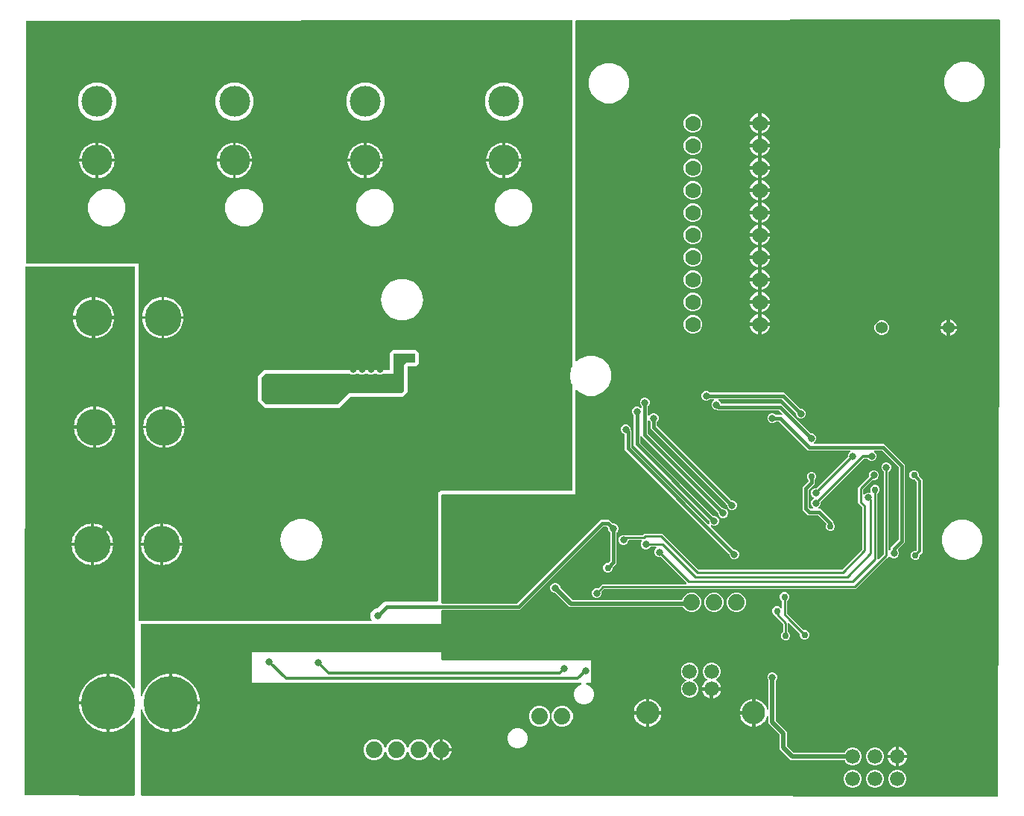
<source format=gbr>
G04 EAGLE Gerber RS-274X export*
G75*
%MOMM*%
%FSLAX34Y34*%
%LPD*%
%INBottom Copper*%
%IPPOS*%
%AMOC8*
5,1,8,0,0,1.08239X$1,22.5*%
G01*
%ADD10C,4.191000*%
%ADD11C,1.879600*%
%ADD12C,3.500000*%
%ADD13C,6.096000*%
%ADD14C,1.778000*%
%ADD15C,1.355600*%
%ADD16C,1.676400*%
%ADD17C,2.641600*%
%ADD18C,0.812800*%
%ADD19C,0.805600*%
%ADD20C,0.304800*%
%ADD21C,0.254000*%
%ADD22C,0.762000*%
%ADD23C,0.406400*%
%ADD24C,0.508000*%

G36*
X1112724Y3954D02*
X1112724Y3954D01*
X1112782Y3953D01*
X1112864Y3974D01*
X1112949Y3986D01*
X1113001Y4009D01*
X1113057Y4024D01*
X1113130Y4067D01*
X1113208Y4102D01*
X1113252Y4139D01*
X1113302Y4168D01*
X1113360Y4230D01*
X1113425Y4285D01*
X1113457Y4333D01*
X1113497Y4375D01*
X1113536Y4451D01*
X1113583Y4522D01*
X1113601Y4576D01*
X1113627Y4628D01*
X1113639Y4696D01*
X1113669Y4792D01*
X1113672Y4891D01*
X1113684Y4959D01*
X1116181Y886576D01*
X1116173Y886636D01*
X1116174Y886696D01*
X1116153Y886776D01*
X1116142Y886857D01*
X1116117Y886913D01*
X1116102Y886971D01*
X1116060Y887042D01*
X1116026Y887117D01*
X1115987Y887163D01*
X1115957Y887215D01*
X1115896Y887271D01*
X1115843Y887334D01*
X1115793Y887368D01*
X1115749Y887409D01*
X1115676Y887447D01*
X1115607Y887493D01*
X1115550Y887511D01*
X1115496Y887539D01*
X1115429Y887550D01*
X1115336Y887579D01*
X1115234Y887582D01*
X1115165Y887594D01*
X634999Y887049D01*
X634942Y887041D01*
X634884Y887043D01*
X634802Y887021D01*
X634717Y887009D01*
X634665Y886985D01*
X634609Y886971D01*
X634536Y886927D01*
X634458Y886893D01*
X634414Y886855D01*
X634364Y886826D01*
X634306Y886764D01*
X634241Y886709D01*
X634209Y886660D01*
X634170Y886618D01*
X634131Y886543D01*
X634084Y886472D01*
X634067Y886417D01*
X634040Y886365D01*
X634029Y886297D01*
X633999Y886201D01*
X633996Y886102D01*
X633985Y886034D01*
X633985Y499856D01*
X633989Y499827D01*
X633986Y499797D01*
X634009Y499686D01*
X634025Y499574D01*
X634037Y499548D01*
X634042Y499519D01*
X634095Y499418D01*
X634141Y499315D01*
X634160Y499292D01*
X634173Y499266D01*
X634251Y499184D01*
X634325Y499098D01*
X634349Y499082D01*
X634369Y499060D01*
X634467Y499003D01*
X634561Y498940D01*
X634589Y498931D01*
X634614Y498917D01*
X634724Y498889D01*
X634832Y498854D01*
X634862Y498854D01*
X634890Y498846D01*
X635003Y498850D01*
X635116Y498847D01*
X635145Y498855D01*
X635174Y498856D01*
X635282Y498890D01*
X635391Y498919D01*
X635417Y498934D01*
X635445Y498943D01*
X635508Y498989D01*
X635636Y499064D01*
X635679Y499110D01*
X635718Y499138D01*
X638560Y501980D01*
X646963Y505461D01*
X656057Y505461D01*
X664460Y501980D01*
X670890Y495550D01*
X674371Y487147D01*
X674371Y478053D01*
X670890Y469650D01*
X664460Y463220D01*
X656057Y459739D01*
X646963Y459739D01*
X638560Y463220D01*
X635718Y466062D01*
X635694Y466080D01*
X635676Y466102D01*
X635581Y466165D01*
X635491Y466233D01*
X635463Y466243D01*
X635439Y466260D01*
X635331Y466294D01*
X635225Y466334D01*
X635196Y466337D01*
X635168Y466346D01*
X635054Y466348D01*
X634942Y466358D01*
X634913Y466352D01*
X634884Y466353D01*
X634774Y466324D01*
X634663Y466302D01*
X634637Y466288D01*
X634609Y466281D01*
X634511Y466223D01*
X634411Y466171D01*
X634389Y466151D01*
X634364Y466136D01*
X634287Y466053D01*
X634205Y465975D01*
X634190Y465950D01*
X634170Y465928D01*
X634118Y465828D01*
X634061Y465730D01*
X634054Y465701D01*
X634040Y465675D01*
X634027Y465598D01*
X633991Y465454D01*
X633993Y465392D01*
X633985Y465344D01*
X633985Y347725D01*
X482600Y347725D01*
X482542Y347717D01*
X482484Y347719D01*
X482402Y347697D01*
X482319Y347685D01*
X482265Y347662D01*
X482209Y347647D01*
X482136Y347604D01*
X482059Y347569D01*
X482014Y347531D01*
X481964Y347502D01*
X481906Y347440D01*
X481842Y347386D01*
X481810Y347337D01*
X481770Y347294D01*
X481731Y347219D01*
X481685Y347149D01*
X481667Y347093D01*
X481640Y347041D01*
X481629Y346973D01*
X481599Y346878D01*
X481596Y346778D01*
X481585Y346710D01*
X481585Y224282D01*
X481593Y224224D01*
X481591Y224166D01*
X481613Y224084D01*
X481625Y224000D01*
X481649Y223947D01*
X481663Y223891D01*
X481706Y223818D01*
X481741Y223741D01*
X481779Y223696D01*
X481809Y223646D01*
X481870Y223588D01*
X481925Y223524D01*
X481973Y223492D01*
X482016Y223452D01*
X482091Y223413D01*
X482161Y223366D01*
X482217Y223349D01*
X482269Y223322D01*
X482337Y223311D01*
X482432Y223281D01*
X482532Y223278D01*
X482600Y223267D01*
X567066Y223267D01*
X567153Y223279D01*
X567240Y223282D01*
X567293Y223299D01*
X567348Y223307D01*
X567428Y223342D01*
X567511Y223369D01*
X567550Y223397D01*
X567607Y223423D01*
X567720Y223519D01*
X567784Y223564D01*
X662737Y318517D01*
X672033Y318517D01*
X676054Y314496D01*
X676124Y314444D01*
X676188Y314384D01*
X676237Y314358D01*
X676281Y314325D01*
X676363Y314294D01*
X676441Y314254D01*
X676488Y314246D01*
X676547Y314224D01*
X676694Y314212D01*
X676772Y314199D01*
X678022Y314199D01*
X680076Y313348D01*
X681648Y311776D01*
X682499Y309722D01*
X682499Y307498D01*
X681648Y305444D01*
X680764Y304560D01*
X680712Y304491D01*
X680652Y304427D01*
X680626Y304377D01*
X680593Y304333D01*
X680562Y304251D01*
X680522Y304174D01*
X680514Y304126D01*
X680492Y304068D01*
X680480Y303920D01*
X680467Y303843D01*
X680467Y269037D01*
X676192Y264762D01*
X676140Y264692D01*
X676080Y264628D01*
X676054Y264579D01*
X676021Y264535D01*
X675990Y264453D01*
X675950Y264375D01*
X675942Y264328D01*
X675920Y264269D01*
X675908Y264122D01*
X675895Y264044D01*
X675895Y263099D01*
X675083Y261138D01*
X673582Y259637D01*
X671621Y258825D01*
X669499Y258825D01*
X667538Y259637D01*
X666037Y261138D01*
X665225Y263099D01*
X665225Y265221D01*
X666037Y267182D01*
X667538Y268683D01*
X669499Y269495D01*
X670444Y269495D01*
X670531Y269507D01*
X670618Y269510D01*
X670671Y269527D01*
X670726Y269535D01*
X670806Y269570D01*
X670889Y269597D01*
X670928Y269625D01*
X670985Y269651D01*
X671098Y269747D01*
X671162Y269792D01*
X673056Y271686D01*
X673108Y271756D01*
X673168Y271820D01*
X673194Y271869D01*
X673227Y271913D01*
X673258Y271995D01*
X673298Y272073D01*
X673306Y272120D01*
X673328Y272179D01*
X673340Y272326D01*
X673353Y272404D01*
X673353Y303843D01*
X673341Y303929D01*
X673338Y304017D01*
X673321Y304069D01*
X673313Y304124D01*
X673278Y304204D01*
X673251Y304287D01*
X673223Y304326D01*
X673197Y304383D01*
X673101Y304497D01*
X673056Y304560D01*
X672172Y305444D01*
X671321Y307498D01*
X671321Y308748D01*
X671309Y308835D01*
X671306Y308922D01*
X671289Y308975D01*
X671281Y309030D01*
X671246Y309110D01*
X671219Y309193D01*
X671191Y309232D01*
X671165Y309289D01*
X671069Y309402D01*
X671024Y309466D01*
X669384Y311106D01*
X669314Y311158D01*
X669250Y311218D01*
X669201Y311244D01*
X669157Y311277D01*
X669075Y311308D01*
X668997Y311348D01*
X668950Y311356D01*
X668891Y311378D01*
X668744Y311390D01*
X668666Y311403D01*
X666104Y311403D01*
X666017Y311391D01*
X665930Y311388D01*
X665877Y311371D01*
X665822Y311363D01*
X665742Y311328D01*
X665659Y311301D01*
X665620Y311273D01*
X665563Y311247D01*
X665450Y311151D01*
X665386Y311106D01*
X570433Y216153D01*
X482600Y216153D01*
X482542Y216145D01*
X482484Y216147D01*
X482402Y216125D01*
X482319Y216113D01*
X482265Y216090D01*
X482209Y216075D01*
X482136Y216032D01*
X482059Y215997D01*
X482014Y215959D01*
X481964Y215930D01*
X481906Y215868D01*
X481842Y215814D01*
X481810Y215765D01*
X481770Y215722D01*
X481731Y215647D01*
X481685Y215577D01*
X481667Y215521D01*
X481640Y215469D01*
X481629Y215401D01*
X481599Y215306D01*
X481596Y215206D01*
X481585Y215138D01*
X481585Y200405D01*
X140970Y200405D01*
X140912Y200397D01*
X140854Y200399D01*
X140772Y200377D01*
X140689Y200365D01*
X140635Y200342D01*
X140579Y200327D01*
X140506Y200284D01*
X140429Y200249D01*
X140384Y200211D01*
X140334Y200182D01*
X140276Y200120D01*
X140212Y200066D01*
X140180Y200017D01*
X140140Y199974D01*
X140101Y199899D01*
X140055Y199829D01*
X140037Y199773D01*
X140010Y199721D01*
X139999Y199653D01*
X139969Y199558D01*
X139966Y199458D01*
X139955Y199390D01*
X139955Y118888D01*
X139974Y118755D01*
X139991Y118620D01*
X139994Y118613D01*
X139995Y118607D01*
X140050Y118484D01*
X140104Y118359D01*
X140108Y118353D01*
X140111Y118347D01*
X140198Y118244D01*
X140284Y118139D01*
X140290Y118135D01*
X140295Y118130D01*
X140407Y118055D01*
X140519Y117979D01*
X140525Y117976D01*
X140531Y117973D01*
X140661Y117932D01*
X140789Y117889D01*
X140796Y117889D01*
X140802Y117887D01*
X140937Y117883D01*
X141073Y117878D01*
X141079Y117880D01*
X141086Y117879D01*
X141216Y117913D01*
X141349Y117946D01*
X141355Y117950D01*
X141361Y117951D01*
X141477Y118020D01*
X141595Y118088D01*
X141600Y118093D01*
X141606Y118097D01*
X141699Y118196D01*
X141792Y118293D01*
X141795Y118298D01*
X141800Y118304D01*
X141930Y118557D01*
X141933Y118576D01*
X141942Y118593D01*
X142862Y121628D01*
X144104Y124625D01*
X145633Y127486D01*
X147436Y130184D01*
X149494Y132692D01*
X151788Y134986D01*
X154296Y137044D01*
X156994Y138847D01*
X159855Y140376D01*
X162852Y141618D01*
X165957Y142560D01*
X169139Y143193D01*
X171959Y143470D01*
X171959Y111506D01*
X171967Y111448D01*
X171965Y111390D01*
X171987Y111308D01*
X171999Y111225D01*
X172023Y111171D01*
X172037Y111115D01*
X172080Y111042D01*
X172115Y110965D01*
X172153Y110921D01*
X172183Y110870D01*
X172244Y110813D01*
X172299Y110748D01*
X172347Y110716D01*
X172390Y110676D01*
X172465Y110637D01*
X172535Y110591D01*
X172591Y110573D01*
X172643Y110546D01*
X172711Y110535D01*
X172806Y110505D01*
X172906Y110502D01*
X172974Y110491D01*
X173991Y110491D01*
X173991Y110489D01*
X172974Y110489D01*
X172916Y110481D01*
X172858Y110482D01*
X172776Y110461D01*
X172693Y110449D01*
X172639Y110425D01*
X172583Y110411D01*
X172510Y110368D01*
X172433Y110333D01*
X172388Y110295D01*
X172338Y110265D01*
X172280Y110204D01*
X172216Y110149D01*
X172184Y110101D01*
X172144Y110058D01*
X172105Y109983D01*
X172059Y109913D01*
X172041Y109857D01*
X172014Y109805D01*
X172003Y109737D01*
X171973Y109642D01*
X171970Y109542D01*
X171959Y109474D01*
X171959Y77510D01*
X169139Y77787D01*
X165957Y78420D01*
X162852Y79362D01*
X159855Y80604D01*
X156994Y82133D01*
X154296Y83936D01*
X151788Y85994D01*
X149494Y88288D01*
X147436Y90796D01*
X145633Y93494D01*
X144104Y96355D01*
X142862Y99352D01*
X141942Y102387D01*
X141885Y102509D01*
X141829Y102633D01*
X141825Y102638D01*
X141822Y102645D01*
X141733Y102747D01*
X141646Y102850D01*
X141640Y102854D01*
X141635Y102859D01*
X141522Y102932D01*
X141409Y103007D01*
X141402Y103010D01*
X141396Y103013D01*
X141267Y103052D01*
X141138Y103093D01*
X141131Y103093D01*
X141124Y103095D01*
X140989Y103097D01*
X140854Y103101D01*
X140847Y103099D01*
X140840Y103099D01*
X140709Y103063D01*
X140579Y103029D01*
X140573Y103025D01*
X140566Y103023D01*
X140449Y102952D01*
X140334Y102883D01*
X140329Y102878D01*
X140324Y102875D01*
X140232Y102774D01*
X140140Y102676D01*
X140137Y102670D01*
X140132Y102665D01*
X140072Y102544D01*
X140010Y102423D01*
X140009Y102417D01*
X140006Y102410D01*
X139955Y102130D01*
X139958Y102111D01*
X139955Y102092D01*
X139955Y6064D01*
X139963Y6007D01*
X139961Y5949D01*
X139983Y5867D01*
X139995Y5783D01*
X140018Y5730D01*
X140033Y5674D01*
X140076Y5601D01*
X140111Y5524D01*
X140148Y5479D01*
X140178Y5430D01*
X140240Y5371D01*
X140295Y5307D01*
X140343Y5274D01*
X140385Y5235D01*
X140460Y5196D01*
X140531Y5149D01*
X140586Y5131D01*
X140638Y5105D01*
X140706Y5094D01*
X140802Y5063D01*
X140901Y5061D01*
X140969Y5049D01*
X652779Y4468D01*
X1112667Y3946D01*
X1112724Y3954D01*
G37*
G36*
X401519Y203720D02*
X401519Y203720D01*
X401590Y203722D01*
X401639Y203740D01*
X401690Y203749D01*
X401754Y203782D01*
X401821Y203807D01*
X401862Y203839D01*
X401908Y203864D01*
X401957Y203916D01*
X402013Y203961D01*
X402041Y204004D01*
X402077Y204042D01*
X402107Y204107D01*
X402146Y204168D01*
X402159Y204218D01*
X402181Y204265D01*
X402189Y204336D01*
X402206Y204406D01*
X402202Y204458D01*
X402208Y204509D01*
X402193Y204580D01*
X402187Y204651D01*
X402167Y204699D01*
X402156Y204750D01*
X402119Y204811D01*
X402091Y204878D01*
X402062Y204913D01*
X400811Y207933D01*
X400811Y211167D01*
X402049Y214155D01*
X404335Y216441D01*
X407323Y217679D01*
X408131Y217679D01*
X408221Y217693D01*
X408312Y217701D01*
X408342Y217713D01*
X408374Y217718D01*
X408455Y217761D01*
X408539Y217797D01*
X408571Y217823D01*
X408591Y217834D01*
X408614Y217857D01*
X408670Y217902D01*
X415646Y224879D01*
X417887Y225807D01*
X476758Y225807D01*
X476778Y225810D01*
X476797Y225808D01*
X476899Y225830D01*
X477001Y225846D01*
X477018Y225856D01*
X477038Y225860D01*
X477127Y225913D01*
X477218Y225962D01*
X477232Y225976D01*
X477249Y225986D01*
X477316Y226065D01*
X477388Y226140D01*
X477396Y226158D01*
X477409Y226173D01*
X477448Y226269D01*
X477491Y226363D01*
X477493Y226383D01*
X477501Y226401D01*
X477519Y226568D01*
X477519Y348815D01*
X478058Y349354D01*
X478104Y349417D01*
X478126Y349441D01*
X478131Y349450D01*
X478171Y349497D01*
X478183Y349527D01*
X478202Y349553D01*
X478229Y349640D01*
X478263Y349725D01*
X478267Y349766D01*
X478270Y349776D01*
X478329Y349781D01*
X478359Y349793D01*
X478391Y349799D01*
X478472Y349841D01*
X478556Y349877D01*
X478588Y349903D01*
X478608Y349914D01*
X478631Y349937D01*
X478686Y349982D01*
X480495Y351791D01*
X629158Y351791D01*
X629178Y351794D01*
X629197Y351792D01*
X629299Y351814D01*
X629401Y351830D01*
X629418Y351840D01*
X629438Y351844D01*
X629527Y351897D01*
X629618Y351946D01*
X629632Y351960D01*
X629649Y351970D01*
X629716Y352049D01*
X629788Y352124D01*
X629796Y352142D01*
X629809Y352157D01*
X629848Y352253D01*
X629891Y352347D01*
X629893Y352367D01*
X629901Y352385D01*
X629919Y352552D01*
X629919Y472547D01*
X629901Y472660D01*
X629885Y472774D01*
X629881Y472783D01*
X629880Y472790D01*
X629869Y472809D01*
X629817Y472927D01*
X628969Y474396D01*
X627523Y482600D01*
X628969Y490804D01*
X629817Y492273D01*
X629858Y492379D01*
X629901Y492486D01*
X629902Y492497D01*
X629904Y492503D01*
X629905Y492525D01*
X629919Y492653D01*
X629919Y886281D01*
X629916Y886302D01*
X629918Y886322D01*
X629896Y886423D01*
X629880Y886524D01*
X629870Y886542D01*
X629866Y886562D01*
X629812Y886651D01*
X629764Y886742D01*
X629750Y886756D01*
X629739Y886773D01*
X629661Y886840D01*
X629586Y886911D01*
X629568Y886920D01*
X629552Y886933D01*
X629456Y886971D01*
X629363Y887015D01*
X629343Y887017D01*
X629324Y887024D01*
X629157Y887043D01*
X10159Y886341D01*
X10140Y886338D01*
X10121Y886340D01*
X10019Y886318D01*
X9916Y886301D01*
X9899Y886292D01*
X9880Y886288D01*
X9791Y886234D01*
X9699Y886186D01*
X9686Y886171D01*
X9669Y886161D01*
X9601Y886082D01*
X9530Y886007D01*
X9522Y885989D01*
X9509Y885975D01*
X9470Y885878D01*
X9427Y885784D01*
X9425Y885765D01*
X9417Y885746D01*
X9399Y885580D01*
X9399Y610870D01*
X9402Y610850D01*
X9400Y610831D01*
X9422Y610729D01*
X9439Y610627D01*
X9448Y610610D01*
X9452Y610590D01*
X9505Y610501D01*
X9554Y610410D01*
X9568Y610396D01*
X9578Y610379D01*
X9657Y610312D01*
X9732Y610241D01*
X9750Y610232D01*
X9765Y610219D01*
X9861Y610180D01*
X9955Y610137D01*
X9975Y610135D01*
X9993Y610127D01*
X10160Y610109D01*
X137669Y610109D01*
X137669Y204470D01*
X137672Y204450D01*
X137670Y204431D01*
X137692Y204329D01*
X137709Y204227D01*
X137718Y204210D01*
X137722Y204190D01*
X137775Y204101D01*
X137824Y204010D01*
X137838Y203996D01*
X137848Y203979D01*
X137927Y203912D01*
X138002Y203841D01*
X138020Y203832D01*
X138035Y203819D01*
X138131Y203780D01*
X138225Y203737D01*
X138245Y203735D01*
X138263Y203727D01*
X138430Y203709D01*
X401448Y203709D01*
X401519Y203720D01*
G37*
G36*
X132137Y5067D02*
X132137Y5067D01*
X132196Y5066D01*
X132277Y5087D01*
X132360Y5099D01*
X132414Y5123D01*
X132471Y5138D01*
X132543Y5180D01*
X132620Y5215D01*
X132665Y5253D01*
X132716Y5283D01*
X132773Y5344D01*
X132837Y5398D01*
X132870Y5447D01*
X132910Y5490D01*
X132948Y5565D01*
X132995Y5635D01*
X133013Y5691D01*
X133040Y5743D01*
X133051Y5811D01*
X133081Y5905D01*
X133084Y6006D01*
X133095Y6074D01*
X133095Y92943D01*
X133077Y93070D01*
X133063Y93198D01*
X133057Y93210D01*
X133055Y93224D01*
X133003Y93341D01*
X132954Y93460D01*
X132945Y93471D01*
X132939Y93484D01*
X132856Y93582D01*
X132776Y93682D01*
X132764Y93690D01*
X132756Y93701D01*
X132649Y93772D01*
X132544Y93846D01*
X132531Y93850D01*
X132519Y93858D01*
X132396Y93897D01*
X132275Y93939D01*
X132261Y93940D01*
X132248Y93944D01*
X132119Y93947D01*
X131991Y93954D01*
X131978Y93951D01*
X131964Y93951D01*
X131840Y93919D01*
X131714Y93890D01*
X131702Y93883D01*
X131689Y93879D01*
X131579Y93814D01*
X131466Y93751D01*
X131457Y93742D01*
X131444Y93734D01*
X131250Y93527D01*
X131244Y93515D01*
X131236Y93507D01*
X129424Y90796D01*
X127366Y88288D01*
X125072Y85994D01*
X122564Y83936D01*
X119866Y82133D01*
X117005Y80604D01*
X114008Y79362D01*
X110903Y78420D01*
X107721Y77787D01*
X104901Y77510D01*
X104901Y109474D01*
X104893Y109532D01*
X104895Y109590D01*
X104873Y109672D01*
X104861Y109755D01*
X104837Y109809D01*
X104823Y109865D01*
X104780Y109938D01*
X104745Y110015D01*
X104707Y110059D01*
X104677Y110110D01*
X104616Y110167D01*
X104561Y110232D01*
X104513Y110264D01*
X104470Y110304D01*
X104395Y110343D01*
X104325Y110389D01*
X104269Y110407D01*
X104217Y110434D01*
X104149Y110445D01*
X104054Y110475D01*
X103954Y110478D01*
X103886Y110489D01*
X102869Y110489D01*
X102869Y110491D01*
X103886Y110491D01*
X103944Y110499D01*
X104002Y110498D01*
X104084Y110519D01*
X104167Y110531D01*
X104221Y110555D01*
X104277Y110569D01*
X104350Y110612D01*
X104427Y110647D01*
X104472Y110685D01*
X104522Y110715D01*
X104580Y110776D01*
X104644Y110831D01*
X104676Y110879D01*
X104716Y110922D01*
X104755Y110997D01*
X104801Y111067D01*
X104819Y111123D01*
X104846Y111175D01*
X104857Y111243D01*
X104887Y111338D01*
X104890Y111438D01*
X104901Y111506D01*
X104901Y143470D01*
X107721Y143193D01*
X110903Y142560D01*
X114008Y141618D01*
X117005Y140376D01*
X119866Y138847D01*
X122564Y137044D01*
X125072Y134986D01*
X127366Y132692D01*
X129424Y130184D01*
X131236Y127473D01*
X131322Y127377D01*
X131405Y127279D01*
X131416Y127272D01*
X131425Y127261D01*
X131534Y127193D01*
X131641Y127122D01*
X131654Y127118D01*
X131666Y127110D01*
X131789Y127075D01*
X131912Y127036D01*
X131926Y127036D01*
X131939Y127032D01*
X132068Y127032D01*
X132196Y127029D01*
X132210Y127032D01*
X132224Y127032D01*
X132347Y127068D01*
X132471Y127101D01*
X132483Y127108D01*
X132497Y127112D01*
X132605Y127180D01*
X132716Y127246D01*
X132725Y127256D01*
X132737Y127263D01*
X132822Y127359D01*
X132910Y127453D01*
X132917Y127466D01*
X132926Y127476D01*
X132981Y127592D01*
X133040Y127706D01*
X133042Y127719D01*
X133048Y127732D01*
X133095Y128013D01*
X133093Y128026D01*
X133095Y128037D01*
X133095Y605790D01*
X133087Y605848D01*
X133089Y605906D01*
X133067Y605988D01*
X133055Y606072D01*
X133032Y606125D01*
X133017Y606181D01*
X132974Y606254D01*
X132939Y606331D01*
X132901Y606376D01*
X132872Y606426D01*
X132810Y606484D01*
X132756Y606548D01*
X132707Y606580D01*
X132664Y606620D01*
X132589Y606659D01*
X132519Y606706D01*
X132463Y606723D01*
X132411Y606750D01*
X132343Y606761D01*
X132248Y606791D01*
X132148Y606794D01*
X132080Y606805D01*
X9625Y606805D01*
X9568Y606797D01*
X9510Y606799D01*
X9428Y606777D01*
X9344Y606765D01*
X9291Y606742D01*
X9235Y606727D01*
X9162Y606684D01*
X9084Y606649D01*
X9040Y606612D01*
X8991Y606582D01*
X8932Y606520D01*
X8867Y606465D01*
X8835Y606417D01*
X8796Y606375D01*
X8757Y606300D01*
X8710Y606229D01*
X8692Y606174D01*
X8666Y606122D01*
X8654Y606054D01*
X8624Y605958D01*
X8621Y605859D01*
X8610Y605791D01*
X7758Y6216D01*
X7766Y6158D01*
X7765Y6099D01*
X7786Y6018D01*
X7798Y5934D01*
X7822Y5881D01*
X7836Y5824D01*
X7879Y5752D01*
X7914Y5675D01*
X7952Y5630D01*
X7981Y5580D01*
X8043Y5522D01*
X8097Y5458D01*
X8146Y5425D01*
X8188Y5385D01*
X8263Y5346D01*
X8333Y5300D01*
X8389Y5282D01*
X8441Y5255D01*
X8509Y5244D01*
X8604Y5213D01*
X8704Y5211D01*
X8772Y5199D01*
X132079Y5059D01*
X132137Y5067D01*
G37*
%LPC*%
G36*
X656755Y229869D02*
X656755Y229869D01*
X654715Y230715D01*
X653153Y232277D01*
X652307Y234317D01*
X652307Y236527D01*
X653153Y238567D01*
X654715Y240129D01*
X656755Y240975D01*
X659040Y240975D01*
X659126Y240987D01*
X659214Y240990D01*
X659267Y241007D01*
X659321Y241015D01*
X659401Y241050D01*
X659484Y241077D01*
X659524Y241105D01*
X659581Y241131D01*
X659694Y241227D01*
X659758Y241272D01*
X663850Y245365D01*
X759152Y245365D01*
X759181Y245369D01*
X759210Y245366D01*
X759321Y245389D01*
X759433Y245405D01*
X759460Y245417D01*
X759489Y245422D01*
X759589Y245474D01*
X759693Y245521D01*
X759715Y245540D01*
X759741Y245553D01*
X759823Y245631D01*
X759910Y245704D01*
X759926Y245729D01*
X759947Y245749D01*
X760005Y245847D01*
X760067Y245941D01*
X760076Y245969D01*
X760091Y245994D01*
X760119Y246104D01*
X760153Y246212D01*
X760154Y246242D01*
X760161Y246270D01*
X760158Y246383D01*
X760160Y246496D01*
X760153Y246525D01*
X760152Y246554D01*
X760117Y246662D01*
X760089Y246771D01*
X760074Y246797D01*
X760065Y246825D01*
X760019Y246888D01*
X759943Y247016D01*
X759898Y247059D01*
X759870Y247098D01*
X730878Y276090D01*
X730808Y276142D01*
X730744Y276202D01*
X730695Y276228D01*
X730651Y276261D01*
X730569Y276292D01*
X730491Y276332D01*
X730443Y276340D01*
X730385Y276362D01*
X730237Y276374D01*
X730160Y276387D01*
X727875Y276387D01*
X725835Y277233D01*
X724273Y278795D01*
X723427Y280835D01*
X723427Y283045D01*
X724273Y285085D01*
X725489Y286302D01*
X725507Y286326D01*
X725529Y286345D01*
X725592Y286439D01*
X725660Y286529D01*
X725671Y286557D01*
X725687Y286581D01*
X725721Y286689D01*
X725761Y286795D01*
X725764Y286824D01*
X725773Y286852D01*
X725776Y286966D01*
X725785Y287078D01*
X725779Y287107D01*
X725780Y287136D01*
X725751Y287246D01*
X725729Y287357D01*
X725716Y287383D01*
X725708Y287411D01*
X725651Y287509D01*
X725598Y287609D01*
X725578Y287631D01*
X725563Y287656D01*
X725481Y287733D01*
X725402Y287815D01*
X725377Y287830D01*
X725356Y287850D01*
X725255Y287902D01*
X725157Y287959D01*
X725129Y287966D01*
X725103Y287980D01*
X725025Y287993D01*
X724882Y288029D01*
X724819Y288027D01*
X724771Y288035D01*
X719219Y288035D01*
X719132Y288023D01*
X719045Y288020D01*
X718992Y288003D01*
X718937Y287995D01*
X718857Y287960D01*
X718774Y287933D01*
X718735Y287905D01*
X718678Y287879D01*
X718564Y287783D01*
X718501Y287738D01*
X716885Y286123D01*
X714845Y285277D01*
X712635Y285277D01*
X710595Y286123D01*
X709033Y287685D01*
X708187Y289725D01*
X708187Y291935D01*
X709042Y293999D01*
X709082Y294059D01*
X709150Y294149D01*
X709161Y294177D01*
X709177Y294201D01*
X709211Y294309D01*
X709251Y294415D01*
X709254Y294444D01*
X709263Y294472D01*
X709266Y294585D01*
X709275Y294698D01*
X709269Y294727D01*
X709270Y294756D01*
X709242Y294866D01*
X709219Y294977D01*
X709206Y295003D01*
X709198Y295031D01*
X709141Y295128D01*
X709088Y295229D01*
X709068Y295251D01*
X709053Y295276D01*
X708970Y295353D01*
X708893Y295435D01*
X708867Y295450D01*
X708846Y295470D01*
X708745Y295522D01*
X708647Y295579D01*
X708619Y295586D01*
X708593Y295600D01*
X708515Y295613D01*
X708372Y295649D01*
X708309Y295647D01*
X708261Y295655D01*
X694908Y295655D01*
X694850Y295647D01*
X694792Y295649D01*
X694710Y295627D01*
X694626Y295615D01*
X694573Y295592D01*
X694517Y295577D01*
X694444Y295534D01*
X694367Y295499D01*
X694322Y295461D01*
X694272Y295432D01*
X694214Y295370D01*
X694150Y295316D01*
X694118Y295267D01*
X694078Y295224D01*
X694039Y295149D01*
X693992Y295079D01*
X693975Y295023D01*
X693948Y294971D01*
X693939Y294918D01*
X693047Y292765D01*
X691485Y291203D01*
X689445Y290357D01*
X687235Y290357D01*
X685195Y291203D01*
X683633Y292765D01*
X682787Y294805D01*
X682787Y297015D01*
X683633Y299055D01*
X685195Y300617D01*
X687235Y301463D01*
X689444Y301463D01*
X689784Y301322D01*
X689814Y301314D01*
X689842Y301300D01*
X689919Y301287D01*
X690059Y301251D01*
X690124Y301253D01*
X690173Y301245D01*
X710134Y301245D01*
X710221Y301257D01*
X710308Y301260D01*
X710361Y301277D01*
X710416Y301285D01*
X710495Y301320D01*
X710579Y301347D01*
X710618Y301375D01*
X710675Y301401D01*
X710788Y301497D01*
X710852Y301542D01*
X712297Y302987D01*
X732206Y302987D01*
X773020Y262172D01*
X773090Y262120D01*
X773154Y262060D01*
X773203Y262034D01*
X773247Y262001D01*
X773329Y261970D01*
X773407Y261930D01*
X773455Y261922D01*
X773513Y261900D01*
X773661Y261888D01*
X773738Y261875D01*
X935682Y261875D01*
X935768Y261887D01*
X935856Y261890D01*
X935909Y261907D01*
X935963Y261915D01*
X936043Y261950D01*
X936126Y261977D01*
X936166Y262005D01*
X936223Y262031D01*
X936336Y262127D01*
X936400Y262172D01*
X959314Y285086D01*
X959366Y285156D01*
X959426Y285220D01*
X959452Y285269D01*
X959485Y285313D01*
X959516Y285395D01*
X959556Y285473D01*
X959564Y285521D01*
X959586Y285579D01*
X959598Y285727D01*
X959611Y285804D01*
X959611Y332686D01*
X959599Y332772D01*
X959596Y332860D01*
X959579Y332913D01*
X959571Y332967D01*
X959536Y333047D01*
X959509Y333130D01*
X959481Y333170D01*
X959455Y333227D01*
X959359Y333340D01*
X959314Y333404D01*
X954785Y337932D01*
X954785Y355488D01*
X966970Y367672D01*
X967022Y367742D01*
X967082Y367806D01*
X967108Y367855D01*
X967141Y367899D01*
X967172Y367981D01*
X967212Y368059D01*
X967220Y368107D01*
X967242Y368165D01*
X967248Y368236D01*
X967253Y368253D01*
X967255Y368317D01*
X967267Y368390D01*
X967267Y370675D01*
X968113Y372715D01*
X969675Y374277D01*
X971715Y375123D01*
X973925Y375123D01*
X975965Y374277D01*
X977527Y372715D01*
X978373Y370675D01*
X978373Y368465D01*
X977527Y366425D01*
X975965Y364863D01*
X973925Y364017D01*
X971640Y364017D01*
X971554Y364005D01*
X971466Y364002D01*
X971413Y363985D01*
X971359Y363977D01*
X971279Y363942D01*
X971196Y363915D01*
X971156Y363887D01*
X971099Y363861D01*
X970986Y363765D01*
X970922Y363720D01*
X960672Y353470D01*
X960620Y353400D01*
X960560Y353336D01*
X960534Y353287D01*
X960501Y353243D01*
X960470Y353161D01*
X960430Y353083D01*
X960422Y353035D01*
X960400Y352977D01*
X960388Y352829D01*
X960375Y352752D01*
X960375Y348379D01*
X960379Y348349D01*
X960376Y348320D01*
X960399Y348209D01*
X960415Y348097D01*
X960427Y348070D01*
X960432Y348041D01*
X960485Y347941D01*
X960531Y347838D01*
X960550Y347815D01*
X960563Y347789D01*
X960641Y347707D01*
X960714Y347621D01*
X960739Y347604D01*
X960759Y347583D01*
X960857Y347526D01*
X960951Y347463D01*
X960979Y347454D01*
X961004Y347439D01*
X961114Y347412D01*
X961222Y347377D01*
X961252Y347376D01*
X961280Y347369D01*
X961393Y347373D01*
X961506Y347370D01*
X961535Y347377D01*
X961564Y347378D01*
X961672Y347413D01*
X961781Y347442D01*
X961807Y347457D01*
X961835Y347466D01*
X961899Y347511D01*
X962026Y347587D01*
X962069Y347633D01*
X962108Y347661D01*
X963325Y348877D01*
X965365Y349723D01*
X967574Y349723D01*
X967873Y349599D01*
X967902Y349592D01*
X967928Y349578D01*
X968039Y349556D01*
X968149Y349528D01*
X968178Y349529D01*
X968207Y349523D01*
X968320Y349533D01*
X968433Y349536D01*
X968461Y349545D01*
X968490Y349548D01*
X968596Y349588D01*
X968704Y349623D01*
X968728Y349639D01*
X968755Y349650D01*
X968846Y349718D01*
X968940Y349781D01*
X968959Y349804D01*
X968982Y349821D01*
X969050Y349912D01*
X969123Y349999D01*
X969135Y350025D01*
X969152Y350049D01*
X969192Y350155D01*
X969238Y350258D01*
X969242Y350287D01*
X969253Y350315D01*
X969262Y350428D01*
X969277Y350540D01*
X969273Y350569D01*
X969275Y350598D01*
X969258Y350675D01*
X969236Y350821D01*
X969211Y350878D01*
X969200Y350925D01*
X968755Y351999D01*
X968755Y354121D01*
X969567Y356082D01*
X971068Y357583D01*
X973029Y358395D01*
X975151Y358395D01*
X977112Y357583D01*
X978613Y356082D01*
X979425Y354121D01*
X979425Y351999D01*
X978613Y350038D01*
X977182Y348608D01*
X977130Y348538D01*
X977070Y348474D01*
X977044Y348425D01*
X977011Y348380D01*
X976980Y348299D01*
X976940Y348221D01*
X976932Y348173D01*
X976910Y348115D01*
X976898Y347967D01*
X976885Y347890D01*
X976885Y274628D01*
X976889Y274599D01*
X976886Y274570D01*
X976909Y274459D01*
X976925Y274347D01*
X976937Y274320D01*
X976942Y274291D01*
X976994Y274191D01*
X977041Y274087D01*
X977060Y274065D01*
X977073Y274039D01*
X977151Y273957D01*
X977224Y273870D01*
X977249Y273854D01*
X977269Y273833D01*
X977367Y273775D01*
X977461Y273713D01*
X977489Y273704D01*
X977514Y273689D01*
X977624Y273661D01*
X977732Y273627D01*
X977762Y273626D01*
X977790Y273619D01*
X977903Y273622D01*
X978016Y273620D01*
X978045Y273627D01*
X978074Y273628D01*
X978182Y273663D01*
X978291Y273691D01*
X978317Y273706D01*
X978345Y273715D01*
X978408Y273761D01*
X978536Y273837D01*
X978579Y273882D01*
X978618Y273910D01*
X983698Y278990D01*
X983750Y279060D01*
X983810Y279124D01*
X983836Y279173D01*
X983869Y279217D01*
X983900Y279299D01*
X983940Y279377D01*
X983948Y279425D01*
X983970Y279483D01*
X983982Y279631D01*
X983995Y279708D01*
X983995Y372981D01*
X983983Y373068D01*
X983980Y373155D01*
X983963Y373208D01*
X983955Y373263D01*
X983920Y373343D01*
X983893Y373426D01*
X983865Y373465D01*
X983839Y373522D01*
X983743Y373636D01*
X983698Y373699D01*
X982083Y375315D01*
X981237Y377355D01*
X981237Y379565D01*
X982083Y381605D01*
X983645Y383167D01*
X985685Y384013D01*
X987895Y384013D01*
X989935Y383167D01*
X991497Y381605D01*
X992343Y379565D01*
X992343Y377355D01*
X991497Y375315D01*
X989882Y373699D01*
X989830Y373630D01*
X989770Y373566D01*
X989744Y373516D01*
X989711Y373472D01*
X989680Y373390D01*
X989640Y373312D01*
X989632Y373265D01*
X989610Y373206D01*
X989598Y373059D01*
X989585Y372981D01*
X989585Y284879D01*
X989589Y284849D01*
X989586Y284820D01*
X989609Y284709D01*
X989625Y284597D01*
X989637Y284570D01*
X989642Y284541D01*
X989695Y284441D01*
X989741Y284338D01*
X989760Y284315D01*
X989773Y284289D01*
X989851Y284207D01*
X989924Y284121D01*
X989949Y284104D01*
X989969Y284083D01*
X990067Y284026D01*
X990161Y283963D01*
X990189Y283954D01*
X990214Y283939D01*
X990324Y283911D01*
X990432Y283877D01*
X990462Y283876D01*
X990490Y283869D01*
X990603Y283873D01*
X990716Y283870D01*
X990745Y283877D01*
X990774Y283878D01*
X990882Y283913D01*
X990991Y283942D01*
X991017Y283957D01*
X991045Y283966D01*
X991109Y284011D01*
X991236Y284087D01*
X991279Y284133D01*
X991318Y284161D01*
X991826Y284669D01*
X991879Y284739D01*
X991938Y284802D01*
X991964Y284852D01*
X991997Y284896D01*
X992028Y284978D01*
X992068Y285056D01*
X992076Y285103D01*
X992098Y285162D01*
X992110Y285309D01*
X992123Y285387D01*
X992123Y287223D01*
X1000716Y295816D01*
X1000768Y295886D01*
X1000828Y295950D01*
X1000854Y295999D01*
X1000887Y296043D01*
X1000918Y296125D01*
X1000958Y296203D01*
X1000966Y296250D01*
X1000988Y296309D01*
X1001000Y296456D01*
X1001013Y296534D01*
X1001013Y377836D01*
X1001001Y377923D01*
X1000998Y378010D01*
X1000981Y378063D01*
X1000973Y378118D01*
X1000938Y378198D01*
X1000911Y378281D01*
X1000883Y378320D01*
X1000857Y378377D01*
X1000761Y378490D01*
X1000716Y378554D01*
X981804Y397466D01*
X981734Y397518D01*
X981670Y397578D01*
X981621Y397604D01*
X981577Y397637D01*
X981495Y397668D01*
X981417Y397708D01*
X981370Y397716D01*
X981311Y397738D01*
X981164Y397750D01*
X981086Y397763D01*
X973952Y397763D01*
X973867Y397751D01*
X973781Y397749D01*
X973727Y397731D01*
X973671Y397723D01*
X973592Y397688D01*
X973510Y397662D01*
X973463Y397630D01*
X973411Y397607D01*
X973346Y397551D01*
X973274Y397504D01*
X973238Y397460D01*
X973194Y397424D01*
X973147Y397352D01*
X973091Y397286D01*
X973068Y397234D01*
X973037Y397187D01*
X973011Y397105D01*
X972976Y397026D01*
X972968Y396970D01*
X972951Y396916D01*
X972949Y396830D01*
X972937Y396744D01*
X972945Y396688D01*
X972944Y396632D01*
X972965Y396548D01*
X972978Y396463D01*
X973001Y396411D01*
X973016Y396357D01*
X973060Y396283D01*
X973095Y396204D01*
X973132Y396161D01*
X973161Y396112D01*
X973224Y396053D01*
X973279Y395988D01*
X973321Y395962D01*
X973368Y395918D01*
X973382Y395910D01*
X974987Y394305D01*
X975833Y392265D01*
X975833Y390055D01*
X974987Y388015D01*
X973425Y386453D01*
X971385Y385607D01*
X969175Y385607D01*
X967135Y386453D01*
X965773Y387814D01*
X965704Y387866D01*
X965640Y387926D01*
X965590Y387952D01*
X965546Y387985D01*
X965464Y388016D01*
X965386Y388056D01*
X965339Y388064D01*
X965280Y388086D01*
X965133Y388098D01*
X965055Y388111D01*
X961803Y388111D01*
X961717Y388099D01*
X961629Y388096D01*
X961577Y388079D01*
X961522Y388071D01*
X961442Y388036D01*
X961359Y388009D01*
X961320Y387981D01*
X961262Y387955D01*
X961149Y387859D01*
X961085Y387814D01*
X912630Y339359D01*
X912578Y339289D01*
X912518Y339225D01*
X912492Y339175D01*
X912459Y339131D01*
X912428Y339050D01*
X912388Y338972D01*
X912380Y338924D01*
X912358Y338866D01*
X912346Y338718D01*
X912333Y338641D01*
X912333Y336715D01*
X911487Y334675D01*
X909866Y333053D01*
X909819Y333026D01*
X909760Y332963D01*
X909694Y332907D01*
X909663Y332860D01*
X909624Y332819D01*
X909585Y332743D01*
X909537Y332671D01*
X909520Y332617D01*
X909494Y332567D01*
X909477Y332482D01*
X909451Y332400D01*
X909450Y332343D01*
X909439Y332288D01*
X909446Y332202D01*
X909444Y332116D01*
X909458Y332061D01*
X909463Y332005D01*
X909494Y331924D01*
X909516Y331841D01*
X909544Y331792D01*
X909565Y331739D01*
X909617Y331670D01*
X909661Y331596D01*
X909702Y331557D01*
X909736Y331512D01*
X909805Y331461D01*
X909868Y331402D01*
X909918Y331376D01*
X909964Y331342D01*
X910044Y331311D01*
X910121Y331272D01*
X910170Y331264D01*
X910230Y331241D01*
X910375Y331230D01*
X910452Y331217D01*
X912063Y331217D01*
X926847Y316433D01*
X926847Y315558D01*
X926859Y315472D01*
X926862Y315384D01*
X926879Y315331D01*
X926887Y315277D01*
X926922Y315197D01*
X926949Y315114D01*
X926977Y315074D01*
X927003Y315017D01*
X927099Y314904D01*
X927144Y314840D01*
X927813Y314172D01*
X928625Y312211D01*
X928625Y310089D01*
X927813Y308128D01*
X926312Y306627D01*
X924351Y305815D01*
X922229Y305815D01*
X920268Y306627D01*
X918767Y308128D01*
X917955Y310089D01*
X917955Y312211D01*
X918590Y313744D01*
X918590Y313745D01*
X918591Y313747D01*
X918625Y313881D01*
X918661Y314019D01*
X918661Y314021D01*
X918661Y314022D01*
X918657Y314163D01*
X918653Y314303D01*
X918652Y314305D01*
X918652Y314306D01*
X918610Y314436D01*
X918566Y314574D01*
X918565Y314575D01*
X918565Y314577D01*
X918556Y314589D01*
X918408Y314810D01*
X918384Y314830D01*
X918370Y314850D01*
X909414Y323806D01*
X909344Y323858D01*
X909280Y323918D01*
X909231Y323944D01*
X909187Y323977D01*
X909105Y324008D01*
X909027Y324048D01*
X908980Y324056D01*
X908921Y324078D01*
X908774Y324090D01*
X908696Y324103D01*
X897687Y324103D01*
X891793Y329997D01*
X891793Y355803D01*
X898166Y362176D01*
X898219Y362246D01*
X898279Y362310D01*
X898304Y362359D01*
X898337Y362404D01*
X898368Y362485D01*
X898408Y362563D01*
X898416Y362611D01*
X898438Y362669D01*
X898451Y362817D01*
X898464Y362894D01*
X898464Y363571D01*
X898451Y363658D01*
X898449Y363745D01*
X898432Y363798D01*
X898424Y363853D01*
X898388Y363933D01*
X898361Y364016D01*
X898333Y364055D01*
X898308Y364112D01*
X898212Y364225D01*
X898166Y364289D01*
X897498Y364958D01*
X896686Y366918D01*
X896686Y369041D01*
X897498Y371002D01*
X898998Y372502D01*
X900959Y373314D01*
X903082Y373314D01*
X905042Y372502D01*
X906543Y371002D01*
X907355Y369041D01*
X907355Y366918D01*
X906543Y364958D01*
X905875Y364289D01*
X905822Y364219D01*
X905762Y364155D01*
X905737Y364106D01*
X905704Y364062D01*
X905673Y363980D01*
X905633Y363902D01*
X905625Y363855D01*
X905602Y363796D01*
X905590Y363649D01*
X905577Y363571D01*
X905577Y359527D01*
X899204Y353154D01*
X899152Y353084D01*
X899092Y353020D01*
X899066Y352971D01*
X899033Y352927D01*
X899002Y352845D01*
X898962Y352767D01*
X898954Y352720D01*
X898932Y352661D01*
X898920Y352514D01*
X898907Y352436D01*
X898907Y333364D01*
X898919Y333277D01*
X898922Y333190D01*
X898939Y333137D01*
X898947Y333082D01*
X898982Y333002D01*
X899009Y332919D01*
X899037Y332880D01*
X899063Y332823D01*
X899159Y332710D01*
X899204Y332646D01*
X900336Y331514D01*
X900406Y331462D01*
X900470Y331402D01*
X900519Y331376D01*
X900563Y331343D01*
X900645Y331312D01*
X900723Y331272D01*
X900770Y331264D01*
X900829Y331242D01*
X900976Y331230D01*
X901054Y331217D01*
X903108Y331217D01*
X903193Y331229D01*
X903279Y331231D01*
X903333Y331249D01*
X903389Y331257D01*
X903468Y331292D01*
X903550Y331318D01*
X903597Y331350D01*
X903649Y331373D01*
X903714Y331428D01*
X903786Y331477D01*
X903822Y331520D01*
X903866Y331556D01*
X903913Y331628D01*
X903969Y331694D01*
X903992Y331746D01*
X904023Y331793D01*
X904049Y331875D01*
X904084Y331954D01*
X904092Y332010D01*
X904109Y332064D01*
X904111Y332150D01*
X904123Y332236D01*
X904115Y332292D01*
X904116Y332348D01*
X904095Y332432D01*
X904082Y332517D01*
X904059Y332569D01*
X904044Y332623D01*
X904001Y332697D01*
X903965Y332776D01*
X903928Y332819D01*
X903899Y332868D01*
X903836Y332927D01*
X903780Y332992D01*
X903739Y333018D01*
X903692Y333062D01*
X903677Y333070D01*
X902073Y334675D01*
X901227Y336715D01*
X901227Y338925D01*
X902073Y340965D01*
X903635Y342527D01*
X903803Y342597D01*
X903828Y342612D01*
X903856Y342621D01*
X903950Y342684D01*
X904048Y342742D01*
X904068Y342763D01*
X904092Y342779D01*
X904165Y342866D01*
X904243Y342948D01*
X904256Y342974D01*
X904275Y342997D01*
X904321Y343100D01*
X904373Y343201D01*
X904379Y343230D01*
X904391Y343257D01*
X904406Y343369D01*
X904428Y343480D01*
X904425Y343509D01*
X904430Y343538D01*
X904413Y343650D01*
X904404Y343763D01*
X904393Y343791D01*
X904389Y343820D01*
X904342Y343923D01*
X904302Y344028D01*
X904284Y344052D01*
X904272Y344079D01*
X904198Y344165D01*
X904130Y344255D01*
X904106Y344273D01*
X904087Y344295D01*
X904021Y344337D01*
X903902Y344425D01*
X903844Y344447D01*
X903803Y344473D01*
X903635Y344543D01*
X902073Y346105D01*
X901227Y348145D01*
X901227Y350355D01*
X902073Y352395D01*
X903635Y353957D01*
X905675Y354803D01*
X907601Y354803D01*
X907687Y354815D01*
X907775Y354818D01*
X907827Y354835D01*
X907882Y354843D01*
X907962Y354878D01*
X908045Y354905D01*
X908084Y354933D01*
X908142Y354959D01*
X908255Y355055D01*
X908319Y355100D01*
X942840Y389621D01*
X942892Y389691D01*
X942952Y389755D01*
X942978Y389805D01*
X943011Y389849D01*
X943042Y389930D01*
X943082Y390008D01*
X943090Y390056D01*
X943112Y390114D01*
X943124Y390262D01*
X943137Y390339D01*
X943137Y392265D01*
X943983Y394305D01*
X945604Y395927D01*
X945651Y395954D01*
X945710Y396017D01*
X945776Y396073D01*
X945807Y396120D01*
X945846Y396161D01*
X945885Y396237D01*
X945933Y396309D01*
X945950Y396363D01*
X945976Y396414D01*
X945993Y396498D01*
X946019Y396580D01*
X946020Y396637D01*
X946031Y396692D01*
X946024Y396778D01*
X946026Y396864D01*
X946012Y396919D01*
X946007Y396976D01*
X945976Y397056D01*
X945954Y397139D01*
X945926Y397188D01*
X945905Y397241D01*
X945853Y397310D01*
X945809Y397384D01*
X945768Y397423D01*
X945734Y397468D01*
X945665Y397519D01*
X945602Y397578D01*
X945551Y397604D01*
X945506Y397638D01*
X945425Y397669D01*
X945349Y397708D01*
X945300Y397716D01*
X945240Y397739D01*
X945095Y397750D01*
X945018Y397763D01*
X897687Y397763D01*
X895306Y400144D01*
X864964Y430486D01*
X864894Y430538D01*
X864830Y430598D01*
X864781Y430624D01*
X864737Y430657D01*
X864655Y430688D01*
X864577Y430728D01*
X864530Y430736D01*
X864471Y430758D01*
X864324Y430770D01*
X864246Y430783D01*
X861967Y430783D01*
X861880Y430771D01*
X861793Y430768D01*
X861740Y430751D01*
X861685Y430743D01*
X861605Y430708D01*
X861522Y430681D01*
X861483Y430653D01*
X861426Y430627D01*
X861312Y430531D01*
X861249Y430486D01*
X860395Y429633D01*
X858355Y428787D01*
X856145Y428787D01*
X854105Y429633D01*
X852543Y431195D01*
X851697Y433235D01*
X851697Y435445D01*
X852543Y437485D01*
X854105Y439047D01*
X856145Y439893D01*
X858355Y439893D01*
X860395Y439047D01*
X861249Y438194D01*
X861318Y438142D01*
X861382Y438082D01*
X861432Y438056D01*
X861476Y438023D01*
X861558Y437992D01*
X861636Y437952D01*
X861683Y437944D01*
X861742Y437922D01*
X861889Y437910D01*
X861967Y437897D01*
X867802Y437897D01*
X867831Y437901D01*
X867861Y437898D01*
X867972Y437921D01*
X868084Y437937D01*
X868110Y437949D01*
X868139Y437954D01*
X868240Y438006D01*
X868343Y438053D01*
X868366Y438072D01*
X868392Y438085D01*
X868474Y438163D01*
X868560Y438236D01*
X868576Y438261D01*
X868598Y438281D01*
X868655Y438379D01*
X868718Y438473D01*
X868727Y438501D01*
X868741Y438526D01*
X868769Y438636D01*
X868804Y438744D01*
X868804Y438774D01*
X868812Y438802D01*
X868808Y438915D01*
X868811Y439028D01*
X868803Y439057D01*
X868802Y439086D01*
X868768Y439194D01*
X868739Y439303D01*
X868724Y439329D01*
X868715Y439357D01*
X868669Y439420D01*
X868594Y439548D01*
X868548Y439591D01*
X868520Y439630D01*
X864964Y443186D01*
X864894Y443238D01*
X864830Y443298D01*
X864781Y443324D01*
X864737Y443357D01*
X864655Y443388D01*
X864577Y443428D01*
X864530Y443436D01*
X864471Y443458D01*
X864324Y443470D01*
X864246Y443483D01*
X794817Y443483D01*
X794570Y443730D01*
X794500Y443782D01*
X794436Y443842D01*
X794387Y443868D01*
X794343Y443901D01*
X794261Y443932D01*
X794183Y443972D01*
X794136Y443980D01*
X794077Y444002D01*
X793930Y444014D01*
X793852Y444027D01*
X792645Y444027D01*
X790605Y444873D01*
X789043Y446435D01*
X788197Y448475D01*
X788197Y450685D01*
X789043Y452725D01*
X790664Y454347D01*
X790711Y454374D01*
X790770Y454437D01*
X790836Y454493D01*
X790867Y454540D01*
X790906Y454581D01*
X790945Y454657D01*
X790993Y454729D01*
X791010Y454783D01*
X791036Y454834D01*
X791053Y454918D01*
X791079Y455000D01*
X791080Y455057D01*
X791091Y455112D01*
X791084Y455198D01*
X791086Y455284D01*
X791072Y455339D01*
X791067Y455396D01*
X791036Y455476D01*
X791014Y455559D01*
X790986Y455608D01*
X790965Y455661D01*
X790913Y455730D01*
X790869Y455804D01*
X790828Y455843D01*
X790794Y455888D01*
X790725Y455939D01*
X790662Y455998D01*
X790611Y456024D01*
X790566Y456058D01*
X790485Y456089D01*
X790409Y456128D01*
X790360Y456136D01*
X790300Y456159D01*
X790155Y456170D01*
X790078Y456183D01*
X787037Y456183D01*
X786950Y456171D01*
X786863Y456168D01*
X786810Y456151D01*
X786755Y456143D01*
X786675Y456108D01*
X786592Y456081D01*
X786553Y456053D01*
X786496Y456027D01*
X786382Y455931D01*
X786319Y455886D01*
X785465Y455033D01*
X783425Y454187D01*
X781215Y454187D01*
X779175Y455033D01*
X777613Y456595D01*
X776767Y458635D01*
X776767Y460845D01*
X777613Y462885D01*
X779175Y464447D01*
X781215Y465293D01*
X783425Y465293D01*
X785465Y464447D01*
X786319Y463594D01*
X786388Y463542D01*
X786452Y463482D01*
X786502Y463456D01*
X786546Y463423D01*
X786628Y463392D01*
X786706Y463352D01*
X786753Y463344D01*
X786812Y463322D01*
X786959Y463310D01*
X787037Y463297D01*
X871007Y463297D01*
X889034Y445270D01*
X889104Y445218D01*
X889168Y445158D01*
X889217Y445132D01*
X889261Y445099D01*
X889343Y445068D01*
X889421Y445028D01*
X889468Y445020D01*
X889527Y444998D01*
X889674Y444986D01*
X889752Y444973D01*
X890959Y444973D01*
X892999Y444127D01*
X894561Y442565D01*
X895407Y440525D01*
X895407Y438315D01*
X894561Y436275D01*
X892999Y434713D01*
X890959Y433867D01*
X888749Y433867D01*
X886709Y434713D01*
X885147Y436275D01*
X884301Y438315D01*
X884301Y439522D01*
X884294Y439575D01*
X884295Y439605D01*
X884288Y439629D01*
X884286Y439696D01*
X884269Y439749D01*
X884261Y439804D01*
X884226Y439884D01*
X884199Y439967D01*
X884171Y440006D01*
X884145Y440063D01*
X884049Y440176D01*
X884004Y440240D01*
X868358Y455886D01*
X868288Y455938D01*
X868224Y455998D01*
X868175Y456024D01*
X868131Y456057D01*
X868049Y456088D01*
X867971Y456128D01*
X867924Y456136D01*
X867865Y456158D01*
X867718Y456170D01*
X867640Y456183D01*
X797422Y456183D01*
X797337Y456171D01*
X797251Y456169D01*
X797197Y456151D01*
X797141Y456143D01*
X797062Y456108D01*
X796980Y456082D01*
X796933Y456050D01*
X796881Y456027D01*
X796816Y455971D01*
X796744Y455924D01*
X796708Y455880D01*
X796664Y455844D01*
X796617Y455772D01*
X796561Y455706D01*
X796538Y455654D01*
X796507Y455607D01*
X796481Y455525D01*
X796446Y455446D01*
X796438Y455390D01*
X796421Y455336D01*
X796419Y455250D01*
X796407Y455164D01*
X796415Y455108D01*
X796414Y455052D01*
X796435Y454968D01*
X796448Y454883D01*
X796471Y454831D01*
X796486Y454777D01*
X796530Y454703D01*
X796565Y454624D01*
X796602Y454581D01*
X796631Y454532D01*
X796694Y454473D01*
X796749Y454408D01*
X796791Y454382D01*
X796838Y454338D01*
X796852Y454330D01*
X798457Y452725D01*
X799079Y451223D01*
X799080Y451222D01*
X799081Y451221D01*
X799152Y451100D01*
X799224Y450979D01*
X799225Y450978D01*
X799226Y450976D01*
X799330Y450879D01*
X799431Y450783D01*
X799432Y450783D01*
X799433Y450782D01*
X799559Y450717D01*
X799683Y450653D01*
X799685Y450653D01*
X799686Y450652D01*
X799701Y450650D01*
X799962Y450598D01*
X799993Y450601D01*
X800017Y450597D01*
X867613Y450597D01*
X900880Y417330D01*
X900950Y417278D01*
X901014Y417218D01*
X901063Y417192D01*
X901107Y417159D01*
X901189Y417128D01*
X901267Y417088D01*
X901314Y417080D01*
X901373Y417058D01*
X901520Y417046D01*
X901598Y417033D01*
X902805Y417033D01*
X904845Y416187D01*
X906407Y414625D01*
X907253Y412585D01*
X907253Y410375D01*
X906407Y408335D01*
X904786Y406713D01*
X904739Y406686D01*
X904680Y406623D01*
X904614Y406567D01*
X904583Y406520D01*
X904544Y406479D01*
X904505Y406403D01*
X904457Y406331D01*
X904440Y406277D01*
X904414Y406226D01*
X904397Y406142D01*
X904371Y406060D01*
X904370Y406003D01*
X904359Y405948D01*
X904366Y405862D01*
X904364Y405776D01*
X904378Y405721D01*
X904383Y405664D01*
X904414Y405584D01*
X904436Y405501D01*
X904464Y405452D01*
X904485Y405399D01*
X904537Y405330D01*
X904581Y405256D01*
X904622Y405217D01*
X904656Y405172D01*
X904725Y405121D01*
X904788Y405062D01*
X904839Y405036D01*
X904884Y405002D01*
X904965Y404971D01*
X905041Y404932D01*
X905090Y404924D01*
X905150Y404901D01*
X905295Y404890D01*
X905372Y404877D01*
X984453Y404877D01*
X1008127Y381203D01*
X1008127Y293167D01*
X1000299Y285339D01*
X1000264Y285292D01*
X1000222Y285252D01*
X1000179Y285179D01*
X1000128Y285112D01*
X1000108Y285057D01*
X1000078Y285007D01*
X1000057Y284925D01*
X1000027Y284846D01*
X1000022Y284788D01*
X1000008Y284731D01*
X1000011Y284647D01*
X1000004Y284563D01*
X1000015Y284506D01*
X1000017Y284447D01*
X1000043Y284367D01*
X1000059Y284284D01*
X1000086Y284232D01*
X1000104Y284177D01*
X1000145Y284121D01*
X1000190Y284032D01*
X1000259Y283960D01*
X1000299Y283903D01*
X1000387Y283815D01*
X1001233Y281775D01*
X1001233Y279565D01*
X1000387Y277525D01*
X998825Y275963D01*
X996785Y275117D01*
X994575Y275117D01*
X992535Y275963D01*
X991273Y277225D01*
X991226Y277260D01*
X991186Y277302D01*
X991113Y277345D01*
X991046Y277395D01*
X990991Y277416D01*
X990940Y277446D01*
X990859Y277467D01*
X990780Y277497D01*
X990721Y277502D01*
X990665Y277516D01*
X990581Y277513D01*
X990497Y277520D01*
X990439Y277509D01*
X990381Y277507D01*
X990300Y277481D01*
X990218Y277464D01*
X990166Y277437D01*
X990110Y277419D01*
X990054Y277379D01*
X989965Y277333D01*
X989893Y277265D01*
X989837Y277225D01*
X987650Y275038D01*
X952388Y239775D01*
X666586Y239775D01*
X666500Y239763D01*
X666412Y239760D01*
X666359Y239743D01*
X666305Y239735D01*
X666225Y239700D01*
X666142Y239673D01*
X666102Y239645D01*
X666045Y239619D01*
X665932Y239523D01*
X665868Y239478D01*
X663710Y237320D01*
X663658Y237250D01*
X663598Y237186D01*
X663572Y237137D01*
X663539Y237093D01*
X663508Y237011D01*
X663468Y236933D01*
X663460Y236885D01*
X663438Y236827D01*
X663426Y236679D01*
X663413Y236602D01*
X663413Y234317D01*
X662567Y232277D01*
X661005Y230715D01*
X658965Y229869D01*
X656755Y229869D01*
G37*
%LPD*%
%LPC*%
G36*
X645513Y108791D02*
X645513Y108791D01*
X640997Y108791D01*
X636825Y110519D01*
X633632Y113712D01*
X631904Y117884D01*
X631904Y122400D01*
X633632Y126572D01*
X636825Y129765D01*
X640151Y131142D01*
X640225Y131186D01*
X640303Y131221D01*
X640346Y131258D01*
X640395Y131287D01*
X640454Y131349D01*
X640520Y131405D01*
X640551Y131452D01*
X640591Y131493D01*
X640630Y131570D01*
X640678Y131641D01*
X640695Y131695D01*
X640721Y131746D01*
X640737Y131830D01*
X640763Y131912D01*
X640765Y131969D01*
X640776Y132025D01*
X640768Y132110D01*
X640771Y132196D01*
X640756Y132251D01*
X640751Y132308D01*
X640720Y132388D01*
X640699Y132471D01*
X640670Y132520D01*
X640649Y132573D01*
X640597Y132642D01*
X640554Y132716D01*
X640512Y132755D01*
X640478Y132800D01*
X640409Y132851D01*
X640346Y132910D01*
X640296Y132936D01*
X640250Y132970D01*
X640170Y133001D01*
X640093Y133040D01*
X640044Y133048D01*
X639984Y133071D01*
X639839Y133082D01*
X639762Y133095D01*
X266445Y133095D01*
X266445Y167895D01*
X481585Y167895D01*
X481585Y160020D01*
X481593Y159962D01*
X481591Y159904D01*
X481613Y159822D01*
X481625Y159739D01*
X481649Y159685D01*
X481663Y159629D01*
X481706Y159556D01*
X481741Y159479D01*
X481779Y159434D01*
X481809Y159384D01*
X481870Y159326D01*
X481925Y159262D01*
X481973Y159230D01*
X482016Y159190D01*
X482091Y159151D01*
X482161Y159105D01*
X482217Y159087D01*
X482269Y159060D01*
X482337Y159049D01*
X482432Y159019D01*
X482532Y159016D01*
X482600Y159005D01*
X651765Y159005D01*
X651765Y133095D01*
X646748Y133095D01*
X646663Y133083D01*
X646577Y133081D01*
X646523Y133063D01*
X646466Y133055D01*
X646388Y133020D01*
X646306Y132994D01*
X646259Y132962D01*
X646207Y132939D01*
X646142Y132884D01*
X646070Y132836D01*
X646033Y132792D01*
X645990Y132756D01*
X645943Y132684D01*
X645887Y132618D01*
X645864Y132566D01*
X645832Y132519D01*
X645807Y132437D01*
X645772Y132358D01*
X645764Y132302D01*
X645747Y132248D01*
X645745Y132162D01*
X645733Y132077D01*
X645741Y132021D01*
X645739Y131964D01*
X645761Y131881D01*
X645773Y131796D01*
X645797Y131744D01*
X645811Y131689D01*
X645855Y131615D01*
X645891Y131536D01*
X645927Y131493D01*
X645956Y131444D01*
X646019Y131385D01*
X646075Y131320D01*
X646117Y131294D01*
X646164Y131250D01*
X646293Y131184D01*
X646359Y131142D01*
X649685Y129765D01*
X652878Y126572D01*
X654606Y122400D01*
X654606Y117884D01*
X652878Y113712D01*
X649685Y110519D01*
X645513Y108791D01*
G37*
%LPD*%
%LPC*%
G36*
X281211Y446023D02*
X281211Y446023D01*
X273303Y453931D01*
X273303Y482059D01*
X279941Y488697D01*
X422402Y488697D01*
X422422Y488700D01*
X422441Y488698D01*
X422543Y488720D01*
X422645Y488736D01*
X422662Y488746D01*
X422682Y488750D01*
X422771Y488803D01*
X422862Y488852D01*
X422876Y488866D01*
X422893Y488876D01*
X422960Y488955D01*
X423032Y489030D01*
X423040Y489048D01*
X423053Y489063D01*
X423092Y489159D01*
X423135Y489253D01*
X423137Y489273D01*
X423145Y489291D01*
X423163Y489458D01*
X423163Y508729D01*
X425991Y511557D01*
X452849Y511557D01*
X455677Y508729D01*
X455677Y495841D01*
X452849Y493013D01*
X443738Y493013D01*
X443718Y493010D01*
X443699Y493012D01*
X443597Y492990D01*
X443495Y492974D01*
X443478Y492964D01*
X443458Y492960D01*
X443369Y492907D01*
X443278Y492858D01*
X443264Y492844D01*
X443247Y492834D01*
X443180Y492755D01*
X443108Y492680D01*
X443100Y492662D01*
X443087Y492647D01*
X443048Y492551D01*
X443005Y492457D01*
X443003Y492437D01*
X442995Y492419D01*
X442977Y492252D01*
X442977Y464091D01*
X440660Y461774D01*
X437609Y458723D01*
X378235Y458723D01*
X378145Y458709D01*
X378054Y458701D01*
X378024Y458689D01*
X377992Y458684D01*
X377911Y458641D01*
X377827Y458605D01*
X377795Y458579D01*
X377775Y458568D01*
X377752Y458545D01*
X377696Y458500D01*
X365219Y446023D01*
X281211Y446023D01*
G37*
%LPD*%
%LPC*%
G36*
X812965Y273847D02*
X812965Y273847D01*
X810925Y274693D01*
X809363Y276255D01*
X808517Y278295D01*
X808517Y279502D01*
X808505Y279589D01*
X808502Y279676D01*
X808485Y279729D01*
X808477Y279784D01*
X808442Y279864D01*
X808415Y279947D01*
X808387Y279986D01*
X808361Y280043D01*
X808265Y280156D01*
X808220Y280220D01*
X689863Y398577D01*
X689863Y415373D01*
X689863Y415374D01*
X689863Y415376D01*
X689843Y415516D01*
X689823Y415654D01*
X689823Y415655D01*
X689823Y415657D01*
X689765Y415785D01*
X689707Y415913D01*
X689706Y415915D01*
X689705Y415916D01*
X689616Y416021D01*
X689524Y416130D01*
X689522Y416131D01*
X689521Y416133D01*
X689508Y416141D01*
X689287Y416288D01*
X689258Y416297D01*
X689237Y416311D01*
X687735Y416933D01*
X686173Y418495D01*
X685327Y420535D01*
X685327Y422745D01*
X686173Y424785D01*
X687735Y426347D01*
X689775Y427193D01*
X691985Y427193D01*
X694025Y426347D01*
X695587Y424785D01*
X696433Y422745D01*
X696433Y421538D01*
X696445Y421451D01*
X696448Y421364D01*
X696465Y421311D01*
X696473Y421256D01*
X696508Y421176D01*
X696535Y421093D01*
X696563Y421054D01*
X696589Y420997D01*
X696685Y420884D01*
X696730Y420820D01*
X696977Y420573D01*
X696977Y401944D01*
X696989Y401857D01*
X696992Y401770D01*
X697009Y401717D01*
X697017Y401662D01*
X697052Y401582D01*
X697079Y401499D01*
X697107Y401460D01*
X697133Y401403D01*
X697197Y401327D01*
X697220Y401288D01*
X697249Y401261D01*
X697274Y401226D01*
X784560Y313940D01*
X784629Y313888D01*
X784692Y313829D01*
X784742Y313803D01*
X784788Y313769D01*
X784868Y313738D01*
X784944Y313699D01*
X785000Y313688D01*
X785053Y313667D01*
X785139Y313660D01*
X785223Y313644D01*
X785280Y313649D01*
X785337Y313644D01*
X785421Y313661D01*
X785506Y313668D01*
X785559Y313689D01*
X785615Y313700D01*
X785692Y313739D01*
X785772Y313770D01*
X785817Y313805D01*
X785868Y313831D01*
X785930Y313890D01*
X785998Y313942D01*
X786032Y313987D01*
X786074Y314027D01*
X786117Y314101D01*
X786169Y314170D01*
X786189Y314223D01*
X786217Y314272D01*
X786239Y314355D01*
X786269Y314436D01*
X786274Y314492D01*
X786288Y314547D01*
X786285Y314633D01*
X786292Y314719D01*
X786281Y314767D01*
X786279Y314832D01*
X786234Y314969D01*
X786216Y315046D01*
X785657Y316396D01*
X785657Y317602D01*
X785645Y317689D01*
X785642Y317776D01*
X785625Y317829D01*
X785617Y317884D01*
X785582Y317964D01*
X785555Y318047D01*
X785527Y318086D01*
X785501Y318143D01*
X785405Y318256D01*
X785360Y318320D01*
X702404Y401276D01*
X700023Y403657D01*
X700023Y437243D01*
X700011Y437330D01*
X700008Y437417D01*
X699991Y437470D01*
X699983Y437525D01*
X699948Y437605D01*
X699921Y437688D01*
X699893Y437727D01*
X699867Y437784D01*
X699771Y437898D01*
X699726Y437961D01*
X698873Y438815D01*
X698027Y440855D01*
X698027Y443065D01*
X698873Y445105D01*
X700435Y446667D01*
X702475Y447513D01*
X704685Y447513D01*
X706725Y446667D01*
X707180Y446213D01*
X707204Y446195D01*
X707223Y446173D01*
X707317Y446110D01*
X707407Y446042D01*
X707435Y446031D01*
X707459Y446015D01*
X707567Y445981D01*
X707673Y445941D01*
X707702Y445938D01*
X707730Y445929D01*
X707844Y445926D01*
X707956Y445917D01*
X707985Y445923D01*
X708014Y445922D01*
X708124Y445951D01*
X708235Y445973D01*
X708261Y445986D01*
X708289Y445994D01*
X708387Y446051D01*
X708487Y446104D01*
X708509Y446124D01*
X708534Y446139D01*
X708611Y446222D01*
X708693Y446300D01*
X708708Y446325D01*
X708728Y446346D01*
X708780Y446447D01*
X708837Y446545D01*
X708844Y446573D01*
X708858Y446599D01*
X708871Y446677D01*
X708907Y446820D01*
X708905Y446883D01*
X708913Y446931D01*
X708913Y447403D01*
X708901Y447490D01*
X708898Y447577D01*
X708881Y447630D01*
X708873Y447685D01*
X708838Y447765D01*
X708811Y447848D01*
X708783Y447887D01*
X708757Y447944D01*
X708661Y448058D01*
X708616Y448121D01*
X707763Y448975D01*
X706917Y451015D01*
X706917Y453225D01*
X707763Y455265D01*
X709325Y456827D01*
X711365Y457673D01*
X713575Y457673D01*
X715615Y456827D01*
X717177Y455265D01*
X718023Y453225D01*
X718023Y451015D01*
X717177Y448975D01*
X716324Y448121D01*
X716272Y448052D01*
X716212Y447988D01*
X716186Y447938D01*
X716153Y447894D01*
X716122Y447812D01*
X716082Y447734D01*
X716074Y447687D01*
X716052Y447628D01*
X716040Y447481D01*
X716027Y447403D01*
X716027Y438012D01*
X716039Y437927D01*
X716041Y437841D01*
X716059Y437787D01*
X716067Y437731D01*
X716102Y437652D01*
X716128Y437570D01*
X716160Y437523D01*
X716183Y437471D01*
X716238Y437406D01*
X716287Y437334D01*
X716330Y437298D01*
X716366Y437254D01*
X716438Y437207D01*
X716504Y437151D01*
X716556Y437128D01*
X716603Y437097D01*
X716685Y437071D01*
X716764Y437036D01*
X716820Y437028D01*
X716874Y437011D01*
X716960Y437009D01*
X717046Y436997D01*
X717102Y437005D01*
X717158Y437004D01*
X717242Y437025D01*
X717327Y437038D01*
X717379Y437061D01*
X717433Y437076D01*
X717507Y437119D01*
X717586Y437155D01*
X717629Y437192D01*
X717678Y437221D01*
X717737Y437284D01*
X717802Y437340D01*
X717828Y437381D01*
X717872Y437428D01*
X717880Y437443D01*
X719485Y439047D01*
X721525Y439893D01*
X723735Y439893D01*
X725775Y439047D01*
X727337Y437485D01*
X728183Y435445D01*
X728183Y433235D01*
X727337Y431195D01*
X726484Y430341D01*
X726432Y430272D01*
X726372Y430208D01*
X726346Y430158D01*
X726313Y430114D01*
X726282Y430032D01*
X726242Y429954D01*
X726234Y429907D01*
X726212Y429848D01*
X726200Y429701D01*
X726187Y429623D01*
X726187Y426074D01*
X726199Y425987D01*
X726202Y425900D01*
X726219Y425847D01*
X726227Y425792D01*
X726262Y425712D01*
X726289Y425629D01*
X726317Y425590D01*
X726343Y425533D01*
X726439Y425420D01*
X726484Y425356D01*
X810710Y341130D01*
X810780Y341078D01*
X810844Y341018D01*
X810893Y340992D01*
X810937Y340959D01*
X811019Y340928D01*
X811097Y340888D01*
X811144Y340880D01*
X811203Y340858D01*
X811350Y340846D01*
X811428Y340833D01*
X812635Y340833D01*
X814675Y339987D01*
X816237Y338425D01*
X817083Y336385D01*
X817083Y334175D01*
X816237Y332135D01*
X814675Y330573D01*
X812635Y329727D01*
X810425Y329727D01*
X808385Y330573D01*
X806823Y332135D01*
X805977Y334175D01*
X805977Y335382D01*
X805965Y335469D01*
X805962Y335556D01*
X805945Y335609D01*
X805937Y335664D01*
X805902Y335744D01*
X805875Y335827D01*
X805847Y335866D01*
X805821Y335923D01*
X805725Y336036D01*
X805680Y336100D01*
X719073Y422707D01*
X719073Y429623D01*
X719061Y429710D01*
X719058Y429797D01*
X719041Y429850D01*
X719033Y429905D01*
X718998Y429985D01*
X718971Y430068D01*
X718943Y430107D01*
X718917Y430164D01*
X718821Y430278D01*
X718776Y430341D01*
X717863Y431254D01*
X717836Y431301D01*
X717773Y431360D01*
X717717Y431426D01*
X717670Y431457D01*
X717629Y431496D01*
X717553Y431535D01*
X717481Y431583D01*
X717427Y431600D01*
X717377Y431626D01*
X717292Y431643D01*
X717210Y431669D01*
X717153Y431670D01*
X717098Y431681D01*
X717012Y431674D01*
X716926Y431676D01*
X716871Y431662D01*
X716815Y431657D01*
X716734Y431626D01*
X716651Y431604D01*
X716602Y431576D01*
X716549Y431555D01*
X716480Y431503D01*
X716406Y431459D01*
X716367Y431418D01*
X716322Y431384D01*
X716271Y431315D01*
X716212Y431252D01*
X716186Y431202D01*
X716152Y431156D01*
X716121Y431076D01*
X716082Y430999D01*
X716074Y430950D01*
X716051Y430890D01*
X716040Y430745D01*
X716027Y430668D01*
X716027Y417184D01*
X716039Y417097D01*
X716042Y417010D01*
X716059Y416957D01*
X716067Y416902D01*
X716102Y416822D01*
X716129Y416739D01*
X716157Y416700D01*
X716183Y416643D01*
X716263Y416549D01*
X716281Y416517D01*
X716300Y416499D01*
X716324Y416466D01*
X800550Y332240D01*
X800620Y332188D01*
X800684Y332128D01*
X800733Y332102D01*
X800777Y332069D01*
X800859Y332038D01*
X800937Y331998D01*
X800984Y331990D01*
X801043Y331968D01*
X801190Y331956D01*
X801268Y331943D01*
X802475Y331943D01*
X804515Y331097D01*
X806077Y329535D01*
X806923Y327495D01*
X806923Y325285D01*
X806077Y323245D01*
X804515Y321683D01*
X802475Y320837D01*
X800265Y320837D01*
X798225Y321683D01*
X796663Y323245D01*
X795817Y325285D01*
X795817Y326492D01*
X795805Y326579D01*
X795802Y326666D01*
X795785Y326719D01*
X795777Y326774D01*
X795742Y326854D01*
X795715Y326937D01*
X795687Y326976D01*
X795661Y327033D01*
X795565Y327146D01*
X795520Y327210D01*
X711294Y411436D01*
X708870Y413860D01*
X708846Y413878D01*
X708827Y413900D01*
X708733Y413963D01*
X708643Y414031D01*
X708615Y414041D01*
X708591Y414058D01*
X708483Y414092D01*
X708377Y414132D01*
X708348Y414135D01*
X708320Y414144D01*
X708206Y414146D01*
X708094Y414156D01*
X708065Y414150D01*
X708036Y414151D01*
X707926Y414122D01*
X707815Y414100D01*
X707789Y414086D01*
X707761Y414079D01*
X707663Y414021D01*
X707563Y413969D01*
X707541Y413949D01*
X707516Y413934D01*
X707439Y413851D01*
X707357Y413773D01*
X707342Y413748D01*
X707322Y413726D01*
X707270Y413626D01*
X707213Y413528D01*
X707206Y413499D01*
X707192Y413473D01*
X707179Y413396D01*
X707143Y413252D01*
X707145Y413190D01*
X707137Y413142D01*
X707137Y407024D01*
X707149Y406937D01*
X707152Y406850D01*
X707169Y406797D01*
X707177Y406742D01*
X707212Y406662D01*
X707239Y406579D01*
X707267Y406540D01*
X707293Y406483D01*
X707362Y406401D01*
X707384Y406365D01*
X707409Y406341D01*
X707434Y406306D01*
X790390Y323350D01*
X790460Y323298D01*
X790524Y323238D01*
X790573Y323212D01*
X790617Y323179D01*
X790699Y323148D01*
X790777Y323108D01*
X790824Y323100D01*
X790883Y323078D01*
X791030Y323066D01*
X791108Y323053D01*
X792315Y323053D01*
X794355Y322207D01*
X795917Y320645D01*
X796763Y318605D01*
X796763Y316395D01*
X795917Y314355D01*
X794355Y312793D01*
X792315Y311947D01*
X790106Y311947D01*
X788756Y312506D01*
X788727Y312514D01*
X788702Y312527D01*
X788655Y312535D01*
X788593Y312558D01*
X788536Y312563D01*
X788481Y312577D01*
X788412Y312575D01*
X788371Y312582D01*
X788369Y312582D01*
X788345Y312579D01*
X788309Y312582D01*
X788253Y312571D01*
X788197Y312569D01*
X788134Y312549D01*
X788087Y312542D01*
X788067Y312533D01*
X788030Y312526D01*
X787980Y312500D01*
X787926Y312482D01*
X787870Y312445D01*
X787828Y312426D01*
X787812Y312412D01*
X787778Y312395D01*
X787737Y312356D01*
X787690Y312324D01*
X787646Y312272D01*
X787611Y312242D01*
X787599Y312225D01*
X787572Y312199D01*
X787543Y312150D01*
X787507Y312107D01*
X787479Y312045D01*
X787453Y312006D01*
X787447Y311986D01*
X787428Y311954D01*
X787414Y311899D01*
X787391Y311847D01*
X787382Y311780D01*
X787368Y311735D01*
X787367Y311713D01*
X787358Y311678D01*
X787360Y311622D01*
X787352Y311565D01*
X787362Y311501D01*
X787360Y311451D01*
X787366Y311428D01*
X787367Y311394D01*
X787385Y311340D01*
X787393Y311284D01*
X787419Y311227D01*
X787432Y311176D01*
X787445Y311154D01*
X787455Y311124D01*
X787483Y311084D01*
X787510Y311025D01*
X787549Y310979D01*
X787577Y310931D01*
X787622Y310889D01*
X787650Y310850D01*
X813250Y285250D01*
X813320Y285198D01*
X813384Y285138D01*
X813433Y285112D01*
X813477Y285079D01*
X813559Y285048D01*
X813637Y285008D01*
X813684Y285000D01*
X813743Y284978D01*
X813890Y284966D01*
X813968Y284953D01*
X815175Y284953D01*
X817215Y284107D01*
X818777Y282545D01*
X819623Y280505D01*
X819623Y278295D01*
X818777Y276255D01*
X817215Y274693D01*
X815175Y273847D01*
X812965Y273847D01*
G37*
%LPD*%
G36*
X363310Y450104D02*
X363310Y450104D01*
X363401Y450111D01*
X363431Y450123D01*
X363463Y450129D01*
X363543Y450171D01*
X363627Y450207D01*
X363659Y450233D01*
X363680Y450244D01*
X363702Y450267D01*
X363758Y450312D01*
X376235Y462789D01*
X435610Y462789D01*
X435700Y462804D01*
X435791Y462811D01*
X435821Y462823D01*
X435853Y462829D01*
X435933Y462871D01*
X436017Y462907D01*
X436049Y462933D01*
X436070Y462944D01*
X436092Y462967D01*
X436148Y463012D01*
X438688Y465552D01*
X438732Y465613D01*
X438765Y465647D01*
X438770Y465659D01*
X438801Y465695D01*
X438813Y465725D01*
X438832Y465751D01*
X438859Y465838D01*
X438893Y465923D01*
X438897Y465964D01*
X438904Y465987D01*
X438903Y466019D01*
X438911Y466090D01*
X438911Y494477D01*
X441513Y497079D01*
X450850Y497079D01*
X450870Y497082D01*
X450889Y497080D01*
X450991Y497102D01*
X451093Y497119D01*
X451110Y497128D01*
X451130Y497132D01*
X451219Y497185D01*
X451310Y497234D01*
X451324Y497248D01*
X451341Y497258D01*
X451408Y497337D01*
X451480Y497412D01*
X451488Y497430D01*
X451501Y497445D01*
X451540Y497541D01*
X451583Y497635D01*
X451585Y497655D01*
X451593Y497673D01*
X451611Y497840D01*
X451611Y506730D01*
X451608Y506750D01*
X451610Y506769D01*
X451588Y506871D01*
X451572Y506973D01*
X451562Y506990D01*
X451558Y507010D01*
X451505Y507099D01*
X451456Y507190D01*
X451442Y507204D01*
X451432Y507221D01*
X451353Y507288D01*
X451278Y507360D01*
X451260Y507368D01*
X451245Y507381D01*
X451149Y507420D01*
X451055Y507463D01*
X451035Y507465D01*
X451017Y507473D01*
X450850Y507491D01*
X427990Y507491D01*
X427970Y507488D01*
X427951Y507490D01*
X427849Y507468D01*
X427747Y507452D01*
X427730Y507442D01*
X427710Y507438D01*
X427621Y507385D01*
X427530Y507336D01*
X427516Y507322D01*
X427499Y507312D01*
X427432Y507233D01*
X427361Y507158D01*
X427352Y507140D01*
X427339Y507125D01*
X427300Y507029D01*
X427257Y506935D01*
X427255Y506915D01*
X427247Y506897D01*
X427229Y506730D01*
X427229Y484631D01*
X415398Y484631D01*
X415333Y484621D01*
X415268Y484620D01*
X415188Y484597D01*
X415155Y484592D01*
X415138Y484582D01*
X415107Y484573D01*
X412794Y483615D01*
X410166Y483615D01*
X407853Y484573D01*
X407790Y484588D01*
X407729Y484613D01*
X407646Y484622D01*
X407614Y484629D01*
X407595Y484628D01*
X407562Y484631D01*
X405238Y484631D01*
X405173Y484621D01*
X405108Y484620D01*
X405028Y484597D01*
X404995Y484592D01*
X404978Y484582D01*
X404947Y484573D01*
X402634Y483615D01*
X400006Y483615D01*
X397693Y484573D01*
X397630Y484588D01*
X397569Y484613D01*
X397486Y484622D01*
X397454Y484629D01*
X397435Y484628D01*
X397402Y484631D01*
X395078Y484631D01*
X395013Y484621D01*
X394948Y484620D01*
X394868Y484597D01*
X394835Y484592D01*
X394818Y484582D01*
X394787Y484573D01*
X392474Y483615D01*
X389846Y483615D01*
X387533Y484573D01*
X387470Y484588D01*
X387409Y484613D01*
X387326Y484622D01*
X387294Y484629D01*
X387275Y484628D01*
X387242Y484631D01*
X384918Y484631D01*
X384853Y484621D01*
X384788Y484620D01*
X384708Y484597D01*
X384675Y484592D01*
X384658Y484582D01*
X384627Y484573D01*
X382314Y483615D01*
X379686Y483615D01*
X377373Y484573D01*
X377310Y484588D01*
X377249Y484613D01*
X377166Y484622D01*
X377134Y484629D01*
X377115Y484628D01*
X377082Y484631D01*
X281940Y484631D01*
X281850Y484617D01*
X281759Y484609D01*
X281729Y484597D01*
X281697Y484592D01*
X281617Y484549D01*
X281533Y484513D01*
X281501Y484487D01*
X281480Y484476D01*
X281458Y484453D01*
X281402Y484408D01*
X277592Y480598D01*
X277539Y480524D01*
X277479Y480455D01*
X277467Y480425D01*
X277448Y480399D01*
X277421Y480312D01*
X277387Y480227D01*
X277383Y480186D01*
X277376Y480163D01*
X277377Y480131D01*
X277369Y480060D01*
X277369Y455930D01*
X277384Y455840D01*
X277391Y455749D01*
X277403Y455719D01*
X277409Y455687D01*
X277451Y455607D01*
X277487Y455523D01*
X277513Y455491D01*
X277524Y455470D01*
X277547Y455448D01*
X277592Y455392D01*
X282672Y450312D01*
X282746Y450259D01*
X282815Y450199D01*
X282845Y450187D01*
X282871Y450168D01*
X282958Y450141D01*
X283043Y450107D01*
X283084Y450103D01*
X283107Y450096D01*
X283139Y450097D01*
X283210Y450089D01*
X363220Y450089D01*
X363310Y450104D01*
G37*
%LPC*%
G36*
X946719Y39623D02*
X946719Y39623D01*
X943078Y41132D01*
X940292Y43918D01*
X939910Y44839D01*
X939909Y44840D01*
X939909Y44841D01*
X939839Y44960D01*
X939766Y45083D01*
X939765Y45084D01*
X939764Y45086D01*
X939660Y45183D01*
X939559Y45279D01*
X939558Y45279D01*
X939557Y45280D01*
X939431Y45345D01*
X939306Y45409D01*
X939305Y45409D01*
X939303Y45410D01*
X939288Y45412D01*
X939027Y45464D01*
X938997Y45461D01*
X938972Y45465D01*
X878426Y45465D01*
X868564Y55328D01*
X868563Y55328D01*
X865885Y58006D01*
X865885Y74096D01*
X865873Y74182D01*
X865870Y74270D01*
X865853Y74322D01*
X865845Y74377D01*
X865810Y74457D01*
X865783Y74540D01*
X865755Y74580D01*
X865729Y74637D01*
X865633Y74750D01*
X865588Y74814D01*
X853185Y87216D01*
X853185Y94131D01*
X853184Y94141D01*
X853185Y94151D01*
X853164Y94282D01*
X853145Y94413D01*
X853141Y94422D01*
X853140Y94431D01*
X853083Y94552D01*
X853029Y94672D01*
X853023Y94680D01*
X853019Y94689D01*
X852931Y94788D01*
X852846Y94889D01*
X852837Y94895D01*
X852831Y94902D01*
X852719Y94973D01*
X852609Y95047D01*
X852599Y95050D01*
X852591Y95055D01*
X852464Y95093D01*
X852338Y95133D01*
X852328Y95133D01*
X852319Y95136D01*
X852186Y95137D01*
X852054Y95140D01*
X852044Y95137D01*
X852034Y95137D01*
X851906Y95101D01*
X851779Y95068D01*
X851770Y95063D01*
X851761Y95060D01*
X851648Y94990D01*
X851534Y94923D01*
X851527Y94916D01*
X851519Y94910D01*
X851430Y94812D01*
X851340Y94716D01*
X851335Y94707D01*
X851329Y94699D01*
X851305Y94648D01*
X851210Y94462D01*
X851204Y94427D01*
X851189Y94394D01*
X851113Y94109D01*
X850323Y92201D01*
X849291Y90414D01*
X848034Y88776D01*
X846574Y87316D01*
X844936Y86059D01*
X843149Y85027D01*
X841241Y84237D01*
X839247Y83703D01*
X838199Y83565D01*
X838199Y98166D01*
X838191Y98224D01*
X838193Y98282D01*
X838171Y98364D01*
X838159Y98447D01*
X838135Y98501D01*
X838121Y98557D01*
X838078Y98630D01*
X838043Y98707D01*
X838005Y98751D01*
X837975Y98802D01*
X837914Y98859D01*
X837859Y98924D01*
X837811Y98956D01*
X837768Y98996D01*
X837693Y99035D01*
X837623Y99081D01*
X837567Y99099D01*
X837515Y99126D01*
X837447Y99137D01*
X837352Y99167D01*
X837252Y99170D01*
X837184Y99181D01*
X836167Y99181D01*
X836167Y99183D01*
X837184Y99183D01*
X837242Y99191D01*
X837300Y99190D01*
X837382Y99211D01*
X837465Y99223D01*
X837519Y99247D01*
X837575Y99261D01*
X837648Y99304D01*
X837725Y99339D01*
X837770Y99377D01*
X837820Y99407D01*
X837878Y99468D01*
X837942Y99523D01*
X837974Y99571D01*
X838014Y99614D01*
X838053Y99689D01*
X838099Y99759D01*
X838117Y99815D01*
X838144Y99867D01*
X838155Y99935D01*
X838185Y100030D01*
X838188Y100130D01*
X838199Y100198D01*
X838199Y114799D01*
X839247Y114661D01*
X841241Y114127D01*
X843149Y113337D01*
X844936Y112305D01*
X846574Y111048D01*
X848034Y109588D01*
X849291Y107950D01*
X850323Y106163D01*
X851113Y104255D01*
X851189Y103970D01*
X851193Y103961D01*
X851195Y103951D01*
X851249Y103831D01*
X851301Y103708D01*
X851307Y103701D01*
X851311Y103692D01*
X851397Y103591D01*
X851480Y103488D01*
X851488Y103482D01*
X851495Y103475D01*
X851605Y103401D01*
X851714Y103326D01*
X851723Y103323D01*
X851731Y103317D01*
X851858Y103277D01*
X851983Y103235D01*
X851993Y103234D01*
X852002Y103231D01*
X852134Y103228D01*
X852267Y103222D01*
X852277Y103224D01*
X852286Y103224D01*
X852414Y103257D01*
X852543Y103289D01*
X852552Y103293D01*
X852561Y103296D01*
X852674Y103363D01*
X852790Y103429D01*
X852797Y103436D01*
X852806Y103441D01*
X852896Y103538D01*
X852989Y103633D01*
X852994Y103641D01*
X853000Y103648D01*
X853061Y103766D01*
X853123Y103883D01*
X853125Y103893D01*
X853130Y103902D01*
X853139Y103957D01*
X853183Y104161D01*
X853179Y104197D01*
X853185Y104233D01*
X853185Y135491D01*
X853173Y135578D01*
X853170Y135665D01*
X853153Y135718D01*
X853145Y135773D01*
X853110Y135853D01*
X853083Y135936D01*
X853055Y135975D01*
X853029Y136032D01*
X852933Y136146D01*
X852888Y136209D01*
X852543Y136555D01*
X851697Y138595D01*
X851697Y140805D01*
X852543Y142845D01*
X854105Y144407D01*
X856145Y145253D01*
X858355Y145253D01*
X860395Y144407D01*
X861957Y142845D01*
X862803Y140805D01*
X862803Y138595D01*
X861957Y136555D01*
X861612Y136209D01*
X861560Y136140D01*
X861500Y136076D01*
X861474Y136026D01*
X861441Y135982D01*
X861410Y135900D01*
X861370Y135822D01*
X861362Y135775D01*
X861340Y135716D01*
X861328Y135569D01*
X861315Y135491D01*
X861315Y91004D01*
X861327Y90918D01*
X861330Y90830D01*
X861347Y90778D01*
X861355Y90723D01*
X861390Y90643D01*
X861417Y90560D01*
X861445Y90520D01*
X861471Y90463D01*
X861567Y90350D01*
X861612Y90286D01*
X874015Y77884D01*
X874015Y61794D01*
X874022Y61740D01*
X874021Y61699D01*
X874028Y61674D01*
X874030Y61620D01*
X874047Y61567D01*
X874055Y61513D01*
X874090Y61433D01*
X874117Y61350D01*
X874145Y61310D01*
X874171Y61253D01*
X874267Y61140D01*
X874312Y61076D01*
X881496Y53892D01*
X881566Y53840D01*
X881630Y53780D01*
X881679Y53754D01*
X881724Y53721D01*
X881805Y53690D01*
X881883Y53650D01*
X881931Y53642D01*
X881989Y53620D01*
X882137Y53608D01*
X882214Y53595D01*
X938972Y53595D01*
X938974Y53595D01*
X938975Y53595D01*
X939115Y53615D01*
X939254Y53635D01*
X939255Y53635D01*
X939257Y53635D01*
X939383Y53692D01*
X939513Y53751D01*
X939514Y53752D01*
X939516Y53753D01*
X939623Y53844D01*
X939730Y53934D01*
X939731Y53936D01*
X939732Y53937D01*
X939741Y53950D01*
X939888Y54171D01*
X939897Y54200D01*
X939910Y54221D01*
X940292Y55142D01*
X943078Y57928D01*
X946719Y59437D01*
X950661Y59437D01*
X954302Y57928D01*
X957088Y55142D01*
X958597Y51501D01*
X958597Y47559D01*
X957088Y43918D01*
X954302Y41132D01*
X950661Y39623D01*
X946719Y39623D01*
G37*
%LPD*%
%LPC*%
G36*
X432715Y545337D02*
X432715Y545337D01*
X424886Y548187D01*
X418505Y553541D01*
X414339Y560756D01*
X412893Y568960D01*
X414339Y577164D01*
X418505Y584379D01*
X424886Y589733D01*
X432715Y592583D01*
X441045Y592583D01*
X448874Y589733D01*
X455255Y584379D01*
X459421Y577164D01*
X460867Y568960D01*
X459421Y560756D01*
X455255Y553541D01*
X448874Y548187D01*
X441045Y545337D01*
X432715Y545337D01*
G37*
%LPD*%
%LPC*%
G36*
X318415Y272287D02*
X318415Y272287D01*
X310586Y275137D01*
X304205Y280491D01*
X300039Y287706D01*
X298593Y295910D01*
X300039Y304114D01*
X304205Y311329D01*
X310586Y316683D01*
X318415Y319533D01*
X326745Y319533D01*
X334574Y316683D01*
X340955Y311329D01*
X345121Y304114D01*
X346567Y295910D01*
X345121Y287706D01*
X340955Y280491D01*
X334574Y275137D01*
X326745Y272287D01*
X318415Y272287D01*
G37*
%LPD*%
%LPC*%
G36*
X763637Y213867D02*
X763637Y213867D01*
X759623Y215530D01*
X756550Y218603D01*
X756457Y218829D01*
X756456Y218830D01*
X756455Y218831D01*
X756385Y218950D01*
X756312Y219073D01*
X756311Y219074D01*
X756310Y219076D01*
X756206Y219174D01*
X756105Y219269D01*
X756104Y219269D01*
X756103Y219270D01*
X755979Y219334D01*
X755853Y219399D01*
X755851Y219399D01*
X755850Y219400D01*
X755835Y219402D01*
X755574Y219454D01*
X755543Y219451D01*
X755519Y219455D01*
X626966Y219455D01*
X611008Y235414D01*
X610938Y235466D01*
X610874Y235526D01*
X610825Y235552D01*
X610780Y235585D01*
X610699Y235616D01*
X610621Y235656D01*
X610573Y235664D01*
X610515Y235686D01*
X610367Y235698D01*
X610290Y235711D01*
X609758Y235711D01*
X607704Y236562D01*
X606132Y238134D01*
X605281Y240188D01*
X605281Y242412D01*
X606132Y244466D01*
X607704Y246038D01*
X609758Y246889D01*
X611982Y246889D01*
X614036Y246038D01*
X615608Y244466D01*
X616459Y242412D01*
X616459Y241880D01*
X616471Y241794D01*
X616474Y241706D01*
X616491Y241654D01*
X616499Y241599D01*
X616534Y241519D01*
X616561Y241436D01*
X616589Y241396D01*
X616615Y241339D01*
X616711Y241226D01*
X616756Y241162D01*
X630036Y227882D01*
X630106Y227830D01*
X630170Y227770D01*
X630219Y227744D01*
X630264Y227711D01*
X630345Y227680D01*
X630423Y227640D01*
X630471Y227632D01*
X630529Y227610D01*
X630677Y227598D01*
X630754Y227585D01*
X754467Y227585D01*
X754468Y227585D01*
X754470Y227585D01*
X754610Y227605D01*
X754748Y227625D01*
X754750Y227625D01*
X754751Y227625D01*
X754877Y227682D01*
X755007Y227741D01*
X755009Y227742D01*
X755010Y227743D01*
X755117Y227834D01*
X755224Y227924D01*
X755225Y227926D01*
X755227Y227927D01*
X755235Y227940D01*
X755382Y228161D01*
X755391Y228190D01*
X755405Y228211D01*
X756550Y230977D01*
X759623Y234050D01*
X763637Y235713D01*
X767983Y235713D01*
X771997Y234050D01*
X775070Y230977D01*
X776733Y226963D01*
X776733Y222617D01*
X775070Y218603D01*
X771997Y215530D01*
X767983Y213867D01*
X763637Y213867D01*
G37*
%LPD*%
%LPC*%
G36*
X1071143Y793749D02*
X1071143Y793749D01*
X1062740Y797230D01*
X1056310Y803660D01*
X1052829Y812063D01*
X1052829Y821157D01*
X1056310Y829560D01*
X1062740Y835990D01*
X1071143Y839471D01*
X1080237Y839471D01*
X1088640Y835990D01*
X1095070Y829560D01*
X1098551Y821157D01*
X1098551Y812063D01*
X1095070Y803660D01*
X1088640Y797230D01*
X1080237Y793749D01*
X1071143Y793749D01*
G37*
%LPD*%
%LPC*%
G36*
X667283Y792479D02*
X667283Y792479D01*
X658880Y795960D01*
X652450Y802390D01*
X648969Y810793D01*
X648969Y819887D01*
X652450Y828290D01*
X658880Y834720D01*
X667283Y838201D01*
X676377Y838201D01*
X684780Y834720D01*
X691210Y828290D01*
X694691Y819887D01*
X694691Y810793D01*
X691210Y802390D01*
X684780Y795960D01*
X676377Y792479D01*
X667283Y792479D01*
G37*
%LPD*%
%LPC*%
G36*
X1068603Y273049D02*
X1068603Y273049D01*
X1060200Y276530D01*
X1053770Y282960D01*
X1050289Y291363D01*
X1050289Y300457D01*
X1053770Y308860D01*
X1060200Y315290D01*
X1068603Y318771D01*
X1077697Y318771D01*
X1086100Y315290D01*
X1092530Y308860D01*
X1096011Y300457D01*
X1096011Y291363D01*
X1092530Y282960D01*
X1086100Y276530D01*
X1077697Y273049D01*
X1068603Y273049D01*
G37*
%LPD*%
%LPC*%
G36*
X402755Y45211D02*
X402755Y45211D01*
X398367Y47029D01*
X395009Y50387D01*
X393191Y54775D01*
X393191Y59525D01*
X395009Y63913D01*
X398367Y67271D01*
X402755Y69089D01*
X407505Y69089D01*
X411893Y67271D01*
X415251Y63913D01*
X416892Y59951D01*
X416907Y59926D01*
X416916Y59898D01*
X416979Y59804D01*
X417037Y59707D01*
X417058Y59686D01*
X417074Y59662D01*
X417161Y59589D01*
X417243Y59511D01*
X417269Y59498D01*
X417292Y59479D01*
X417395Y59433D01*
X417496Y59381D01*
X417525Y59375D01*
X417552Y59364D01*
X417664Y59348D01*
X417775Y59326D01*
X417804Y59329D01*
X417833Y59325D01*
X417945Y59341D01*
X418058Y59351D01*
X418085Y59361D01*
X418115Y59365D01*
X418218Y59412D01*
X418323Y59453D01*
X418347Y59470D01*
X418374Y59482D01*
X418460Y59556D01*
X418550Y59624D01*
X418568Y59648D01*
X418590Y59667D01*
X418632Y59733D01*
X418720Y59852D01*
X418742Y59910D01*
X418768Y59951D01*
X420409Y63913D01*
X423767Y67271D01*
X428155Y69089D01*
X432905Y69089D01*
X437293Y67271D01*
X440651Y63913D01*
X442292Y59951D01*
X442307Y59926D01*
X442316Y59898D01*
X442379Y59804D01*
X442437Y59707D01*
X442458Y59686D01*
X442474Y59662D01*
X442561Y59589D01*
X442643Y59511D01*
X442669Y59498D01*
X442692Y59479D01*
X442795Y59433D01*
X442896Y59381D01*
X442925Y59375D01*
X442952Y59364D01*
X443064Y59348D01*
X443175Y59326D01*
X443204Y59329D01*
X443233Y59325D01*
X443345Y59341D01*
X443458Y59351D01*
X443485Y59361D01*
X443515Y59365D01*
X443618Y59412D01*
X443723Y59453D01*
X443747Y59470D01*
X443774Y59482D01*
X443860Y59556D01*
X443950Y59624D01*
X443968Y59648D01*
X443990Y59667D01*
X444032Y59733D01*
X444120Y59852D01*
X444142Y59910D01*
X444168Y59951D01*
X445809Y63913D01*
X449167Y67271D01*
X453555Y69089D01*
X458305Y69089D01*
X462693Y67271D01*
X466051Y63913D01*
X467757Y59795D01*
X467777Y59760D01*
X467790Y59722D01*
X467808Y59698D01*
X467818Y59671D01*
X467863Y59615D01*
X467901Y59550D01*
X467931Y59522D01*
X467954Y59489D01*
X467977Y59470D01*
X467995Y59448D01*
X468053Y59407D01*
X468108Y59355D01*
X468144Y59336D01*
X468175Y59311D01*
X468203Y59299D01*
X468226Y59283D01*
X468293Y59259D01*
X468361Y59224D01*
X468400Y59217D01*
X468437Y59201D01*
X468468Y59198D01*
X468494Y59188D01*
X468565Y59184D01*
X468640Y59169D01*
X468680Y59173D01*
X468720Y59168D01*
X468750Y59173D01*
X468778Y59172D01*
X468847Y59187D01*
X468923Y59194D01*
X468960Y59208D01*
X469000Y59215D01*
X469028Y59228D01*
X469055Y59234D01*
X469118Y59269D01*
X469188Y59296D01*
X469220Y59320D01*
X469256Y59337D01*
X469279Y59358D01*
X469304Y59371D01*
X469355Y59422D01*
X469415Y59467D01*
X469439Y59499D01*
X469469Y59526D01*
X469485Y59552D01*
X469505Y59572D01*
X469534Y59626D01*
X469585Y59695D01*
X469599Y59733D01*
X469621Y59766D01*
X469635Y59821D01*
X469661Y59870D01*
X470266Y61733D01*
X471119Y63407D01*
X472224Y64928D01*
X473552Y66256D01*
X475073Y67361D01*
X476747Y68214D01*
X478534Y68795D01*
X479299Y68916D01*
X479299Y58166D01*
X479307Y58108D01*
X479305Y58050D01*
X479327Y57968D01*
X479339Y57885D01*
X479363Y57831D01*
X479377Y57775D01*
X479420Y57702D01*
X479455Y57625D01*
X479493Y57581D01*
X479523Y57530D01*
X479584Y57473D01*
X479639Y57408D01*
X479687Y57376D01*
X479730Y57336D01*
X479805Y57297D01*
X479875Y57251D01*
X479931Y57233D01*
X479983Y57206D01*
X480051Y57195D01*
X480146Y57165D01*
X480246Y57162D01*
X480314Y57151D01*
X481331Y57151D01*
X481331Y57149D01*
X480314Y57149D01*
X480256Y57141D01*
X480198Y57142D01*
X480116Y57121D01*
X480033Y57109D01*
X479979Y57085D01*
X479923Y57071D01*
X479850Y57028D01*
X479773Y56993D01*
X479728Y56955D01*
X479678Y56925D01*
X479620Y56864D01*
X479556Y56809D01*
X479524Y56761D01*
X479484Y56718D01*
X479445Y56643D01*
X479399Y56573D01*
X479381Y56517D01*
X479354Y56465D01*
X479343Y56397D01*
X479313Y56302D01*
X479310Y56202D01*
X479299Y56134D01*
X479299Y45384D01*
X478534Y45505D01*
X476747Y46086D01*
X475073Y46939D01*
X473552Y48044D01*
X472224Y49372D01*
X471119Y50893D01*
X470266Y52567D01*
X469661Y54430D01*
X469648Y54456D01*
X469641Y54486D01*
X469621Y54521D01*
X469609Y54559D01*
X469568Y54621D01*
X469536Y54686D01*
X469516Y54707D01*
X469502Y54733D01*
X469473Y54762D01*
X469451Y54795D01*
X469393Y54843D01*
X469345Y54897D01*
X469321Y54911D01*
X469299Y54933D01*
X469264Y54952D01*
X469233Y54978D01*
X469164Y55009D01*
X469103Y55046D01*
X469076Y55054D01*
X469049Y55068D01*
X469010Y55077D01*
X468973Y55093D01*
X468898Y55104D01*
X468829Y55123D01*
X468802Y55123D01*
X468771Y55129D01*
X468731Y55127D01*
X468692Y55132D01*
X468616Y55121D01*
X468545Y55121D01*
X468519Y55113D01*
X468488Y55111D01*
X468450Y55097D01*
X468410Y55091D01*
X468341Y55060D01*
X468273Y55040D01*
X468249Y55025D01*
X468220Y55014D01*
X468188Y54991D01*
X468151Y54974D01*
X468094Y54925D01*
X468033Y54887D01*
X468015Y54865D01*
X467990Y54848D01*
X467965Y54816D01*
X467935Y54790D01*
X467901Y54736D01*
X467846Y54673D01*
X467834Y54647D01*
X467815Y54624D01*
X467787Y54553D01*
X467757Y54505D01*
X466051Y50387D01*
X462693Y47029D01*
X458305Y45211D01*
X453555Y45211D01*
X449167Y47029D01*
X445809Y50387D01*
X444168Y54349D01*
X444153Y54374D01*
X444144Y54402D01*
X444081Y54496D01*
X444023Y54593D01*
X444002Y54614D01*
X443986Y54638D01*
X443899Y54711D01*
X443817Y54789D01*
X443791Y54802D01*
X443768Y54821D01*
X443665Y54867D01*
X443564Y54919D01*
X443535Y54925D01*
X443508Y54936D01*
X443396Y54952D01*
X443285Y54974D01*
X443256Y54971D01*
X443227Y54975D01*
X443115Y54959D01*
X443002Y54949D01*
X442975Y54939D01*
X442946Y54935D01*
X442842Y54888D01*
X442737Y54847D01*
X442713Y54830D01*
X442686Y54818D01*
X442600Y54744D01*
X442510Y54676D01*
X442492Y54652D01*
X442470Y54633D01*
X442428Y54567D01*
X442340Y54448D01*
X442318Y54390D01*
X442292Y54349D01*
X440651Y50387D01*
X437293Y47029D01*
X432905Y45211D01*
X428155Y45211D01*
X423767Y47029D01*
X420409Y50387D01*
X418768Y54349D01*
X418753Y54374D01*
X418744Y54402D01*
X418681Y54496D01*
X418623Y54593D01*
X418602Y54614D01*
X418586Y54638D01*
X418499Y54711D01*
X418417Y54789D01*
X418391Y54802D01*
X418368Y54821D01*
X418265Y54867D01*
X418164Y54919D01*
X418135Y54925D01*
X418108Y54936D01*
X417996Y54952D01*
X417885Y54974D01*
X417856Y54971D01*
X417827Y54975D01*
X417715Y54959D01*
X417602Y54949D01*
X417575Y54939D01*
X417546Y54935D01*
X417442Y54888D01*
X417337Y54847D01*
X417313Y54830D01*
X417286Y54818D01*
X417200Y54744D01*
X417110Y54676D01*
X417092Y54652D01*
X417070Y54633D01*
X417028Y54567D01*
X416940Y54448D01*
X416918Y54390D01*
X416892Y54349D01*
X415251Y50387D01*
X411893Y47029D01*
X407505Y45211D01*
X402755Y45211D01*
G37*
%LPD*%
%LPC*%
G36*
X85881Y772975D02*
X85881Y772975D01*
X77955Y776258D01*
X71888Y782325D01*
X68605Y790251D01*
X68605Y798829D01*
X71888Y806755D01*
X77955Y812822D01*
X85881Y816105D01*
X94459Y816105D01*
X102385Y812822D01*
X108452Y806755D01*
X111735Y798829D01*
X111735Y790251D01*
X108452Y782325D01*
X102385Y776258D01*
X94459Y772975D01*
X85881Y772975D01*
G37*
%LPD*%
%LPC*%
G36*
X390681Y772975D02*
X390681Y772975D01*
X382755Y776258D01*
X376688Y782325D01*
X373405Y790251D01*
X373405Y798829D01*
X376688Y806755D01*
X382755Y812822D01*
X390681Y816105D01*
X399259Y816105D01*
X407185Y812822D01*
X413252Y806755D01*
X416535Y798829D01*
X416535Y790251D01*
X413252Y782325D01*
X407185Y776258D01*
X399259Y772975D01*
X390681Y772975D01*
G37*
%LPD*%
%LPC*%
G36*
X548161Y772975D02*
X548161Y772975D01*
X540235Y776258D01*
X534168Y782325D01*
X530885Y790251D01*
X530885Y798829D01*
X534168Y806755D01*
X540235Y812822D01*
X548161Y816105D01*
X556739Y816105D01*
X564665Y812822D01*
X570732Y806755D01*
X574015Y798829D01*
X574015Y790251D01*
X570732Y782325D01*
X564665Y776258D01*
X556739Y772975D01*
X548161Y772975D01*
G37*
%LPD*%
%LPC*%
G36*
X242091Y772975D02*
X242091Y772975D01*
X234165Y776258D01*
X228098Y782325D01*
X224815Y790251D01*
X224815Y798829D01*
X228098Y806755D01*
X234165Y812822D01*
X242091Y816105D01*
X250669Y816105D01*
X258595Y812822D01*
X264662Y806755D01*
X267945Y798829D01*
X267945Y790251D01*
X264662Y782325D01*
X258595Y776258D01*
X250669Y772975D01*
X242091Y772975D01*
G37*
%LPD*%
%LPC*%
G36*
X253133Y652189D02*
X253133Y652189D01*
X245286Y655440D01*
X239280Y661446D01*
X236029Y669293D01*
X236029Y677787D01*
X239280Y685634D01*
X245286Y691640D01*
X253133Y694891D01*
X261627Y694891D01*
X269474Y691640D01*
X275480Y685634D01*
X278731Y677787D01*
X278731Y669293D01*
X275480Y661446D01*
X269474Y655440D01*
X261627Y652189D01*
X253133Y652189D01*
G37*
%LPD*%
%LPC*%
G36*
X96923Y652189D02*
X96923Y652189D01*
X89076Y655440D01*
X83070Y661446D01*
X79819Y669293D01*
X79819Y677787D01*
X83070Y685634D01*
X89076Y691640D01*
X96923Y694891D01*
X105417Y694891D01*
X113264Y691640D01*
X119270Y685634D01*
X122521Y677787D01*
X122521Y669293D01*
X119270Y661446D01*
X113264Y655440D01*
X105417Y652189D01*
X96923Y652189D01*
G37*
%LPD*%
%LPC*%
G36*
X401723Y652189D02*
X401723Y652189D01*
X393876Y655440D01*
X387870Y661446D01*
X384619Y669293D01*
X384619Y677787D01*
X387870Y685634D01*
X393876Y691640D01*
X401723Y694891D01*
X410217Y694891D01*
X418064Y691640D01*
X424070Y685634D01*
X427321Y677787D01*
X427321Y669293D01*
X424070Y661446D01*
X418064Y655440D01*
X410217Y652189D01*
X401723Y652189D01*
G37*
%LPD*%
%LPC*%
G36*
X559203Y652189D02*
X559203Y652189D01*
X551356Y655440D01*
X545350Y661446D01*
X542099Y669293D01*
X542099Y677787D01*
X545350Y685634D01*
X551356Y691640D01*
X559203Y694891D01*
X567697Y694891D01*
X575544Y691640D01*
X581550Y685634D01*
X584801Y677787D01*
X584801Y669293D01*
X581550Y661446D01*
X575544Y655440D01*
X567697Y652189D01*
X559203Y652189D01*
G37*
%LPD*%
%LPC*%
G36*
X871429Y181355D02*
X871429Y181355D01*
X869468Y182167D01*
X867967Y183668D01*
X867155Y185629D01*
X867155Y187751D01*
X867967Y189712D01*
X869398Y191142D01*
X869450Y191212D01*
X869510Y191276D01*
X869536Y191325D01*
X869569Y191370D01*
X869600Y191451D01*
X869640Y191529D01*
X869648Y191577D01*
X869670Y191635D01*
X869682Y191783D01*
X869695Y191860D01*
X869695Y199930D01*
X869688Y199982D01*
X869689Y200006D01*
X869683Y200029D01*
X869680Y200104D01*
X869663Y200157D01*
X869655Y200212D01*
X869620Y200292D01*
X869593Y200375D01*
X869565Y200414D01*
X869539Y200471D01*
X869443Y200585D01*
X869398Y200648D01*
X859926Y210120D01*
X859920Y210166D01*
X859884Y210245D01*
X859857Y210329D01*
X859829Y210368D01*
X859803Y210425D01*
X859708Y210538D01*
X859662Y210602D01*
X858232Y212032D01*
X857420Y213993D01*
X857420Y216115D01*
X858232Y218076D01*
X859732Y219577D01*
X861693Y220389D01*
X863815Y220389D01*
X865776Y219577D01*
X866692Y218661D01*
X866716Y218643D01*
X866735Y218621D01*
X866829Y218558D01*
X866919Y218490D01*
X866947Y218480D01*
X866971Y218463D01*
X867079Y218429D01*
X867185Y218389D01*
X867214Y218386D01*
X867242Y218377D01*
X867356Y218375D01*
X867468Y218365D01*
X867497Y218371D01*
X867526Y218370D01*
X867636Y218399D01*
X867747Y218421D01*
X867773Y218435D01*
X867801Y218442D01*
X867899Y218500D01*
X867999Y218552D01*
X868021Y218572D01*
X868046Y218587D01*
X868123Y218670D01*
X868205Y218748D01*
X868220Y218773D01*
X868240Y218795D01*
X868292Y218896D01*
X868349Y218993D01*
X868356Y219022D01*
X868370Y219048D01*
X868383Y219125D01*
X868419Y219269D01*
X868417Y219331D01*
X868425Y219379D01*
X868425Y225970D01*
X868413Y226056D01*
X868410Y226144D01*
X868393Y226196D01*
X868385Y226251D01*
X868350Y226331D01*
X868323Y226414D01*
X868295Y226454D01*
X868269Y226511D01*
X868173Y226624D01*
X868128Y226688D01*
X866697Y228118D01*
X865885Y230079D01*
X865885Y232201D01*
X866697Y234162D01*
X868198Y235663D01*
X870159Y236475D01*
X872281Y236475D01*
X874242Y235663D01*
X875743Y234162D01*
X876555Y232201D01*
X876555Y230079D01*
X875743Y228118D01*
X874312Y226688D01*
X874260Y226618D01*
X874200Y226554D01*
X874174Y226505D01*
X874141Y226460D01*
X874110Y226379D01*
X874070Y226301D01*
X874062Y226253D01*
X874040Y226195D01*
X874028Y226047D01*
X874015Y225970D01*
X874015Y212644D01*
X874027Y212558D01*
X874030Y212470D01*
X874047Y212418D01*
X874055Y212363D01*
X874090Y212283D01*
X874117Y212200D01*
X874145Y212160D01*
X874171Y212103D01*
X874267Y211990D01*
X874312Y211926D01*
X879371Y206867D01*
X879381Y206837D01*
X879389Y206783D01*
X879424Y206703D01*
X879451Y206620D01*
X879479Y206580D01*
X879505Y206523D01*
X879601Y206410D01*
X879646Y206346D01*
X892400Y193592D01*
X892470Y193540D01*
X892534Y193480D01*
X892583Y193454D01*
X892627Y193421D01*
X892709Y193390D01*
X892787Y193350D01*
X892835Y193342D01*
X892893Y193320D01*
X893041Y193308D01*
X893118Y193295D01*
X895141Y193295D01*
X897102Y192483D01*
X898603Y190982D01*
X899415Y189021D01*
X899415Y186899D01*
X898603Y184938D01*
X897102Y183437D01*
X895141Y182625D01*
X893019Y182625D01*
X891058Y183437D01*
X889557Y184938D01*
X888745Y186899D01*
X888745Y188922D01*
X888733Y189008D01*
X888730Y189096D01*
X888713Y189149D01*
X888705Y189203D01*
X888670Y189283D01*
X888643Y189366D01*
X888615Y189406D01*
X888589Y189463D01*
X888493Y189576D01*
X888448Y189640D01*
X877018Y201070D01*
X876994Y201087D01*
X876975Y201110D01*
X876881Y201173D01*
X876791Y201241D01*
X876763Y201251D01*
X876739Y201267D01*
X876631Y201302D01*
X876525Y201342D01*
X876496Y201344D01*
X876468Y201353D01*
X876354Y201356D01*
X876242Y201365D01*
X876213Y201360D01*
X876184Y201360D01*
X876074Y201332D01*
X875963Y201310D01*
X875937Y201296D01*
X875909Y201289D01*
X875811Y201231D01*
X875711Y201179D01*
X875689Y201158D01*
X875664Y201143D01*
X875587Y201061D01*
X875505Y200983D01*
X875490Y200957D01*
X875470Y200936D01*
X875418Y200835D01*
X875361Y200738D01*
X875354Y200709D01*
X875340Y200683D01*
X875327Y200606D01*
X875291Y200462D01*
X875293Y200400D01*
X875285Y200352D01*
X875285Y191860D01*
X875297Y191774D01*
X875300Y191686D01*
X875317Y191634D01*
X875325Y191579D01*
X875360Y191499D01*
X875387Y191416D01*
X875415Y191376D01*
X875441Y191319D01*
X875537Y191206D01*
X875582Y191142D01*
X877013Y189712D01*
X877825Y187751D01*
X877825Y185629D01*
X877013Y183668D01*
X875512Y182167D01*
X873551Y181355D01*
X871429Y181355D01*
G37*
%LPD*%
%LPC*%
G36*
X176021Y112521D02*
X176021Y112521D01*
X176021Y143470D01*
X178841Y143193D01*
X182023Y142560D01*
X185128Y141618D01*
X188125Y140376D01*
X190986Y138847D01*
X193684Y137044D01*
X196192Y134986D01*
X198486Y132692D01*
X200544Y130184D01*
X202347Y127486D01*
X203876Y124625D01*
X205118Y121628D01*
X206060Y118523D01*
X206693Y115341D01*
X206970Y112521D01*
X176021Y112521D01*
G37*
%LPD*%
%LPC*%
G36*
X176021Y108459D02*
X176021Y108459D01*
X206970Y108459D01*
X206693Y105639D01*
X206060Y102457D01*
X205118Y99352D01*
X203876Y96355D01*
X202347Y93494D01*
X200544Y90796D01*
X198486Y88288D01*
X196192Y85994D01*
X193684Y83936D01*
X190986Y82133D01*
X188125Y80604D01*
X185128Y79362D01*
X182023Y78420D01*
X178841Y77787D01*
X176021Y77510D01*
X176021Y108459D01*
G37*
%LPD*%
%LPC*%
G36*
X69890Y112521D02*
X69890Y112521D01*
X70167Y115341D01*
X70800Y118523D01*
X71742Y121628D01*
X72984Y124625D01*
X74513Y127486D01*
X76316Y130184D01*
X78374Y132692D01*
X80668Y134986D01*
X83176Y137044D01*
X85874Y138847D01*
X88735Y140376D01*
X91732Y141618D01*
X94837Y142560D01*
X98019Y143193D01*
X100839Y143470D01*
X100839Y112521D01*
X69890Y112521D01*
G37*
%LPD*%
%LPC*%
G36*
X98019Y77787D02*
X98019Y77787D01*
X94837Y78420D01*
X91732Y79362D01*
X88735Y80604D01*
X85874Y82133D01*
X83176Y83936D01*
X80668Y85994D01*
X78374Y88288D01*
X76316Y90796D01*
X74513Y93494D01*
X72984Y96355D01*
X71742Y99352D01*
X70800Y102457D01*
X70167Y105639D01*
X69890Y108459D01*
X100839Y108459D01*
X100839Y77510D01*
X98019Y77787D01*
G37*
%LPD*%
%LPC*%
G36*
X1018749Y272795D02*
X1018749Y272795D01*
X1016788Y273607D01*
X1015287Y275108D01*
X1014475Y277069D01*
X1014475Y279191D01*
X1015287Y281152D01*
X1016788Y282653D01*
X1018749Y283465D01*
X1020413Y283465D01*
X1020499Y283477D01*
X1020587Y283480D01*
X1020639Y283497D01*
X1020694Y283505D01*
X1020774Y283540D01*
X1020857Y283567D01*
X1020896Y283595D01*
X1020954Y283621D01*
X1021067Y283717D01*
X1021131Y283762D01*
X1021544Y284175D01*
X1021596Y284245D01*
X1021656Y284309D01*
X1021682Y284359D01*
X1021715Y284403D01*
X1021746Y284484D01*
X1021786Y284562D01*
X1021794Y284610D01*
X1021816Y284668D01*
X1021828Y284816D01*
X1021841Y284893D01*
X1021841Y361537D01*
X1021829Y361623D01*
X1021826Y361711D01*
X1021809Y361763D01*
X1021801Y361818D01*
X1021766Y361898D01*
X1021739Y361981D01*
X1021711Y362020D01*
X1021685Y362078D01*
X1021589Y362191D01*
X1021544Y362255D01*
X1019861Y363938D01*
X1019791Y363990D01*
X1019727Y364050D01*
X1019677Y364076D01*
X1019633Y364109D01*
X1019552Y364140D01*
X1019474Y364180D01*
X1019426Y364188D01*
X1019368Y364210D01*
X1019220Y364222D01*
X1019143Y364235D01*
X1017479Y364235D01*
X1015518Y365047D01*
X1014017Y366548D01*
X1013205Y368509D01*
X1013205Y370631D01*
X1014017Y372592D01*
X1015518Y374093D01*
X1017479Y374905D01*
X1019601Y374905D01*
X1021562Y374093D01*
X1023063Y372592D01*
X1023875Y370631D01*
X1023875Y368967D01*
X1023887Y368881D01*
X1023890Y368793D01*
X1023907Y368741D01*
X1023915Y368686D01*
X1023950Y368606D01*
X1023977Y368523D01*
X1024005Y368484D01*
X1024031Y368426D01*
X1024127Y368313D01*
X1024172Y368249D01*
X1027939Y364483D01*
X1027939Y281947D01*
X1025442Y279451D01*
X1025390Y279381D01*
X1025330Y279317D01*
X1025304Y279267D01*
X1025271Y279223D01*
X1025240Y279142D01*
X1025200Y279064D01*
X1025192Y279016D01*
X1025170Y278958D01*
X1025158Y278810D01*
X1025145Y278733D01*
X1025145Y277069D01*
X1024333Y275108D01*
X1022832Y273607D01*
X1020871Y272795D01*
X1018749Y272795D01*
G37*
%LPD*%
%LPC*%
G36*
X761499Y116453D02*
X761499Y116453D01*
X757858Y117962D01*
X755072Y120748D01*
X753563Y124389D01*
X753563Y128331D01*
X755072Y131972D01*
X757858Y134759D01*
X759233Y135328D01*
X759258Y135343D01*
X759286Y135352D01*
X759381Y135415D01*
X759478Y135473D01*
X759498Y135494D01*
X759523Y135510D01*
X759596Y135597D01*
X759673Y135679D01*
X759687Y135705D01*
X759706Y135728D01*
X759752Y135831D01*
X759803Y135932D01*
X759809Y135961D01*
X759821Y135988D01*
X759837Y136100D01*
X759858Y136211D01*
X759856Y136240D01*
X759860Y136269D01*
X759844Y136381D01*
X759834Y136494D01*
X759824Y136521D01*
X759819Y136551D01*
X759773Y136654D01*
X759732Y136759D01*
X759714Y136783D01*
X759702Y136810D01*
X759629Y136896D01*
X759560Y136986D01*
X759537Y137004D01*
X759518Y137026D01*
X759452Y137067D01*
X759333Y137156D01*
X759274Y137178D01*
X759233Y137204D01*
X757858Y137774D01*
X755072Y140560D01*
X753563Y144201D01*
X753563Y148143D01*
X755072Y151784D01*
X757858Y154570D01*
X761499Y156079D01*
X765441Y156079D01*
X769082Y154570D01*
X771868Y151784D01*
X773377Y148143D01*
X773377Y144201D01*
X771868Y140560D01*
X769082Y137774D01*
X767707Y137204D01*
X767682Y137189D01*
X767654Y137180D01*
X767560Y137117D01*
X767462Y137060D01*
X767442Y137038D01*
X767417Y137022D01*
X767345Y136935D01*
X767267Y136853D01*
X767253Y136827D01*
X767234Y136804D01*
X767188Y136701D01*
X767137Y136600D01*
X767131Y136571D01*
X767119Y136544D01*
X767103Y136432D01*
X767082Y136321D01*
X767084Y136292D01*
X767080Y136263D01*
X767096Y136151D01*
X767106Y136038D01*
X767117Y136010D01*
X767121Y135982D01*
X767167Y135879D01*
X767208Y135773D01*
X767226Y135749D01*
X767238Y135722D01*
X767311Y135636D01*
X767380Y135546D01*
X767403Y135528D01*
X767422Y135506D01*
X767489Y135464D01*
X767607Y135376D01*
X767666Y135354D01*
X767707Y135328D01*
X769082Y134759D01*
X771868Y131972D01*
X773377Y128331D01*
X773377Y124389D01*
X771868Y120748D01*
X769082Y117962D01*
X765441Y116453D01*
X761499Y116453D01*
G37*
%LPD*%
%LPC*%
G36*
X788469Y126359D02*
X788469Y126359D01*
X788469Y127376D01*
X788461Y127434D01*
X788462Y127492D01*
X788441Y127574D01*
X788429Y127657D01*
X788405Y127711D01*
X788391Y127767D01*
X788348Y127840D01*
X788313Y127917D01*
X788275Y127962D01*
X788245Y128012D01*
X788184Y128070D01*
X788129Y128134D01*
X788081Y128166D01*
X788038Y128206D01*
X787963Y128245D01*
X787893Y128291D01*
X787837Y128309D01*
X787785Y128336D01*
X787717Y128347D01*
X787622Y128377D01*
X787522Y128380D01*
X787454Y128391D01*
X777733Y128391D01*
X777816Y128918D01*
X778348Y130553D01*
X779128Y132085D01*
X780139Y133476D01*
X781354Y134691D01*
X782745Y135702D01*
X783076Y135871D01*
X783184Y135946D01*
X783293Y136019D01*
X783300Y136028D01*
X783309Y136034D01*
X783391Y136136D01*
X783476Y136237D01*
X783481Y136247D01*
X783487Y136255D01*
X783538Y136377D01*
X783592Y136497D01*
X783593Y136507D01*
X783597Y136517D01*
X783613Y136649D01*
X783631Y136778D01*
X783629Y136789D01*
X783630Y136800D01*
X783609Y136930D01*
X783590Y137060D01*
X783586Y137069D01*
X783584Y137080D01*
X783527Y137199D01*
X783473Y137319D01*
X783466Y137327D01*
X783461Y137337D01*
X783374Y137435D01*
X783289Y137535D01*
X783280Y137540D01*
X783272Y137549D01*
X783032Y137701D01*
X783016Y137706D01*
X783004Y137713D01*
X782858Y137773D01*
X780072Y140560D01*
X778563Y144201D01*
X778563Y148143D01*
X780072Y151784D01*
X782858Y154570D01*
X786499Y156079D01*
X790441Y156079D01*
X794082Y154570D01*
X796868Y151784D01*
X798377Y148143D01*
X798377Y144201D01*
X796868Y140560D01*
X794082Y137773D01*
X793936Y137713D01*
X793823Y137646D01*
X793708Y137582D01*
X793701Y137574D01*
X793691Y137569D01*
X793601Y137473D01*
X793509Y137379D01*
X793503Y137370D01*
X793496Y137362D01*
X793436Y137245D01*
X793373Y137129D01*
X793371Y137119D01*
X793366Y137109D01*
X793340Y136980D01*
X793312Y136852D01*
X793313Y136841D01*
X793311Y136830D01*
X793322Y136700D01*
X793331Y136568D01*
X793334Y136558D01*
X793335Y136547D01*
X793383Y136424D01*
X793427Y136301D01*
X793433Y136292D01*
X793437Y136282D01*
X793517Y136176D01*
X793594Y136070D01*
X793602Y136064D01*
X793609Y136055D01*
X793837Y135885D01*
X793853Y135879D01*
X793864Y135871D01*
X794195Y135702D01*
X795586Y134691D01*
X796801Y133476D01*
X797812Y132085D01*
X798592Y130553D01*
X799124Y128918D01*
X799207Y128391D01*
X789486Y128391D01*
X789428Y128383D01*
X789370Y128385D01*
X789288Y128363D01*
X789205Y128351D01*
X789151Y128327D01*
X789095Y128313D01*
X789022Y128270D01*
X788945Y128235D01*
X788901Y128197D01*
X788850Y128167D01*
X788793Y128106D01*
X788728Y128051D01*
X788696Y128003D01*
X788656Y127960D01*
X788617Y127885D01*
X788571Y127815D01*
X788553Y127759D01*
X788526Y127707D01*
X788515Y127639D01*
X788485Y127544D01*
X788482Y127444D01*
X788471Y127376D01*
X788471Y126359D01*
X788469Y126359D01*
G37*
%LPD*%
%LPC*%
G36*
X590334Y83311D02*
X590334Y83311D01*
X585946Y85129D01*
X582588Y88487D01*
X580770Y92875D01*
X580770Y97625D01*
X582588Y102013D01*
X585946Y105371D01*
X590334Y107189D01*
X595084Y107189D01*
X599472Y105371D01*
X602830Y102013D01*
X604648Y97625D01*
X604648Y92875D01*
X602830Y88487D01*
X599472Y85129D01*
X595084Y83311D01*
X590334Y83311D01*
G37*
%LPD*%
%LPC*%
G36*
X616445Y83311D02*
X616445Y83311D01*
X612057Y85129D01*
X608699Y88487D01*
X606881Y92875D01*
X606881Y97625D01*
X608699Y102013D01*
X612057Y105371D01*
X616445Y107189D01*
X621195Y107189D01*
X625583Y105371D01*
X628941Y102013D01*
X630759Y97625D01*
X630759Y92875D01*
X628941Y88487D01*
X625583Y85129D01*
X621195Y83311D01*
X616445Y83311D01*
G37*
%LPD*%
%LPC*%
G36*
X566067Y59007D02*
X566067Y59007D01*
X561895Y60735D01*
X558702Y63928D01*
X556974Y68100D01*
X556974Y72616D01*
X558702Y76788D01*
X561895Y79981D01*
X566067Y81709D01*
X570583Y81709D01*
X574755Y79981D01*
X577948Y76788D01*
X579676Y72616D01*
X579676Y68100D01*
X577948Y63928D01*
X574755Y60735D01*
X570583Y59007D01*
X566067Y59007D01*
G37*
%LPD*%
%LPC*%
G36*
X814437Y213867D02*
X814437Y213867D01*
X810423Y215530D01*
X807350Y218603D01*
X805687Y222617D01*
X805687Y226963D01*
X807350Y230977D01*
X810423Y234050D01*
X814437Y235713D01*
X818783Y235713D01*
X822797Y234050D01*
X825870Y230977D01*
X827533Y226963D01*
X827533Y222617D01*
X825870Y218603D01*
X822797Y215530D01*
X818783Y213867D01*
X814437Y213867D01*
G37*
%LPD*%
%LPC*%
G36*
X789037Y213867D02*
X789037Y213867D01*
X785023Y215530D01*
X781950Y218603D01*
X780287Y222617D01*
X780287Y226963D01*
X781950Y230977D01*
X785023Y234050D01*
X789037Y235713D01*
X793383Y235713D01*
X797397Y234050D01*
X800470Y230977D01*
X802133Y226963D01*
X802133Y222617D01*
X800470Y218603D01*
X797397Y215530D01*
X793383Y213867D01*
X789037Y213867D01*
G37*
%LPD*%
%LPC*%
G36*
X166623Y550163D02*
X166623Y550163D01*
X166623Y572113D01*
X169042Y571840D01*
X170923Y571411D01*
X171615Y571253D01*
X174105Y570382D01*
X176483Y569236D01*
X178718Y567832D01*
X180781Y566187D01*
X182647Y564321D01*
X184292Y562258D01*
X185696Y560023D01*
X186842Y557645D01*
X187713Y555155D01*
X188300Y552582D01*
X188573Y550163D01*
X166623Y550163D01*
G37*
%LPD*%
%LPC*%
G36*
X167893Y425703D02*
X167893Y425703D01*
X167893Y447653D01*
X170312Y447380D01*
X170544Y447327D01*
X172885Y446793D01*
X175375Y445922D01*
X177753Y444776D01*
X179988Y443372D01*
X182051Y441727D01*
X183917Y439861D01*
X185562Y437798D01*
X186966Y435563D01*
X188112Y433185D01*
X188983Y430695D01*
X189570Y428122D01*
X189843Y425703D01*
X167893Y425703D01*
G37*
%LPD*%
%LPC*%
G36*
X165353Y292353D02*
X165353Y292353D01*
X165353Y314303D01*
X167772Y314030D01*
X170345Y313443D01*
X172835Y312572D01*
X175213Y311426D01*
X177448Y310022D01*
X179511Y308377D01*
X181377Y306511D01*
X183022Y304448D01*
X184426Y302213D01*
X185572Y299835D01*
X186443Y297345D01*
X187030Y294772D01*
X187303Y292353D01*
X165353Y292353D01*
G37*
%LPD*%
%LPC*%
G36*
X140357Y292353D02*
X140357Y292353D01*
X140630Y294772D01*
X141217Y297345D01*
X142088Y299835D01*
X143234Y302213D01*
X144638Y304448D01*
X146283Y306511D01*
X148149Y308377D01*
X150212Y310022D01*
X152447Y311426D01*
X154825Y312572D01*
X157315Y313443D01*
X159888Y314030D01*
X162307Y314303D01*
X162307Y292353D01*
X140357Y292353D01*
G37*
%LPD*%
%LPC*%
G36*
X166623Y547117D02*
X166623Y547117D01*
X188573Y547117D01*
X188300Y544698D01*
X187713Y542125D01*
X186842Y539635D01*
X185696Y537257D01*
X184292Y535022D01*
X182647Y532959D01*
X180781Y531093D01*
X178718Y529448D01*
X176483Y528044D01*
X174105Y526898D01*
X171615Y526027D01*
X169042Y525440D01*
X166623Y525167D01*
X166623Y547117D01*
G37*
%LPD*%
%LPC*%
G36*
X165353Y289307D02*
X165353Y289307D01*
X187303Y289307D01*
X187030Y286888D01*
X186443Y284315D01*
X185572Y281825D01*
X184426Y279447D01*
X183022Y277212D01*
X181377Y275149D01*
X179511Y273283D01*
X177448Y271638D01*
X175213Y270234D01*
X172835Y269088D01*
X170345Y268217D01*
X167772Y267630D01*
X165353Y267357D01*
X165353Y289307D01*
G37*
%LPD*%
%LPC*%
G36*
X167893Y422657D02*
X167893Y422657D01*
X189843Y422657D01*
X189570Y420238D01*
X188983Y417665D01*
X188112Y415175D01*
X186966Y412797D01*
X185562Y410562D01*
X183917Y408499D01*
X182051Y406633D01*
X179988Y404988D01*
X177753Y403584D01*
X175375Y402438D01*
X172885Y401567D01*
X170312Y400980D01*
X167893Y400707D01*
X167893Y422657D01*
G37*
%LPD*%
%LPC*%
G36*
X142897Y425703D02*
X142897Y425703D01*
X143170Y428122D01*
X143757Y430695D01*
X144628Y433185D01*
X145774Y435563D01*
X147178Y437798D01*
X148823Y439861D01*
X150689Y441727D01*
X152752Y443372D01*
X154987Y444776D01*
X157365Y445922D01*
X159855Y446793D01*
X162428Y447380D01*
X164847Y447653D01*
X164847Y425703D01*
X142897Y425703D01*
G37*
%LPD*%
%LPC*%
G36*
X141627Y550163D02*
X141627Y550163D01*
X141900Y552582D01*
X142487Y555155D01*
X143358Y557645D01*
X144504Y560023D01*
X145908Y562258D01*
X147553Y564321D01*
X149419Y566187D01*
X151482Y567832D01*
X153717Y569236D01*
X156095Y570382D01*
X158585Y571253D01*
X161158Y571840D01*
X163577Y572113D01*
X163577Y550163D01*
X141627Y550163D01*
G37*
%LPD*%
%LPC*%
G36*
X159888Y267630D02*
X159888Y267630D01*
X159864Y267635D01*
X157315Y268217D01*
X154825Y269088D01*
X152447Y270234D01*
X150212Y271638D01*
X148149Y273283D01*
X146283Y275149D01*
X144638Y277212D01*
X143234Y279447D01*
X142088Y281825D01*
X141217Y284315D01*
X140630Y286888D01*
X140357Y289307D01*
X162307Y289307D01*
X162307Y267357D01*
X159888Y267630D01*
G37*
%LPD*%
%LPC*%
G36*
X161158Y525440D02*
X161158Y525440D01*
X160022Y525699D01*
X158585Y526027D01*
X156095Y526898D01*
X153717Y528044D01*
X151482Y529448D01*
X149419Y531093D01*
X147553Y532959D01*
X145908Y535022D01*
X144504Y537257D01*
X143358Y539635D01*
X142487Y542125D01*
X141900Y544698D01*
X141627Y547117D01*
X163577Y547117D01*
X163577Y525167D01*
X161158Y525440D01*
G37*
%LPD*%
%LPC*%
G36*
X162428Y400980D02*
X162428Y400980D01*
X159855Y401567D01*
X157365Y402438D01*
X154987Y403584D01*
X152752Y404988D01*
X150689Y406633D01*
X148823Y408499D01*
X147178Y410562D01*
X145774Y412797D01*
X144628Y415175D01*
X143757Y417665D01*
X143170Y420238D01*
X142897Y422657D01*
X164847Y422657D01*
X164847Y400707D01*
X162428Y400980D01*
G37*
%LPD*%
%LPC*%
G36*
X765008Y632205D02*
X765008Y632205D01*
X761180Y633791D01*
X758251Y636720D01*
X756665Y640548D01*
X756665Y644692D01*
X758251Y648520D01*
X761180Y651449D01*
X765008Y653035D01*
X769152Y653035D01*
X772980Y651449D01*
X775909Y648520D01*
X777495Y644692D01*
X777495Y640548D01*
X775909Y636720D01*
X772980Y633791D01*
X769152Y632205D01*
X765008Y632205D01*
G37*
%LPD*%
%LPC*%
G36*
X765008Y733805D02*
X765008Y733805D01*
X761180Y735391D01*
X758251Y738320D01*
X756665Y742148D01*
X756665Y746292D01*
X758251Y750120D01*
X761180Y753049D01*
X765008Y754635D01*
X769152Y754635D01*
X772980Y753049D01*
X775909Y750120D01*
X777495Y746292D01*
X777495Y742148D01*
X775909Y738320D01*
X772980Y735391D01*
X769152Y733805D01*
X765008Y733805D01*
G37*
%LPD*%
%LPC*%
G36*
X765008Y530605D02*
X765008Y530605D01*
X761180Y532191D01*
X758251Y535120D01*
X756665Y538948D01*
X756665Y543092D01*
X758251Y546920D01*
X761180Y549849D01*
X765008Y551435D01*
X769152Y551435D01*
X772980Y549849D01*
X775909Y546920D01*
X777495Y543092D01*
X777495Y538948D01*
X775909Y535120D01*
X772980Y532191D01*
X769152Y530605D01*
X765008Y530605D01*
G37*
%LPD*%
%LPC*%
G36*
X765008Y708405D02*
X765008Y708405D01*
X761180Y709991D01*
X758251Y712920D01*
X756665Y716748D01*
X756665Y720892D01*
X758251Y724720D01*
X761180Y727649D01*
X765008Y729235D01*
X769152Y729235D01*
X772980Y727649D01*
X775909Y724720D01*
X777495Y720892D01*
X777495Y716748D01*
X775909Y712920D01*
X772980Y709991D01*
X769152Y708405D01*
X765008Y708405D01*
G37*
%LPD*%
%LPC*%
G36*
X765008Y606805D02*
X765008Y606805D01*
X761180Y608391D01*
X758251Y611320D01*
X756665Y615148D01*
X756665Y619292D01*
X758251Y623120D01*
X761180Y626049D01*
X765008Y627635D01*
X769152Y627635D01*
X772980Y626049D01*
X775909Y623120D01*
X777495Y619292D01*
X777495Y615148D01*
X775909Y611320D01*
X772980Y608391D01*
X769152Y606805D01*
X765008Y606805D01*
G37*
%LPD*%
%LPC*%
G36*
X765008Y657605D02*
X765008Y657605D01*
X761180Y659191D01*
X758251Y662120D01*
X756665Y665948D01*
X756665Y670092D01*
X758251Y673920D01*
X761180Y676849D01*
X765008Y678435D01*
X769152Y678435D01*
X772980Y676849D01*
X775909Y673920D01*
X777495Y670092D01*
X777495Y665948D01*
X775909Y662120D01*
X772980Y659191D01*
X769152Y657605D01*
X765008Y657605D01*
G37*
%LPD*%
%LPC*%
G36*
X765008Y683005D02*
X765008Y683005D01*
X761180Y684591D01*
X758251Y687520D01*
X756665Y691348D01*
X756665Y695492D01*
X758251Y699320D01*
X761180Y702249D01*
X765008Y703835D01*
X769152Y703835D01*
X772980Y702249D01*
X775909Y699320D01*
X777495Y695492D01*
X777495Y691348D01*
X775909Y687520D01*
X772980Y684591D01*
X769152Y683005D01*
X765008Y683005D01*
G37*
%LPD*%
%LPC*%
G36*
X765008Y556005D02*
X765008Y556005D01*
X761180Y557591D01*
X758251Y560520D01*
X756665Y564348D01*
X756665Y568492D01*
X758251Y572320D01*
X761180Y575249D01*
X765008Y576835D01*
X769152Y576835D01*
X772980Y575249D01*
X775909Y572320D01*
X777495Y568492D01*
X777495Y564348D01*
X775909Y560520D01*
X772980Y557591D01*
X769152Y556005D01*
X765008Y556005D01*
G37*
%LPD*%
%LPC*%
G36*
X765008Y759205D02*
X765008Y759205D01*
X761180Y760791D01*
X758251Y763720D01*
X756665Y767548D01*
X756665Y771692D01*
X758251Y775520D01*
X761180Y778449D01*
X765008Y780035D01*
X769152Y780035D01*
X772980Y778449D01*
X775909Y775520D01*
X777495Y771692D01*
X777495Y767548D01*
X775909Y763720D01*
X772980Y760791D01*
X769152Y759205D01*
X765008Y759205D01*
G37*
%LPD*%
%LPC*%
G36*
X765008Y581405D02*
X765008Y581405D01*
X761180Y582991D01*
X758251Y585920D01*
X756665Y589748D01*
X756665Y593892D01*
X758251Y597720D01*
X761180Y600649D01*
X765008Y602235D01*
X769152Y602235D01*
X772980Y600649D01*
X775909Y597720D01*
X777495Y593892D01*
X777495Y589748D01*
X775909Y585920D01*
X772980Y582991D01*
X769152Y581405D01*
X765008Y581405D01*
G37*
%LPD*%
%LPC*%
G36*
X87121Y292861D02*
X87121Y292861D01*
X87121Y314246D01*
X89032Y314030D01*
X91605Y313443D01*
X94096Y312571D01*
X96473Y311426D01*
X98708Y310022D01*
X100771Y308377D01*
X102637Y306511D01*
X104282Y304448D01*
X105686Y302213D01*
X106831Y299836D01*
X107703Y297345D01*
X108290Y294772D01*
X108506Y292861D01*
X87121Y292861D01*
G37*
%LPD*%
%LPC*%
G36*
X88391Y550671D02*
X88391Y550671D01*
X88391Y572056D01*
X90302Y571840D01*
X92875Y571253D01*
X95366Y570381D01*
X97743Y569236D01*
X99978Y567832D01*
X102041Y566187D01*
X103907Y564321D01*
X105552Y562258D01*
X106956Y560023D01*
X108101Y557646D01*
X108973Y555155D01*
X109560Y552582D01*
X109776Y550671D01*
X88391Y550671D01*
G37*
%LPD*%
%LPC*%
G36*
X89661Y426211D02*
X89661Y426211D01*
X89661Y447596D01*
X91572Y447380D01*
X94145Y446793D01*
X96636Y445921D01*
X99013Y444776D01*
X101248Y443372D01*
X103311Y441727D01*
X105177Y439861D01*
X106822Y437798D01*
X108226Y435563D01*
X109371Y433186D01*
X110243Y430695D01*
X110830Y428122D01*
X111046Y426211D01*
X89661Y426211D01*
G37*
%LPD*%
%LPC*%
G36*
X87121Y288799D02*
X87121Y288799D01*
X108506Y288799D01*
X108290Y286888D01*
X107703Y284315D01*
X106831Y281824D01*
X106746Y281646D01*
X106745Y281646D01*
X105768Y279616D01*
X105768Y279615D01*
X105686Y279447D01*
X104282Y277212D01*
X102637Y275149D01*
X100771Y273283D01*
X98708Y271638D01*
X97532Y270899D01*
X96473Y270234D01*
X94096Y269089D01*
X91605Y268217D01*
X89032Y267630D01*
X87121Y267414D01*
X87121Y288799D01*
G37*
%LPD*%
%LPC*%
G36*
X61674Y292861D02*
X61674Y292861D01*
X61890Y294772D01*
X62477Y297345D01*
X63349Y299836D01*
X63945Y301073D01*
X63945Y301074D01*
X64494Y302213D01*
X65898Y304448D01*
X67543Y306511D01*
X69409Y308377D01*
X71472Y310022D01*
X72719Y310806D01*
X73707Y311426D01*
X76084Y312571D01*
X78575Y313443D01*
X81148Y314030D01*
X83059Y314246D01*
X83059Y292861D01*
X61674Y292861D01*
G37*
%LPD*%
%LPC*%
G36*
X64214Y426211D02*
X64214Y426211D01*
X64430Y428122D01*
X65017Y430695D01*
X65889Y433186D01*
X66804Y435086D01*
X67034Y435563D01*
X68438Y437798D01*
X70083Y439861D01*
X71949Y441727D01*
X74012Y443372D01*
X76247Y444776D01*
X78624Y445921D01*
X81115Y446793D01*
X83688Y447380D01*
X85599Y447596D01*
X85599Y426211D01*
X64214Y426211D01*
G37*
%LPD*%
%LPC*%
G36*
X88391Y546609D02*
X88391Y546609D01*
X109776Y546609D01*
X109560Y544698D01*
X108973Y542125D01*
X108101Y539634D01*
X107557Y538505D01*
X107557Y538504D01*
X106956Y537257D01*
X105552Y535022D01*
X103907Y532959D01*
X102041Y531093D01*
X99978Y529448D01*
X98903Y528772D01*
X97743Y528044D01*
X95366Y526899D01*
X92875Y526027D01*
X90302Y525440D01*
X88391Y525224D01*
X88391Y546609D01*
G37*
%LPD*%
%LPC*%
G36*
X89661Y422149D02*
X89661Y422149D01*
X111046Y422149D01*
X110830Y420238D01*
X110243Y417665D01*
X109371Y415174D01*
X108627Y413629D01*
X108627Y413628D01*
X108226Y412797D01*
X106822Y410562D01*
X105177Y408499D01*
X103311Y406633D01*
X101248Y404988D01*
X99013Y403584D01*
X96636Y402439D01*
X94145Y401567D01*
X91572Y400980D01*
X89661Y400764D01*
X89661Y422149D01*
G37*
%LPD*%
%LPC*%
G36*
X62944Y550671D02*
X62944Y550671D01*
X63160Y552582D01*
X63747Y555155D01*
X64619Y557646D01*
X64756Y557931D01*
X64756Y557932D01*
X65734Y559962D01*
X65764Y560023D01*
X67168Y562258D01*
X68813Y564321D01*
X70679Y566187D01*
X72742Y567832D01*
X74090Y568679D01*
X74977Y569236D01*
X77354Y570381D01*
X79845Y571253D01*
X82418Y571840D01*
X84329Y572056D01*
X84329Y550671D01*
X62944Y550671D01*
G37*
%LPD*%
%LPC*%
G36*
X83688Y400980D02*
X83688Y400980D01*
X81115Y401567D01*
X78624Y402439D01*
X76247Y403584D01*
X74012Y404988D01*
X71949Y406633D01*
X70083Y408499D01*
X68438Y410562D01*
X67034Y412797D01*
X65889Y415174D01*
X65017Y417665D01*
X64430Y420238D01*
X64214Y422149D01*
X85599Y422149D01*
X85599Y400764D01*
X83688Y400980D01*
G37*
%LPD*%
%LPC*%
G36*
X81148Y267630D02*
X81148Y267630D01*
X78575Y268217D01*
X76084Y269089D01*
X73707Y270234D01*
X71472Y271638D01*
X69409Y273283D01*
X67543Y275149D01*
X65898Y277212D01*
X64494Y279447D01*
X63349Y281824D01*
X62477Y284315D01*
X61890Y286888D01*
X61674Y288799D01*
X83059Y288799D01*
X83059Y267414D01*
X81148Y267630D01*
G37*
%LPD*%
%LPC*%
G36*
X82418Y525440D02*
X82418Y525440D01*
X79845Y526027D01*
X77354Y526899D01*
X74977Y528044D01*
X72742Y529448D01*
X70679Y531093D01*
X68813Y532959D01*
X67168Y535022D01*
X65764Y537257D01*
X64619Y539634D01*
X63747Y542125D01*
X63160Y544698D01*
X62944Y546609D01*
X84329Y546609D01*
X84329Y525224D01*
X82418Y525440D01*
G37*
%LPD*%
%LPC*%
G36*
X972119Y39623D02*
X972119Y39623D01*
X968478Y41132D01*
X965692Y43918D01*
X964183Y47559D01*
X964183Y51501D01*
X965692Y55142D01*
X968478Y57928D01*
X972119Y59437D01*
X976061Y59437D01*
X979702Y57928D01*
X982488Y55142D01*
X983997Y51501D01*
X983997Y47559D01*
X982488Y43918D01*
X979702Y41132D01*
X976061Y39623D01*
X972119Y39623D01*
G37*
%LPD*%
%LPC*%
G36*
X997519Y14223D02*
X997519Y14223D01*
X993878Y15732D01*
X991092Y18518D01*
X989583Y22159D01*
X989583Y26101D01*
X991092Y29742D01*
X993878Y32528D01*
X997519Y34037D01*
X1001461Y34037D01*
X1005102Y32528D01*
X1007888Y29742D01*
X1009397Y26101D01*
X1009397Y22159D01*
X1007888Y18518D01*
X1005102Y15732D01*
X1001461Y14223D01*
X997519Y14223D01*
G37*
%LPD*%
%LPC*%
G36*
X972119Y14223D02*
X972119Y14223D01*
X968478Y15732D01*
X965692Y18518D01*
X964183Y22159D01*
X964183Y26101D01*
X965692Y29742D01*
X968478Y32528D01*
X972119Y34037D01*
X976061Y34037D01*
X979702Y32528D01*
X982488Y29742D01*
X983997Y26101D01*
X983997Y22159D01*
X982488Y18518D01*
X979702Y15732D01*
X976061Y14223D01*
X972119Y14223D01*
G37*
%LPD*%
%LPC*%
G36*
X946719Y14223D02*
X946719Y14223D01*
X943078Y15732D01*
X940292Y18518D01*
X938783Y22159D01*
X938783Y26101D01*
X940292Y29742D01*
X943078Y32528D01*
X946719Y34037D01*
X950661Y34037D01*
X954302Y32528D01*
X957088Y29742D01*
X958597Y26101D01*
X958597Y22159D01*
X957088Y18518D01*
X954302Y15732D01*
X950661Y14223D01*
X946719Y14223D01*
G37*
%LPD*%
%LPC*%
G36*
X553973Y729063D02*
X553973Y729063D01*
X553973Y747553D01*
X556368Y747238D01*
X558906Y746558D01*
X561333Y745553D01*
X563608Y744239D01*
X565692Y742640D01*
X567550Y740782D01*
X569149Y738698D01*
X570463Y736423D01*
X571468Y733996D01*
X572148Y731458D01*
X572463Y729063D01*
X553973Y729063D01*
G37*
%LPD*%
%LPC*%
G36*
X247903Y729063D02*
X247903Y729063D01*
X247903Y747553D01*
X250298Y747238D01*
X252836Y746558D01*
X255263Y745553D01*
X257538Y744239D01*
X259622Y742640D01*
X261480Y740782D01*
X263079Y738698D01*
X264393Y736423D01*
X265398Y733996D01*
X266078Y731458D01*
X266393Y729063D01*
X247903Y729063D01*
G37*
%LPD*%
%LPC*%
G36*
X396493Y729063D02*
X396493Y729063D01*
X396493Y747553D01*
X398888Y747238D01*
X401426Y746558D01*
X403853Y745553D01*
X406128Y744239D01*
X408212Y742640D01*
X410070Y740782D01*
X411669Y738698D01*
X412983Y736423D01*
X413988Y733996D01*
X414668Y731458D01*
X414983Y729063D01*
X396493Y729063D01*
G37*
%LPD*%
%LPC*%
G36*
X91693Y729063D02*
X91693Y729063D01*
X91693Y747553D01*
X94088Y747238D01*
X96626Y746558D01*
X99053Y745553D01*
X101328Y744239D01*
X103412Y742640D01*
X105270Y740782D01*
X106869Y738698D01*
X108183Y736423D01*
X109188Y733996D01*
X109868Y731458D01*
X110183Y729063D01*
X91693Y729063D01*
G37*
%LPD*%
%LPC*%
G36*
X226367Y729063D02*
X226367Y729063D01*
X226682Y731458D01*
X227362Y733996D01*
X228367Y736423D01*
X229681Y738698D01*
X231280Y740782D01*
X233138Y742640D01*
X235222Y744239D01*
X237497Y745553D01*
X239924Y746558D01*
X242462Y747238D01*
X244857Y747553D01*
X244857Y729063D01*
X226367Y729063D01*
G37*
%LPD*%
%LPC*%
G36*
X70157Y729063D02*
X70157Y729063D01*
X70472Y731458D01*
X71152Y733996D01*
X72157Y736423D01*
X73471Y738698D01*
X75070Y740782D01*
X76928Y742640D01*
X79012Y744239D01*
X81287Y745553D01*
X83714Y746558D01*
X86252Y747238D01*
X88647Y747553D01*
X88647Y729063D01*
X70157Y729063D01*
G37*
%LPD*%
%LPC*%
G36*
X532437Y729063D02*
X532437Y729063D01*
X532752Y731458D01*
X533432Y733996D01*
X534437Y736423D01*
X535751Y738698D01*
X537350Y740782D01*
X539208Y742640D01*
X541292Y744239D01*
X543567Y745553D01*
X545994Y746558D01*
X548532Y747238D01*
X550927Y747553D01*
X550927Y729063D01*
X532437Y729063D01*
G37*
%LPD*%
%LPC*%
G36*
X396493Y726017D02*
X396493Y726017D01*
X414983Y726017D01*
X414668Y723622D01*
X413988Y721084D01*
X412983Y718657D01*
X411669Y716382D01*
X410070Y714298D01*
X408212Y712440D01*
X406128Y710841D01*
X403853Y709527D01*
X401426Y708522D01*
X398888Y707842D01*
X396493Y707527D01*
X396493Y726017D01*
G37*
%LPD*%
%LPC*%
G36*
X91693Y726017D02*
X91693Y726017D01*
X110183Y726017D01*
X109868Y723622D01*
X109188Y721084D01*
X108183Y718657D01*
X106869Y716382D01*
X105270Y714298D01*
X103412Y712440D01*
X101328Y710841D01*
X99053Y709527D01*
X96626Y708522D01*
X94088Y707842D01*
X91693Y707527D01*
X91693Y726017D01*
G37*
%LPD*%
%LPC*%
G36*
X553973Y726017D02*
X553973Y726017D01*
X572463Y726017D01*
X572148Y723622D01*
X571468Y721084D01*
X570463Y718657D01*
X569149Y716382D01*
X567550Y714298D01*
X565692Y712440D01*
X563608Y710841D01*
X561333Y709527D01*
X558906Y708522D01*
X556368Y707842D01*
X553973Y707527D01*
X553973Y726017D01*
G37*
%LPD*%
%LPC*%
G36*
X247903Y726017D02*
X247903Y726017D01*
X266393Y726017D01*
X266078Y723622D01*
X265398Y721084D01*
X264393Y718657D01*
X263079Y716382D01*
X261480Y714298D01*
X259622Y712440D01*
X257538Y710841D01*
X255263Y709527D01*
X252836Y708522D01*
X250298Y707842D01*
X247903Y707527D01*
X247903Y726017D01*
G37*
%LPD*%
%LPC*%
G36*
X374957Y729063D02*
X374957Y729063D01*
X375272Y731458D01*
X375952Y733996D01*
X376957Y736423D01*
X378271Y738698D01*
X379870Y740782D01*
X381728Y742640D01*
X383812Y744239D01*
X386087Y745553D01*
X388514Y746558D01*
X391052Y747238D01*
X393447Y747553D01*
X393447Y729063D01*
X374957Y729063D01*
G37*
%LPD*%
%LPC*%
G36*
X242462Y707842D02*
X242462Y707842D01*
X239924Y708522D01*
X237497Y709527D01*
X235222Y710841D01*
X233138Y712440D01*
X231280Y714298D01*
X229681Y716382D01*
X228367Y718657D01*
X227362Y721084D01*
X226682Y723622D01*
X226367Y726017D01*
X244857Y726017D01*
X244857Y707527D01*
X242462Y707842D01*
G37*
%LPD*%
%LPC*%
G36*
X86252Y707842D02*
X86252Y707842D01*
X83714Y708522D01*
X81287Y709527D01*
X79012Y710841D01*
X76928Y712440D01*
X75070Y714298D01*
X73471Y716382D01*
X72157Y718657D01*
X71152Y721084D01*
X70472Y723622D01*
X70157Y726017D01*
X88647Y726017D01*
X88647Y707527D01*
X86252Y707842D01*
G37*
%LPD*%
%LPC*%
G36*
X548532Y707842D02*
X548532Y707842D01*
X545994Y708522D01*
X543567Y709527D01*
X541292Y710841D01*
X539208Y712440D01*
X537350Y714298D01*
X535751Y716382D01*
X534437Y718657D01*
X533432Y721084D01*
X532752Y723622D01*
X532437Y726017D01*
X550927Y726017D01*
X550927Y707527D01*
X548532Y707842D01*
G37*
%LPD*%
%LPC*%
G36*
X391052Y707842D02*
X391052Y707842D01*
X388514Y708522D01*
X386087Y709527D01*
X383812Y710841D01*
X381728Y712440D01*
X379870Y714298D01*
X378271Y716382D01*
X376957Y718657D01*
X375952Y721084D01*
X375272Y723622D01*
X374957Y726017D01*
X393447Y726017D01*
X393447Y707527D01*
X391052Y707842D01*
G37*
%LPD*%
%LPC*%
G36*
X980058Y528907D02*
X980058Y528907D01*
X977007Y530171D01*
X974671Y532507D01*
X973407Y535558D01*
X973407Y538862D01*
X974671Y541913D01*
X977007Y544249D01*
X980058Y545513D01*
X983362Y545513D01*
X986413Y544249D01*
X988749Y541913D01*
X990013Y538862D01*
X990013Y535558D01*
X988749Y532507D01*
X986413Y530171D01*
X983362Y528907D01*
X980058Y528907D01*
G37*
%LPD*%
%LPC*%
G36*
X717803Y101213D02*
X717803Y101213D01*
X717803Y114799D01*
X718851Y114661D01*
X720845Y114127D01*
X722753Y113337D01*
X724540Y112305D01*
X726178Y111048D01*
X727638Y109588D01*
X728895Y107950D01*
X729927Y106163D01*
X730717Y104255D01*
X731251Y102261D01*
X731389Y101213D01*
X717803Y101213D01*
G37*
%LPD*%
%LPC*%
G36*
X820551Y101213D02*
X820551Y101213D01*
X820689Y102261D01*
X821223Y104255D01*
X822013Y106163D01*
X823045Y107950D01*
X824302Y109588D01*
X825762Y111048D01*
X827400Y112305D01*
X829187Y113337D01*
X831095Y114127D01*
X833089Y114661D01*
X834137Y114799D01*
X834137Y101213D01*
X820551Y101213D01*
G37*
%LPD*%
%LPC*%
G36*
X700155Y101213D02*
X700155Y101213D01*
X700293Y102261D01*
X700827Y104255D01*
X701617Y106163D01*
X702649Y107950D01*
X703906Y109588D01*
X705366Y111048D01*
X707004Y112305D01*
X708791Y113337D01*
X710699Y114127D01*
X712693Y114661D01*
X713741Y114799D01*
X713741Y101213D01*
X700155Y101213D01*
G37*
%LPD*%
%LPC*%
G36*
X717803Y97151D02*
X717803Y97151D01*
X731389Y97151D01*
X731251Y96103D01*
X730717Y94109D01*
X729927Y92201D01*
X728895Y90414D01*
X727638Y88776D01*
X726178Y87316D01*
X724540Y86059D01*
X722753Y85027D01*
X720845Y84237D01*
X718851Y83703D01*
X717803Y83565D01*
X717803Y97151D01*
G37*
%LPD*%
%LPC*%
G36*
X833089Y83703D02*
X833089Y83703D01*
X831095Y84237D01*
X829187Y85027D01*
X827400Y86059D01*
X825762Y87316D01*
X824302Y88776D01*
X823045Y90414D01*
X822013Y92201D01*
X821223Y94109D01*
X820689Y96103D01*
X820551Y97151D01*
X834137Y97151D01*
X834137Y83565D01*
X833089Y83703D01*
G37*
%LPD*%
%LPC*%
G36*
X712693Y83703D02*
X712693Y83703D01*
X710699Y84237D01*
X708791Y85027D01*
X707004Y86059D01*
X705366Y87316D01*
X703906Y88776D01*
X702649Y90414D01*
X701617Y92201D01*
X700827Y94109D01*
X700293Y96103D01*
X700155Y97151D01*
X713741Y97151D01*
X713741Y83565D01*
X712693Y83703D01*
G37*
%LPD*%
%LPC*%
G36*
X483361Y59181D02*
X483361Y59181D01*
X483361Y68916D01*
X484126Y68795D01*
X485913Y68214D01*
X487587Y67361D01*
X489108Y66256D01*
X490436Y64928D01*
X491541Y63407D01*
X492394Y61733D01*
X492975Y59946D01*
X493096Y59181D01*
X483361Y59181D01*
G37*
%LPD*%
%LPC*%
G36*
X483361Y55119D02*
X483361Y55119D01*
X493096Y55119D01*
X492975Y54354D01*
X492394Y52567D01*
X491541Y50893D01*
X490436Y49372D01*
X489108Y48044D01*
X487587Y46939D01*
X485913Y46086D01*
X484126Y45505D01*
X483361Y45384D01*
X483361Y55119D01*
G37*
%LPD*%
%LPC*%
G36*
X845311Y568451D02*
X845311Y568451D01*
X845311Y577672D01*
X845957Y577569D01*
X847668Y577013D01*
X849271Y576196D01*
X850727Y575139D01*
X851999Y573867D01*
X853056Y572411D01*
X853873Y570808D01*
X854429Y569097D01*
X854532Y568451D01*
X845311Y568451D01*
G37*
%LPD*%
%LPC*%
G36*
X845311Y746251D02*
X845311Y746251D01*
X845311Y755472D01*
X845957Y755369D01*
X847668Y754813D01*
X849271Y753996D01*
X850727Y752939D01*
X851999Y751667D01*
X853056Y750211D01*
X853873Y748608D01*
X854429Y746897D01*
X854532Y746251D01*
X845311Y746251D01*
G37*
%LPD*%
%LPC*%
G36*
X845311Y670051D02*
X845311Y670051D01*
X845311Y679272D01*
X845957Y679169D01*
X847668Y678613D01*
X849271Y677796D01*
X850727Y676739D01*
X851999Y675467D01*
X853056Y674011D01*
X853873Y672408D01*
X854429Y670697D01*
X854532Y670051D01*
X845311Y670051D01*
G37*
%LPD*%
%LPC*%
G36*
X845311Y543051D02*
X845311Y543051D01*
X845311Y552272D01*
X845957Y552169D01*
X847668Y551613D01*
X849271Y550796D01*
X850727Y549739D01*
X851999Y548467D01*
X853056Y547011D01*
X853873Y545408D01*
X854429Y543697D01*
X854532Y543051D01*
X845311Y543051D01*
G37*
%LPD*%
%LPC*%
G36*
X845311Y619251D02*
X845311Y619251D01*
X845311Y628472D01*
X845957Y628369D01*
X847668Y627813D01*
X849271Y626996D01*
X850727Y625939D01*
X851999Y624667D01*
X853056Y623211D01*
X853873Y621608D01*
X854429Y619897D01*
X854532Y619251D01*
X845311Y619251D01*
G37*
%LPD*%
%LPC*%
G36*
X845311Y695451D02*
X845311Y695451D01*
X845311Y704672D01*
X845957Y704569D01*
X847668Y704013D01*
X849271Y703196D01*
X850727Y702139D01*
X851999Y700867D01*
X853056Y699411D01*
X853873Y697808D01*
X854429Y696097D01*
X854532Y695451D01*
X845311Y695451D01*
G37*
%LPD*%
%LPC*%
G36*
X845311Y720851D02*
X845311Y720851D01*
X845311Y730072D01*
X845957Y729969D01*
X847668Y729413D01*
X849271Y728596D01*
X850727Y727539D01*
X851999Y726267D01*
X853056Y724811D01*
X853873Y723208D01*
X854429Y721497D01*
X854532Y720851D01*
X845311Y720851D01*
G37*
%LPD*%
%LPC*%
G36*
X845311Y593851D02*
X845311Y593851D01*
X845311Y603072D01*
X845957Y602969D01*
X847668Y602413D01*
X849271Y601596D01*
X850727Y600539D01*
X851999Y599267D01*
X853056Y597811D01*
X853873Y596208D01*
X854429Y594497D01*
X854532Y593851D01*
X845311Y593851D01*
G37*
%LPD*%
%LPC*%
G36*
X845311Y644651D02*
X845311Y644651D01*
X845311Y653872D01*
X845957Y653769D01*
X847668Y653213D01*
X849271Y652396D01*
X850727Y651339D01*
X851999Y650067D01*
X853056Y648611D01*
X853873Y647008D01*
X854429Y645297D01*
X854532Y644651D01*
X845311Y644651D01*
G37*
%LPD*%
%LPC*%
G36*
X845311Y771651D02*
X845311Y771651D01*
X845311Y780872D01*
X845957Y780769D01*
X847668Y780213D01*
X849271Y779396D01*
X850727Y778339D01*
X851999Y777067D01*
X853056Y775611D01*
X853873Y774008D01*
X854429Y772297D01*
X854532Y771651D01*
X845311Y771651D01*
G37*
%LPD*%
%LPC*%
G36*
X832028Y568451D02*
X832028Y568451D01*
X832131Y569097D01*
X832687Y570808D01*
X833504Y572411D01*
X834561Y573867D01*
X835833Y575139D01*
X837289Y576196D01*
X838892Y577013D01*
X840603Y577569D01*
X841249Y577672D01*
X841249Y568451D01*
X832028Y568451D01*
G37*
%LPD*%
%LPC*%
G36*
X832028Y695451D02*
X832028Y695451D01*
X832131Y696097D01*
X832687Y697808D01*
X833504Y699411D01*
X834561Y700867D01*
X835833Y702139D01*
X837289Y703196D01*
X838892Y704013D01*
X840603Y704569D01*
X841249Y704672D01*
X841249Y695451D01*
X832028Y695451D01*
G37*
%LPD*%
%LPC*%
G36*
X845311Y564389D02*
X845311Y564389D01*
X854532Y564389D01*
X854429Y563743D01*
X853873Y562032D01*
X853056Y560429D01*
X851999Y558973D01*
X850727Y557701D01*
X849271Y556644D01*
X847668Y555827D01*
X845957Y555271D01*
X845311Y555168D01*
X845311Y564389D01*
G37*
%LPD*%
%LPC*%
G36*
X845311Y716789D02*
X845311Y716789D01*
X854532Y716789D01*
X854429Y716143D01*
X853873Y714432D01*
X853056Y712829D01*
X851999Y711373D01*
X850727Y710101D01*
X849271Y709044D01*
X847668Y708227D01*
X845957Y707671D01*
X845311Y707568D01*
X845311Y716789D01*
G37*
%LPD*%
%LPC*%
G36*
X832028Y543051D02*
X832028Y543051D01*
X832131Y543697D01*
X832687Y545408D01*
X833504Y547011D01*
X834561Y548467D01*
X835833Y549739D01*
X837289Y550796D01*
X838892Y551613D01*
X840603Y552169D01*
X841249Y552272D01*
X841249Y543051D01*
X832028Y543051D01*
G37*
%LPD*%
%LPC*%
G36*
X845311Y589789D02*
X845311Y589789D01*
X854532Y589789D01*
X854429Y589143D01*
X853873Y587432D01*
X853056Y585829D01*
X851999Y584373D01*
X850727Y583101D01*
X849271Y582044D01*
X847668Y581227D01*
X845957Y580671D01*
X845311Y580568D01*
X845311Y589789D01*
G37*
%LPD*%
%LPC*%
G36*
X832028Y720851D02*
X832028Y720851D01*
X832131Y721497D01*
X832687Y723208D01*
X833504Y724811D01*
X834561Y726267D01*
X835833Y727539D01*
X837289Y728596D01*
X838892Y729413D01*
X840603Y729969D01*
X841249Y730072D01*
X841249Y720851D01*
X832028Y720851D01*
G37*
%LPD*%
%LPC*%
G36*
X845311Y742189D02*
X845311Y742189D01*
X854532Y742189D01*
X854429Y741543D01*
X853873Y739832D01*
X853056Y738229D01*
X851999Y736773D01*
X850727Y735501D01*
X849271Y734444D01*
X847668Y733627D01*
X845957Y733071D01*
X845311Y732968D01*
X845311Y742189D01*
G37*
%LPD*%
%LPC*%
G36*
X832028Y746251D02*
X832028Y746251D01*
X832131Y746897D01*
X832687Y748608D01*
X833504Y750211D01*
X834561Y751667D01*
X835833Y752939D01*
X837289Y753996D01*
X838892Y754813D01*
X840603Y755369D01*
X841249Y755472D01*
X841249Y746251D01*
X832028Y746251D01*
G37*
%LPD*%
%LPC*%
G36*
X832028Y593851D02*
X832028Y593851D01*
X832131Y594497D01*
X832687Y596208D01*
X833504Y597811D01*
X834561Y599267D01*
X835833Y600539D01*
X837289Y601596D01*
X838892Y602413D01*
X840603Y602969D01*
X841249Y603072D01*
X841249Y593851D01*
X832028Y593851D01*
G37*
%LPD*%
%LPC*%
G36*
X845311Y767589D02*
X845311Y767589D01*
X854532Y767589D01*
X854429Y766943D01*
X853873Y765232D01*
X853056Y763629D01*
X851999Y762173D01*
X850727Y760901D01*
X849271Y759844D01*
X847668Y759027D01*
X845957Y758471D01*
X845311Y758368D01*
X845311Y767589D01*
G37*
%LPD*%
%LPC*%
G36*
X832028Y771651D02*
X832028Y771651D01*
X832131Y772297D01*
X832687Y774008D01*
X833504Y775611D01*
X834561Y777067D01*
X835833Y778339D01*
X837289Y779396D01*
X838892Y780213D01*
X840603Y780769D01*
X841249Y780872D01*
X841249Y771651D01*
X832028Y771651D01*
G37*
%LPD*%
%LPC*%
G36*
X845311Y538989D02*
X845311Y538989D01*
X854532Y538989D01*
X854429Y538343D01*
X853873Y536632D01*
X853056Y535029D01*
X851999Y533573D01*
X850727Y532301D01*
X849271Y531244D01*
X847668Y530427D01*
X845957Y529871D01*
X845311Y529768D01*
X845311Y538989D01*
G37*
%LPD*%
%LPC*%
G36*
X845311Y615189D02*
X845311Y615189D01*
X854532Y615189D01*
X854429Y614543D01*
X853873Y612832D01*
X853056Y611229D01*
X851999Y609773D01*
X850727Y608501D01*
X849271Y607444D01*
X847668Y606627D01*
X845957Y606071D01*
X845311Y605968D01*
X845311Y615189D01*
G37*
%LPD*%
%LPC*%
G36*
X832028Y619251D02*
X832028Y619251D01*
X832131Y619897D01*
X832687Y621608D01*
X833504Y623211D01*
X834561Y624667D01*
X835833Y625939D01*
X837289Y626996D01*
X838892Y627813D01*
X840603Y628369D01*
X841249Y628472D01*
X841249Y619251D01*
X832028Y619251D01*
G37*
%LPD*%
%LPC*%
G36*
X845311Y640589D02*
X845311Y640589D01*
X854532Y640589D01*
X854429Y639943D01*
X853873Y638232D01*
X853056Y636629D01*
X851999Y635173D01*
X850727Y633901D01*
X849271Y632844D01*
X847668Y632027D01*
X845957Y631471D01*
X845311Y631368D01*
X845311Y640589D01*
G37*
%LPD*%
%LPC*%
G36*
X832028Y644651D02*
X832028Y644651D01*
X832131Y645297D01*
X832687Y647008D01*
X833504Y648611D01*
X834561Y650067D01*
X835833Y651339D01*
X837289Y652396D01*
X838892Y653213D01*
X840603Y653769D01*
X841249Y653872D01*
X841249Y644651D01*
X832028Y644651D01*
G37*
%LPD*%
%LPC*%
G36*
X845311Y665989D02*
X845311Y665989D01*
X854532Y665989D01*
X854429Y665343D01*
X853873Y663632D01*
X853056Y662029D01*
X851999Y660573D01*
X850727Y659301D01*
X849271Y658244D01*
X847668Y657427D01*
X845957Y656871D01*
X845311Y656768D01*
X845311Y665989D01*
G37*
%LPD*%
%LPC*%
G36*
X832028Y670051D02*
X832028Y670051D01*
X832131Y670697D01*
X832687Y672408D01*
X833504Y674011D01*
X834561Y675467D01*
X835833Y676739D01*
X837289Y677796D01*
X838892Y678613D01*
X840603Y679169D01*
X841249Y679272D01*
X841249Y670051D01*
X832028Y670051D01*
G37*
%LPD*%
%LPC*%
G36*
X845311Y691389D02*
X845311Y691389D01*
X854532Y691389D01*
X854429Y690743D01*
X853873Y689032D01*
X853056Y687429D01*
X851999Y685973D01*
X850727Y684701D01*
X849271Y683644D01*
X847668Y682827D01*
X845957Y682271D01*
X845311Y682168D01*
X845311Y691389D01*
G37*
%LPD*%
%LPC*%
G36*
X840603Y555271D02*
X840603Y555271D01*
X838892Y555827D01*
X837289Y556644D01*
X835833Y557701D01*
X834561Y558973D01*
X833504Y560429D01*
X832687Y562032D01*
X832131Y563743D01*
X832028Y564389D01*
X841249Y564389D01*
X841249Y555168D01*
X840603Y555271D01*
G37*
%LPD*%
%LPC*%
G36*
X840603Y656871D02*
X840603Y656871D01*
X838892Y657427D01*
X837289Y658244D01*
X835833Y659301D01*
X834561Y660573D01*
X833504Y662029D01*
X832687Y663632D01*
X832131Y665343D01*
X832028Y665989D01*
X841249Y665989D01*
X841249Y656768D01*
X840603Y656871D01*
G37*
%LPD*%
%LPC*%
G36*
X840603Y631471D02*
X840603Y631471D01*
X838892Y632027D01*
X837289Y632844D01*
X835833Y633901D01*
X834561Y635173D01*
X833504Y636629D01*
X832687Y638232D01*
X832131Y639943D01*
X832028Y640589D01*
X841249Y640589D01*
X841249Y631368D01*
X840603Y631471D01*
G37*
%LPD*%
%LPC*%
G36*
X840603Y733071D02*
X840603Y733071D01*
X838892Y733627D01*
X837289Y734444D01*
X835833Y735501D01*
X834561Y736773D01*
X833504Y738229D01*
X832687Y739832D01*
X832131Y741543D01*
X832028Y742189D01*
X841249Y742189D01*
X841249Y732968D01*
X840603Y733071D01*
G37*
%LPD*%
%LPC*%
G36*
X840603Y682271D02*
X840603Y682271D01*
X838892Y682827D01*
X837289Y683644D01*
X835833Y684701D01*
X834561Y685973D01*
X833504Y687429D01*
X832687Y689032D01*
X832131Y690743D01*
X832028Y691389D01*
X841249Y691389D01*
X841249Y682168D01*
X840603Y682271D01*
G37*
%LPD*%
%LPC*%
G36*
X840603Y606071D02*
X840603Y606071D01*
X838892Y606627D01*
X837289Y607444D01*
X835833Y608501D01*
X834561Y609773D01*
X833504Y611229D01*
X832687Y612832D01*
X832131Y614543D01*
X832028Y615189D01*
X841249Y615189D01*
X841249Y605968D01*
X840603Y606071D01*
G37*
%LPD*%
%LPC*%
G36*
X840603Y707671D02*
X840603Y707671D01*
X838892Y708227D01*
X837289Y709044D01*
X835833Y710101D01*
X834561Y711373D01*
X833504Y712829D01*
X832687Y714432D01*
X832131Y716143D01*
X832028Y716789D01*
X841249Y716789D01*
X841249Y707568D01*
X840603Y707671D01*
G37*
%LPD*%
%LPC*%
G36*
X840603Y758471D02*
X840603Y758471D01*
X838892Y759027D01*
X837289Y759844D01*
X835833Y760901D01*
X834561Y762173D01*
X833504Y763629D01*
X832687Y765232D01*
X832131Y766943D01*
X832028Y767589D01*
X841249Y767589D01*
X841249Y758368D01*
X840603Y758471D01*
G37*
%LPD*%
%LPC*%
G36*
X840603Y580671D02*
X840603Y580671D01*
X838892Y581227D01*
X837289Y582044D01*
X835833Y583101D01*
X834561Y584373D01*
X833504Y585829D01*
X832687Y587432D01*
X832131Y589143D01*
X832028Y589789D01*
X841249Y589789D01*
X841249Y580568D01*
X840603Y580671D01*
G37*
%LPD*%
%LPC*%
G36*
X840603Y529871D02*
X840603Y529871D01*
X838892Y530427D01*
X837289Y531244D01*
X835833Y532301D01*
X834561Y533573D01*
X833504Y535029D01*
X832687Y536632D01*
X832131Y538343D01*
X832028Y538989D01*
X841249Y538989D01*
X841249Y529768D01*
X840603Y529871D01*
G37*
%LPD*%
%LPC*%
G36*
X1001521Y51561D02*
X1001521Y51561D01*
X1001521Y60267D01*
X1002048Y60184D01*
X1003683Y59652D01*
X1005215Y58872D01*
X1006606Y57861D01*
X1007821Y56646D01*
X1008832Y55255D01*
X1009612Y53723D01*
X1010144Y52088D01*
X1010227Y51561D01*
X1001521Y51561D01*
G37*
%LPD*%
%LPC*%
G36*
X790501Y124329D02*
X790501Y124329D01*
X799207Y124329D01*
X799124Y123802D01*
X798592Y122167D01*
X797812Y120635D01*
X796801Y119244D01*
X795586Y118029D01*
X794195Y117018D01*
X792663Y116238D01*
X791028Y115706D01*
X790501Y115623D01*
X790501Y124329D01*
G37*
%LPD*%
%LPC*%
G36*
X988753Y51561D02*
X988753Y51561D01*
X988836Y52088D01*
X989368Y53723D01*
X990148Y55255D01*
X991159Y56646D01*
X992374Y57861D01*
X993765Y58872D01*
X995297Y59652D01*
X996932Y60184D01*
X997459Y60267D01*
X997459Y51561D01*
X988753Y51561D01*
G37*
%LPD*%
%LPC*%
G36*
X1001521Y47499D02*
X1001521Y47499D01*
X1010227Y47499D01*
X1010144Y46972D01*
X1009612Y45337D01*
X1008832Y43805D01*
X1007821Y42414D01*
X1006606Y41199D01*
X1005215Y40188D01*
X1003683Y39408D01*
X1002048Y38876D01*
X1001521Y38793D01*
X1001521Y47499D01*
G37*
%LPD*%
%LPC*%
G36*
X785912Y115706D02*
X785912Y115706D01*
X784277Y116238D01*
X782745Y117018D01*
X781354Y118029D01*
X780139Y119244D01*
X779128Y120635D01*
X778348Y122167D01*
X777816Y123802D01*
X777733Y124329D01*
X786439Y124329D01*
X786439Y115623D01*
X785912Y115706D01*
G37*
%LPD*%
%LPC*%
G36*
X996932Y38876D02*
X996932Y38876D01*
X995297Y39408D01*
X993765Y40188D01*
X992374Y41199D01*
X991159Y42414D01*
X990148Y43805D01*
X989368Y45337D01*
X988836Y46972D01*
X988753Y47499D01*
X997459Y47499D01*
X997459Y38793D01*
X996932Y38876D01*
G37*
%LPD*%
%LPC*%
G36*
X1059741Y539241D02*
X1059741Y539241D01*
X1059741Y546323D01*
X1059892Y546299D01*
X1061287Y545846D01*
X1062594Y545180D01*
X1063781Y544318D01*
X1064818Y543281D01*
X1065680Y542094D01*
X1066346Y540787D01*
X1066799Y539392D01*
X1066823Y539241D01*
X1059741Y539241D01*
G37*
%LPD*%
%LPC*%
G36*
X1048597Y539241D02*
X1048597Y539241D01*
X1048621Y539392D01*
X1049074Y540787D01*
X1049740Y542094D01*
X1050602Y543281D01*
X1051639Y544318D01*
X1052826Y545180D01*
X1054133Y545846D01*
X1055528Y546299D01*
X1055679Y546323D01*
X1055679Y539241D01*
X1048597Y539241D01*
G37*
%LPD*%
%LPC*%
G36*
X1059741Y535179D02*
X1059741Y535179D01*
X1066823Y535179D01*
X1066799Y535028D01*
X1066346Y533633D01*
X1065680Y532326D01*
X1064818Y531139D01*
X1063781Y530102D01*
X1062594Y529240D01*
X1061287Y528574D01*
X1059892Y528121D01*
X1059741Y528097D01*
X1059741Y535179D01*
G37*
%LPD*%
%LPC*%
G36*
X1055528Y528121D02*
X1055528Y528121D01*
X1054133Y528574D01*
X1052826Y529240D01*
X1051639Y530102D01*
X1050602Y531139D01*
X1049740Y532326D01*
X1049074Y533633D01*
X1048621Y535028D01*
X1048597Y535179D01*
X1055679Y535179D01*
X1055679Y528097D01*
X1055528Y528121D01*
G37*
%LPD*%
%LPC*%
G36*
X166369Y424179D02*
X166369Y424179D01*
X166369Y424181D01*
X166371Y424181D01*
X166371Y424179D01*
X166369Y424179D01*
G37*
%LPD*%
%LPC*%
G36*
X843279Y566419D02*
X843279Y566419D01*
X843279Y566421D01*
X843281Y566421D01*
X843281Y566419D01*
X843279Y566419D01*
G37*
%LPD*%
%LPC*%
G36*
X843279Y617219D02*
X843279Y617219D01*
X843279Y617221D01*
X843281Y617221D01*
X843281Y617219D01*
X843279Y617219D01*
G37*
%LPD*%
%LPC*%
G36*
X843279Y744219D02*
X843279Y744219D01*
X843279Y744221D01*
X843281Y744221D01*
X843281Y744219D01*
X843279Y744219D01*
G37*
%LPD*%
%LPC*%
G36*
X86359Y548639D02*
X86359Y548639D01*
X86359Y548641D01*
X86361Y548641D01*
X86361Y548639D01*
X86359Y548639D01*
G37*
%LPD*%
%LPC*%
G36*
X165099Y548639D02*
X165099Y548639D01*
X165099Y548641D01*
X165101Y548641D01*
X165101Y548639D01*
X165099Y548639D01*
G37*
%LPD*%
%LPC*%
G36*
X715771Y99181D02*
X715771Y99181D01*
X715771Y99183D01*
X715773Y99183D01*
X715773Y99181D01*
X715771Y99181D01*
G37*
%LPD*%
%LPC*%
G36*
X843279Y591819D02*
X843279Y591819D01*
X843279Y591821D01*
X843281Y591821D01*
X843281Y591819D01*
X843279Y591819D01*
G37*
%LPD*%
%LPC*%
G36*
X843279Y668019D02*
X843279Y668019D01*
X843279Y668021D01*
X843281Y668021D01*
X843281Y668019D01*
X843279Y668019D01*
G37*
%LPD*%
%LPC*%
G36*
X1057709Y537209D02*
X1057709Y537209D01*
X1057709Y537211D01*
X1057711Y537211D01*
X1057711Y537209D01*
X1057709Y537209D01*
G37*
%LPD*%
%LPC*%
G36*
X552449Y727539D02*
X552449Y727539D01*
X552449Y727541D01*
X552451Y727541D01*
X552451Y727539D01*
X552449Y727539D01*
G37*
%LPD*%
%LPC*%
G36*
X843279Y718819D02*
X843279Y718819D01*
X843279Y718821D01*
X843281Y718821D01*
X843281Y718819D01*
X843279Y718819D01*
G37*
%LPD*%
%LPC*%
G36*
X394969Y727539D02*
X394969Y727539D01*
X394969Y727541D01*
X394971Y727541D01*
X394971Y727539D01*
X394969Y727539D01*
G37*
%LPD*%
%LPC*%
G36*
X246379Y727539D02*
X246379Y727539D01*
X246379Y727541D01*
X246381Y727541D01*
X246381Y727539D01*
X246379Y727539D01*
G37*
%LPD*%
%LPC*%
G36*
X90169Y727539D02*
X90169Y727539D01*
X90169Y727541D01*
X90171Y727541D01*
X90171Y727539D01*
X90169Y727539D01*
G37*
%LPD*%
%LPC*%
G36*
X843279Y769619D02*
X843279Y769619D01*
X843279Y769621D01*
X843281Y769621D01*
X843281Y769619D01*
X843279Y769619D01*
G37*
%LPD*%
%LPC*%
G36*
X87629Y424179D02*
X87629Y424179D01*
X87629Y424181D01*
X87631Y424181D01*
X87631Y424179D01*
X87629Y424179D01*
G37*
%LPD*%
%LPC*%
G36*
X843279Y642619D02*
X843279Y642619D01*
X843279Y642621D01*
X843281Y642621D01*
X843281Y642619D01*
X843279Y642619D01*
G37*
%LPD*%
%LPC*%
G36*
X85089Y290829D02*
X85089Y290829D01*
X85089Y290831D01*
X85091Y290831D01*
X85091Y290829D01*
X85089Y290829D01*
G37*
%LPD*%
%LPC*%
G36*
X163829Y290829D02*
X163829Y290829D01*
X163829Y290831D01*
X163831Y290831D01*
X163831Y290829D01*
X163829Y290829D01*
G37*
%LPD*%
%LPC*%
G36*
X843279Y693419D02*
X843279Y693419D01*
X843279Y693421D01*
X843281Y693421D01*
X843281Y693419D01*
X843279Y693419D01*
G37*
%LPD*%
%LPC*%
G36*
X843279Y541019D02*
X843279Y541019D01*
X843279Y541021D01*
X843281Y541021D01*
X843281Y541019D01*
X843279Y541019D01*
G37*
%LPD*%
%LPC*%
G36*
X999489Y49529D02*
X999489Y49529D01*
X999489Y49531D01*
X999491Y49531D01*
X999491Y49529D01*
X999489Y49529D01*
G37*
%LPD*%
D10*
X166370Y424180D03*
X87630Y424180D03*
X85090Y290830D03*
X163830Y290830D03*
D11*
X481330Y57150D03*
X455930Y57150D03*
X430530Y57150D03*
X405130Y57150D03*
D12*
X552450Y794540D03*
X552450Y727540D03*
X90170Y794540D03*
X90170Y727540D03*
X394970Y794540D03*
X394970Y727540D03*
X246380Y794540D03*
X246380Y727540D03*
D13*
X102870Y110490D03*
X173990Y110490D03*
D14*
X767080Y769620D03*
X767080Y744220D03*
X767080Y718820D03*
X767080Y693420D03*
X767080Y668020D03*
X767080Y642620D03*
X767080Y617220D03*
X767080Y591820D03*
X767080Y566420D03*
X767080Y541020D03*
X843280Y541020D03*
X843280Y566420D03*
X843280Y591820D03*
X843280Y617220D03*
X843280Y642620D03*
X843280Y668020D03*
X843280Y693420D03*
X843280Y718820D03*
X843280Y744220D03*
X843280Y769620D03*
D11*
X592709Y95250D03*
X618820Y95250D03*
D15*
X981710Y537210D03*
X1057710Y537210D03*
D16*
X948690Y24130D03*
X974090Y24130D03*
X999490Y24130D03*
X948690Y49530D03*
X974090Y49530D03*
X999490Y49530D03*
D11*
X765810Y224790D03*
X791210Y224790D03*
X816610Y224790D03*
D10*
X165100Y548640D03*
X86360Y548640D03*
D16*
X788470Y146172D03*
X763470Y146172D03*
X763470Y126360D03*
X788470Y126360D03*
D17*
X836168Y99182D03*
X715772Y99182D03*
D18*
X184150Y177800D03*
X251460Y190500D03*
X242570Y148590D03*
X247650Y93980D03*
X369570Y114300D03*
X353060Y99060D03*
X341630Y85090D03*
X326390Y71120D03*
X309880Y57150D03*
X288290Y55880D03*
X266700Y59690D03*
X281940Y21590D03*
X320040Y22860D03*
X344170Y40640D03*
X361950Y55880D03*
X375920Y67310D03*
X488950Y176530D03*
X524510Y114300D03*
X444500Y15240D03*
X516890Y21590D03*
X509270Y76200D03*
X541020Y85090D03*
X544830Y116840D03*
X635000Y83820D03*
X681990Y41910D03*
X756920Y21590D03*
X572770Y237490D03*
X572770Y207010D03*
X657860Y255270D03*
X506730Y279400D03*
X541020Y336550D03*
X914400Y193040D03*
X934720Y598170D03*
X894080Y481330D03*
X892810Y584200D03*
X694690Y678180D03*
D19*
X645160Y600710D03*
D18*
X647700Y524510D03*
X676910Y452120D03*
X656590Y426720D03*
X655320Y389890D03*
X557530Y254000D03*
X554990Y208280D03*
X525780Y198120D03*
X600710Y238760D03*
X594360Y229870D03*
X581660Y218440D03*
X582930Y246380D03*
X557530Y228600D03*
D19*
X285750Y157480D03*
D20*
X304800Y138430D01*
X636270Y138430D02*
X645160Y147320D01*
D19*
X645160Y147320D03*
D20*
X636270Y138430D02*
X304800Y138430D01*
D18*
X665480Y210820D03*
X734060Y171450D03*
X1096010Y96520D03*
X1043940Y130810D03*
X971550Y196850D03*
X1093470Y153670D03*
X877570Y293370D03*
X896620Y309880D03*
X812800Y303530D03*
X852170Y321310D03*
X924560Y293370D03*
X966470Y243840D03*
X984250Y260350D03*
X1004570Y266700D03*
X1013460Y347980D03*
X1032510Y381000D03*
X1009650Y414020D03*
X994410Y364490D03*
X1045210Y480060D03*
X910590Y462280D03*
X928370Y481330D03*
X946150Y499110D03*
X911860Y499110D03*
X932180Y519430D03*
X815340Y430530D03*
X831850Y393700D03*
X735330Y436880D03*
X749300Y417830D03*
X808990Y364490D03*
X742950Y252730D03*
X581660Y311150D03*
X581660Y331470D03*
X610870Y326390D03*
X638810Y326390D03*
X885190Y213360D03*
X748030Y78740D03*
X681990Y328930D03*
X773430Y297180D03*
X869950Y43180D03*
X1103630Y483870D03*
X924560Y411480D03*
X928370Y325120D03*
X1013460Y623570D03*
X1028700Y679450D03*
X1027430Y730250D03*
X843280Y152400D03*
X843280Y135890D03*
X867410Y158750D03*
X867410Y132080D03*
X866140Y105410D03*
X855980Y69850D03*
X882650Y71120D03*
X897890Y62230D03*
X1068070Y217170D03*
D19*
X713740Y290830D03*
X966470Y344170D03*
D21*
X732790Y290830D02*
X713740Y290830D01*
X732790Y290830D02*
X769620Y254000D01*
X942340Y254000D01*
X969010Y280670D01*
X969010Y341630D02*
X966470Y344170D01*
X969010Y341630D02*
X969010Y280670D01*
D19*
X728980Y281940D03*
D21*
X762000Y248920D02*
X948690Y248920D01*
X762000Y248920D02*
X728980Y281940D01*
X948690Y248920D02*
X974090Y274320D01*
X974090Y353060D01*
D22*
X974090Y353060D03*
D18*
X676910Y308610D03*
X408940Y209550D03*
D22*
X670560Y264160D03*
D23*
X676910Y270510D01*
X676910Y308610D01*
X670560Y314960D01*
X664210Y314960D01*
X568960Y219710D01*
X419100Y219710D02*
X408940Y209550D01*
X419100Y219710D02*
X568960Y219710D01*
D18*
X20320Y35560D03*
X22860Y162560D03*
X27940Y269240D03*
X31750Y353060D03*
X100330Y309880D03*
X107950Y166370D03*
X88900Y353060D03*
X30480Y482600D03*
X85090Y487680D03*
X26670Y581660D03*
D19*
X341630Y156210D03*
D20*
X353060Y144780D01*
X615950Y144780D02*
X621030Y149860D01*
D19*
X621030Y149860D03*
D20*
X615950Y144780D02*
X353060Y144780D01*
D18*
X610870Y241300D03*
D24*
X628650Y223520D01*
X764540Y223520D01*
X765810Y224790D01*
D19*
X657860Y235422D03*
D21*
X665008Y242570D01*
X951230Y242570D01*
X986790Y278130D01*
X986790Y378460D01*
D19*
X986790Y378460D03*
D18*
X219710Y429260D03*
X356870Y270510D03*
X382270Y275590D03*
X204470Y236220D03*
X157480Y373380D03*
X193040Y355600D03*
X220980Y382270D03*
X44450Y670560D03*
X31750Y624840D03*
X85090Y624840D03*
X172720Y624840D03*
X170180Y661670D03*
X170180Y704850D03*
X389890Y593090D03*
X375920Y612140D03*
X389890Y579120D03*
X389890Y565150D03*
X389890Y552450D03*
X518160Y595630D03*
X474980Y614680D03*
X486410Y547370D03*
X389890Y537210D03*
X389890Y523240D03*
X381000Y490220D03*
X391160Y490220D03*
X401320Y490220D03*
X411480Y490220D03*
X491490Y483870D03*
X579120Y521970D03*
X577850Y546100D03*
X576580Y566420D03*
X577850Y591820D03*
X579120Y618490D03*
X605790Y617220D03*
X605790Y594360D03*
X607060Y570230D03*
X604520Y543560D03*
X604520Y524510D03*
X535940Y435610D03*
X440690Y406400D03*
X416560Y392430D03*
X363220Y391160D03*
X331470Y391160D03*
X300990Y391160D03*
X265430Y391160D03*
X412750Y267970D03*
X289560Y269240D03*
D22*
X327660Y236220D03*
X337820Y236220D03*
X347980Y236220D03*
X337820Y226060D03*
X327660Y226060D03*
X347980Y226060D03*
D19*
X688340Y295910D03*
X972820Y369570D03*
D21*
X711712Y298450D02*
X690880Y298450D01*
X688340Y295910D01*
X711712Y298450D02*
X713454Y300192D01*
X731048Y300192D01*
X772160Y259080D01*
X937260Y259080D01*
X962406Y284226D01*
X962406Y334264D02*
X957580Y339090D01*
X957580Y354330D01*
X972820Y369570D01*
X962406Y334264D02*
X962406Y284226D01*
D22*
X422910Y478790D03*
X433070Y478790D03*
X433070Y468630D03*
X422910Y468630D03*
X292100Y477520D03*
X354330Y457200D03*
X322580Y472440D03*
X354330Y477520D03*
X290830Y457200D03*
X323850Y455930D03*
X445770Y502920D03*
X434340Y502920D03*
D24*
X880110Y49530D02*
X948690Y49530D01*
X880110Y49530D02*
X869950Y59690D01*
X869950Y76200D02*
X857250Y88900D01*
X857250Y139700D01*
D19*
X857250Y139700D03*
D24*
X869950Y76200D02*
X869950Y59690D01*
D19*
X857250Y434340D03*
D23*
X866140Y434340D02*
X899160Y401320D01*
X866140Y434340D02*
X857250Y434340D01*
X982980Y401320D02*
X1004570Y379730D01*
X1004570Y294640D01*
X995680Y285750D01*
X995680Y280670D01*
D19*
X995680Y280670D03*
D23*
X982980Y401320D02*
X899160Y401320D01*
D19*
X793750Y449580D03*
D23*
X796290Y447040D01*
X866140Y447040D02*
X901700Y411480D01*
D19*
X901700Y411480D03*
D23*
X866140Y447040D02*
X796290Y447040D01*
D19*
X782320Y459740D03*
D23*
X869534Y459740D01*
X889854Y439420D01*
D19*
X889854Y439420D03*
X690880Y421640D03*
D23*
X693420Y419100D01*
X693420Y400050D01*
X814070Y279400D01*
D19*
X814070Y279400D03*
X703580Y441960D03*
D23*
X703580Y405130D01*
X791210Y317500D01*
D19*
X791210Y317500D03*
X801370Y326390D03*
D23*
X712470Y415290D01*
X712470Y452120D01*
D19*
X712470Y452120D03*
X722630Y434340D03*
D23*
X722630Y424180D01*
X811530Y335280D01*
D19*
X811530Y335280D03*
D22*
X1019810Y278130D03*
X1018540Y369570D03*
D20*
X1024890Y283210D02*
X1019810Y278130D01*
X1024890Y283210D02*
X1024890Y363220D01*
X1018540Y369570D01*
D19*
X906780Y349250D03*
D20*
X948690Y391160D01*
D19*
X948690Y391160D03*
X906780Y337820D03*
D20*
X960120Y391160D01*
X970280Y391160D01*
D19*
X970280Y391160D03*
D22*
X872490Y186690D03*
D21*
X872490Y201509D01*
X862754Y211244D01*
X862754Y215054D01*
D22*
X862754Y215054D03*
X894080Y187960D03*
X871220Y231140D03*
D21*
X876554Y205486D02*
X894080Y187960D01*
X876554Y205486D02*
X876554Y205732D01*
X871220Y211066D01*
X871220Y231140D01*
D22*
X902020Y367980D03*
D23*
X902020Y361000D01*
X895350Y354330D01*
X895350Y331470D01*
X899160Y327660D02*
X910590Y327660D01*
X923290Y314960D02*
X923290Y311150D01*
D22*
X923290Y311150D03*
D23*
X899160Y327660D02*
X895350Y331470D01*
X910590Y327660D02*
X923290Y314960D01*
M02*

</source>
